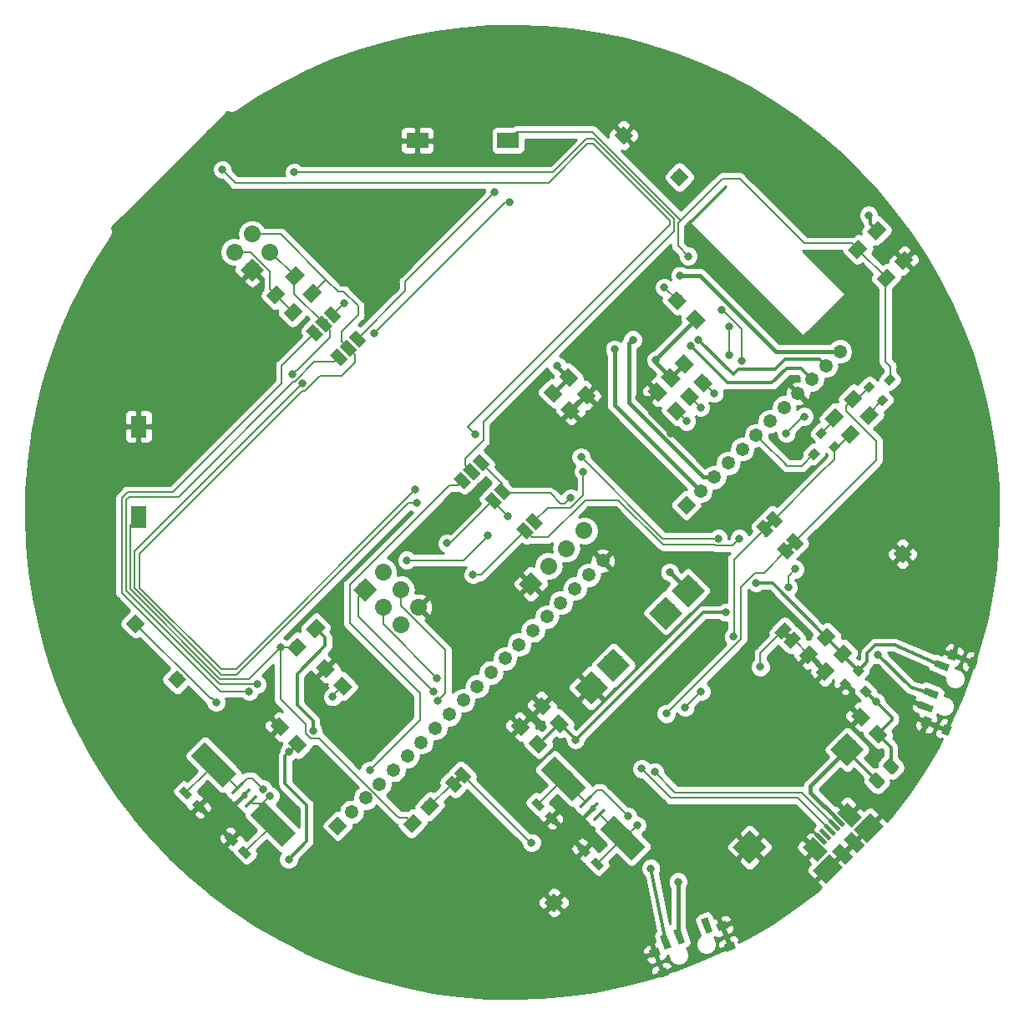
<source format=gbl>
G04 #@! TF.GenerationSoftware,KiCad,Pcbnew,(5.0.0)*
G04 #@! TF.CreationDate,2018-09-13T19:48:45+02:00*
G04 #@! TF.ProjectId,noname.kicad_pcb_45_grader,6E6F6E616D652E6B696361645F706362,rev?*
G04 #@! TF.SameCoordinates,PX5f5e100PY8f0d180*
G04 #@! TF.FileFunction,Copper,L2,Bot,Signal*
G04 #@! TF.FilePolarity,Positive*
%FSLAX46Y46*%
G04 Gerber Fmt 4.6, Leading zero omitted, Abs format (unit mm)*
G04 Created by KiCad (PCBNEW (5.0.0)) date 09/13/18 19:48:45*
%MOMM*%
%LPD*%
G01*
G04 APERTURE LIST*
G04 #@! TA.AperFunction,SMDPad,CuDef*
%ADD10C,1.000000*%
G04 #@! TD*
G04 #@! TA.AperFunction,Conductor*
%ADD11C,0.100000*%
G04 #@! TD*
G04 #@! TA.AperFunction,SMDPad,CuDef*
%ADD12C,0.800000*%
G04 #@! TD*
G04 #@! TA.AperFunction,SMDPad,CuDef*
%ADD13C,0.700000*%
G04 #@! TD*
G04 #@! TA.AperFunction,SMDPad,CuDef*
%ADD14C,2.000000*%
G04 #@! TD*
G04 #@! TA.AperFunction,ComponentPad*
%ADD15C,1.350000*%
G04 #@! TD*
G04 #@! TA.AperFunction,SMDPad,CuDef*
%ADD16R,2.180000X1.600000*%
G04 #@! TD*
G04 #@! TA.AperFunction,Conductor*
%ADD17C,1.350000*%
G04 #@! TD*
G04 #@! TA.AperFunction,SMDPad,CuDef*
%ADD18R,1.600000X2.180000*%
G04 #@! TD*
G04 #@! TA.AperFunction,SMDPad,CuDef*
%ADD19C,1.175000*%
G04 #@! TD*
G04 #@! TA.AperFunction,SMDPad,CuDef*
%ADD20C,1.900000*%
G04 #@! TD*
G04 #@! TA.AperFunction,SMDPad,CuDef*
%ADD21C,1.475000*%
G04 #@! TD*
G04 #@! TA.AperFunction,SMDPad,CuDef*
%ADD22C,0.450000*%
G04 #@! TD*
G04 #@! TA.AperFunction,SMDPad,CuDef*
%ADD23C,0.300000*%
G04 #@! TD*
G04 #@! TA.AperFunction,SMDPad,CuDef*
%ADD24C,1.150000*%
G04 #@! TD*
G04 #@! TA.AperFunction,SMDPad,CuDef*
%ADD25C,1.300000*%
G04 #@! TD*
G04 #@! TA.AperFunction,SMDPad,CuDef*
%ADD26C,2.400000*%
G04 #@! TD*
G04 #@! TA.AperFunction,ComponentPad*
%ADD27C,1.700000*%
G04 #@! TD*
G04 #@! TA.AperFunction,Conductor*
%ADD28C,1.700000*%
G04 #@! TD*
G04 #@! TA.AperFunction,SMDPad,CuDef*
%ADD29C,1.250000*%
G04 #@! TD*
G04 #@! TA.AperFunction,SMDPad,CuDef*
%ADD30C,0.750000*%
G04 #@! TD*
G04 #@! TA.AperFunction,ViaPad*
%ADD31C,0.800000*%
G04 #@! TD*
G04 #@! TA.AperFunction,Conductor*
%ADD32C,0.400000*%
G04 #@! TD*
G04 #@! TA.AperFunction,Conductor*
%ADD33C,0.300000*%
G04 #@! TD*
G04 #@! TA.AperFunction,Conductor*
%ADD34C,0.200000*%
G04 #@! TD*
G04 #@! TA.AperFunction,Conductor*
%ADD35C,0.254000*%
G04 #@! TD*
G04 APERTURE END LIST*
D10*
G04 #@! TO.P,JP9,1*
G04 #@! TO.N,ESP_TX*
X53939625Y49589770D03*
D11*
G04 #@! TD*
G04 #@! TO.N,ESP_TX*
G04 #@! TO.C,JP9*
G36*
X53762848Y50473653D02*
X54823508Y49412993D01*
X54116402Y48705887D01*
X53055742Y49766547D01*
X53762848Y50473653D01*
X53762848Y50473653D01*
G37*
D10*
G04 #@! TO.P,JP9,2*
G04 #@! TO.N,ATMEGA_RX*
X53020387Y48670532D03*
D11*
G04 #@! TD*
G04 #@! TO.N,ATMEGA_RX*
G04 #@! TO.C,JP9*
G36*
X52843610Y49554415D02*
X53904270Y48493755D01*
X53197164Y47786649D01*
X52136504Y48847309D01*
X52843610Y49554415D01*
X52843610Y49554415D01*
G37*
D12*
G04 #@! TO.P,Q1,1*
G04 #@! TO.N,Net-(Q1-Pad1)*
X89245467Y61872216D03*
D11*
G04 #@! TD*
G04 #@! TO.N,Net-(Q1-Pad1)*
G04 #@! TO.C,Q1*
G36*
X89210112Y61271175D02*
X88644426Y61836861D01*
X89280822Y62473257D01*
X89846508Y61907571D01*
X89210112Y61271175D01*
X89210112Y61271175D01*
G37*
D12*
G04 #@! TO.P,Q1,2*
G04 #@! TO.N,FTDI_ESP_RTS*
X87901964Y63215719D03*
D11*
G04 #@! TD*
G04 #@! TO.N,FTDI_ESP_RTS*
G04 #@! TO.C,Q1*
G36*
X87866609Y62614678D02*
X87300923Y63180364D01*
X87937319Y63816760D01*
X88503005Y63251074D01*
X87866609Y62614678D01*
X87866609Y62614678D01*
G37*
D12*
G04 #@! TO.P,Q1,3*
G04 #@! TO.N,ESP_RESET*
X89987929Y63958181D03*
D11*
G04 #@! TD*
G04 #@! TO.N,ESP_RESET*
G04 #@! TO.C,Q1*
G36*
X89952574Y63357140D02*
X89386888Y63922826D01*
X90023284Y64559222D01*
X90588970Y63993536D01*
X89952574Y63357140D01*
X89952574Y63357140D01*
G37*
D10*
G04 #@! TO.P,JP8,2*
G04 #@! TO.N,ATMEGA_TX*
X49788909Y51704021D03*
D11*
G04 #@! TD*
G04 #@! TO.N,ATMEGA_TX*
G04 #@! TO.C,JP8*
G36*
X49612132Y52587904D02*
X50672792Y51527244D01*
X49965686Y50820138D01*
X48905026Y51880798D01*
X49612132Y52587904D01*
X49612132Y52587904D01*
G37*
D10*
G04 #@! TO.P,JP8,1*
G04 #@! TO.N,ESP_RX*
X50708147Y52623259D03*
D11*
G04 #@! TD*
G04 #@! TO.N,ESP_RX*
G04 #@! TO.C,JP8*
G36*
X50531370Y53507142D02*
X51592030Y52446482D01*
X50884924Y51739376D01*
X49824264Y52800036D01*
X50531370Y53507142D01*
X50531370Y53507142D01*
G37*
D12*
G04 #@! TO.P,S4,*
G04 #@! TO.N,GND*
X72980894Y8555068D03*
D11*
G04 #@! TD*
G04 #@! TO.N,GND*
G04 #@! TO.C,S4*
G36*
X73299502Y9110486D02*
X73592703Y8366152D01*
X72662286Y7999650D01*
X72369085Y8743984D01*
X73299502Y9110486D01*
X73299502Y9110486D01*
G37*
D12*
G04 #@! TO.P,S4,*
G04 #@! TO.N,GND*
X66188846Y5879609D03*
D11*
G04 #@! TD*
G04 #@! TO.N,GND*
G04 #@! TO.C,S4*
G36*
X66507454Y6435027D02*
X66800655Y5690693D01*
X65870238Y5324191D01*
X65577037Y6068525D01*
X66507454Y6435027D01*
X66507454Y6435027D01*
G37*
D12*
G04 #@! TO.P,S4,*
G04 #@! TO.N,GND*
X66998814Y3823385D03*
D11*
G04 #@! TD*
G04 #@! TO.N,GND*
G04 #@! TO.C,S4*
G36*
X67317422Y4378803D02*
X67610623Y3634469D01*
X66680206Y3267967D01*
X66387005Y4012301D01*
X67317422Y4378803D01*
X67317422Y4378803D01*
G37*
D12*
G04 #@! TO.P,S4,*
G04 #@! TO.N,GND*
X73790862Y6498845D03*
D11*
G04 #@! TD*
G04 #@! TO.N,GND*
G04 #@! TO.C,S4*
G36*
X74109470Y7054263D02*
X74402671Y6309929D01*
X73472254Y5943427D01*
X73179053Y6687761D01*
X74109470Y7054263D01*
X74109470Y7054263D01*
G37*
D13*
G04 #@! TO.P,S4,3*
G04 #@! TO.N,Net-(M1-Pad6)*
X67253205Y6997482D03*
D11*
G04 #@! TD*
G04 #@! TO.N,Net-(M1-Pad6)*
G04 #@! TO.C,S4*
G36*
X67303975Y7823571D02*
X67853727Y6427944D01*
X67202435Y6171393D01*
X66652683Y7567020D01*
X67303975Y7823571D01*
X67303975Y7823571D01*
G37*
D13*
G04 #@! TO.P,S4,2*
G04 #@! TO.N,+BATT*
X68648831Y7547234D03*
D11*
G04 #@! TD*
G04 #@! TO.N,+BATT*
G04 #@! TO.C,S4*
G36*
X68699601Y8373323D02*
X69249353Y6977696D01*
X68598061Y6721145D01*
X68048309Y8116772D01*
X68699601Y8373323D01*
X68699601Y8373323D01*
G37*
D13*
G04 #@! TO.P,S4,1*
G04 #@! TO.N,Net-(S4-Pad1)*
X71440083Y8646738D03*
D11*
G04 #@! TD*
G04 #@! TO.N,Net-(S4-Pad1)*
G04 #@! TO.C,S4*
G36*
X71490853Y9472827D02*
X72040605Y8077200D01*
X71389313Y7820649D01*
X70839561Y9216276D01*
X71490853Y9472827D01*
X71490853Y9472827D01*
G37*
D14*
G04 #@! TO.P,Y4,2*
G04 #@! TO.N,Net-(C40-Pad2)*
X27465547Y18915479D03*
D11*
G04 #@! TD*
G04 #@! TO.N,Net-(C40-Pad2)*
G04 #@! TO.C,Y4*
G36*
X25167450Y19799362D02*
X26581664Y21213576D01*
X29763644Y18031596D01*
X28349430Y16617382D01*
X25167450Y19799362D01*
X25167450Y19799362D01*
G37*
D14*
G04 #@! TO.P,Y4,1*
G04 #@! TO.N,Net-(C39-Pad2)*
X21455139Y24925887D03*
D11*
G04 #@! TD*
G04 #@! TO.N,Net-(C39-Pad2)*
G04 #@! TO.C,Y4*
G36*
X19157042Y25809770D02*
X20571256Y27223984D01*
X23753236Y24042004D01*
X22339022Y22627790D01*
X19157042Y25809770D01*
X19157042Y25809770D01*
G37*
D15*
G04 #@! TO.P,J14,1*
G04 #@! TO.N,GND*
X91296076Y46301724D03*
D11*
G04 #@! TD*
G04 #@! TO.N,GND*
G04 #@! TO.C,J14*
G36*
X91296076Y45347130D02*
X90341482Y46301724D01*
X91296076Y47256318D01*
X92250670Y46301724D01*
X91296076Y45347130D01*
X91296076Y45347130D01*
G37*
D13*
G04 #@! TO.P,S2,1*
G04 #@! TO.N,+3V3*
X95244980Y34989257D03*
D11*
G04 #@! TD*
G04 #@! TO.N,+3V3*
G04 #@! TO.C,S2*
G36*
X94675442Y35589779D02*
X96071069Y35040027D01*
X95814518Y34388735D01*
X94418891Y34938487D01*
X94675442Y35589779D01*
X94675442Y35589779D01*
G37*
D13*
G04 #@! TO.P,S2,2*
G04 #@! TO.N,Net-(S2-Pad2)*
X94145476Y32198005D03*
D11*
G04 #@! TD*
G04 #@! TO.N,Net-(S2-Pad2)*
G04 #@! TO.C,S2*
G36*
X93575938Y32798527D02*
X94971565Y32248775D01*
X94715014Y31597483D01*
X93319387Y32147235D01*
X93575938Y32798527D01*
X93575938Y32798527D01*
G37*
D13*
G04 #@! TO.P,S2,3*
G04 #@! TO.N,GND*
X93595724Y30802379D03*
D11*
G04 #@! TD*
G04 #@! TO.N,GND*
G04 #@! TO.C,S2*
G36*
X93026186Y31402901D02*
X94421813Y30853149D01*
X94165262Y30201857D01*
X92769635Y30751609D01*
X93026186Y31402901D01*
X93026186Y31402901D01*
G37*
D12*
G04 #@! TO.P,S2,*
G04 #@! TO.N,GND*
X98419077Y35243648D03*
D11*
G04 #@! TD*
G04 #@! TO.N,GND*
G04 #@! TO.C,S2*
G36*
X98230161Y35855457D02*
X98974495Y35562256D01*
X98607993Y34631839D01*
X97863659Y34925040D01*
X98230161Y35855457D01*
X98230161Y35855457D01*
G37*
D12*
G04 #@! TO.P,S2,*
G04 #@! TO.N,GND*
X95743617Y28451600D03*
D11*
G04 #@! TD*
G04 #@! TO.N,GND*
G04 #@! TO.C,S2*
G36*
X95554701Y29063409D02*
X96299035Y28770208D01*
X95932533Y27839791D01*
X95188199Y28132992D01*
X95554701Y29063409D01*
X95554701Y29063409D01*
G37*
D12*
G04 #@! TO.P,S2,*
G04 #@! TO.N,GND*
X93687394Y29261568D03*
D11*
G04 #@! TD*
G04 #@! TO.N,GND*
G04 #@! TO.C,S2*
G36*
X93498478Y29873377D02*
X94242812Y29580176D01*
X93876310Y28649759D01*
X93131976Y28942960D01*
X93498478Y29873377D01*
X93498478Y29873377D01*
G37*
D12*
G04 #@! TO.P,S2,*
G04 #@! TO.N,GND*
X96362853Y36053616D03*
D11*
G04 #@! TD*
G04 #@! TO.N,GND*
G04 #@! TO.C,S2*
G36*
X96173937Y36665425D02*
X96918271Y36372224D01*
X96551769Y35441807D01*
X95807435Y35735008D01*
X96173937Y36665425D01*
X96173937Y36665425D01*
G37*
D12*
G04 #@! TO.P,Q2,3*
G04 #@! TO.N,ESP_0*
X82301678Y56427493D03*
D11*
G04 #@! TD*
G04 #@! TO.N,ESP_0*
G04 #@! TO.C,Q2*
G36*
X82337033Y57028534D02*
X82902719Y56462848D01*
X82266323Y55826452D01*
X81700637Y56392138D01*
X82337033Y57028534D01*
X82337033Y57028534D01*
G37*
D12*
G04 #@! TO.P,Q2,2*
G04 #@! TO.N,FTDI_ESP_DTR*
X84387643Y57169955D03*
D11*
G04 #@! TD*
G04 #@! TO.N,FTDI_ESP_DTR*
G04 #@! TO.C,Q2*
G36*
X84422998Y57770996D02*
X84988684Y57205310D01*
X84352288Y56568914D01*
X83786602Y57134600D01*
X84422998Y57770996D01*
X84422998Y57770996D01*
G37*
D12*
G04 #@! TO.P,Q2,1*
G04 #@! TO.N,Net-(Q2-Pad1)*
X83044140Y58513458D03*
D11*
G04 #@! TD*
G04 #@! TO.N,Net-(Q2-Pad1)*
G04 #@! TO.C,Q2*
G36*
X83079495Y59114499D02*
X83645181Y58548813D01*
X83008785Y57912417D01*
X82443099Y58478103D01*
X83079495Y59114499D01*
X83079495Y59114499D01*
G37*
D16*
G04 #@! TO.P,S1,2*
G04 #@! TO.N,ESP_RESET*
X51281781Y88204872D03*
G04 #@! TO.P,S1,1*
G04 #@! TO.N,GND*
X42101781Y88204872D03*
G04 #@! TD*
D14*
G04 #@! TO.P,Y3,1*
G04 #@! TO.N,Net-(C38-Pad1)*
X62926952Y17508336D03*
D11*
G04 #@! TD*
G04 #@! TO.N,Net-(C38-Pad1)*
G04 #@! TO.C,Y3*
G36*
X65225049Y16624453D02*
X63810835Y15210239D01*
X60628855Y18392219D01*
X62043069Y19806433D01*
X65225049Y16624453D01*
X65225049Y16624453D01*
G37*
D14*
G04 #@! TO.P,Y3,2*
G04 #@! TO.N,Net-(C37-Pad1)*
X56916544Y23518744D03*
D11*
G04 #@! TD*
G04 #@! TO.N,Net-(C37-Pad1)*
G04 #@! TO.C,Y3*
G36*
X59214641Y22634861D02*
X57800427Y21220647D01*
X54618447Y24402627D01*
X56032661Y25816841D01*
X59214641Y22634861D01*
X59214641Y22634861D01*
G37*
D15*
G04 #@! TO.P,J13,1*
G04 #@! TO.N,GND*
X55940737Y10946385D03*
D11*
G04 #@! TD*
G04 #@! TO.N,GND*
G04 #@! TO.C,J13*
G36*
X55940737Y9991791D02*
X54986143Y10946385D01*
X55940737Y11900979D01*
X56895331Y10946385D01*
X55940737Y9991791D01*
X55940737Y9991791D01*
G37*
D15*
G04 #@! TO.P,J4,1*
G04 #@! TO.N,WS2812B_Dout*
X68668659Y84485491D03*
D11*
G04 #@! TD*
G04 #@! TO.N,WS2812B_Dout*
G04 #@! TO.C,J4*
G36*
X68668659Y83530897D02*
X67714065Y84485491D01*
X68668659Y85440085D01*
X69623253Y84485491D01*
X68668659Y83530897D01*
X68668659Y83530897D01*
G37*
D15*
G04 #@! TO.P,J16,12*
G04 #@! TO.N,ESP_ADC*
X84932115Y66807821D03*
D17*
G04 #@! TD*
G04 #@! TO.N,ESP_ADC*
G04 #@! TO.C,J16*
X84932115Y66807821D02*
X84932115Y66807821D01*
D15*
G04 #@! TO.P,J16,11*
G04 #@! TO.N,ESP_16*
X83517902Y65393608D03*
D17*
G04 #@! TD*
G04 #@! TO.N,ESP_16*
G04 #@! TO.C,J16*
X83517902Y65393608D02*
X83517902Y65393608D01*
D15*
G04 #@! TO.P,J16,10*
G04 #@! TO.N,ESP_14*
X82103688Y63979394D03*
D17*
G04 #@! TD*
G04 #@! TO.N,ESP_14*
G04 #@! TO.C,J16*
X82103688Y63979394D02*
X82103688Y63979394D01*
D15*
G04 #@! TO.P,J16,9*
G04 #@! TO.N,GND*
X80689474Y62565180D03*
D17*
G04 #@! TD*
G04 #@! TO.N,GND*
G04 #@! TO.C,J16*
X80689474Y62565180D02*
X80689474Y62565180D01*
D15*
G04 #@! TO.P,J16,8*
G04 #@! TO.N,ESP_5_SCL*
X79275261Y61150967D03*
D17*
G04 #@! TD*
G04 #@! TO.N,ESP_5_SCL*
G04 #@! TO.C,J16*
X79275261Y61150967D02*
X79275261Y61150967D01*
D15*
G04 #@! TO.P,J16,7*
G04 #@! TO.N,ESP_4_SDA*
X77861047Y59736753D03*
D17*
G04 #@! TD*
G04 #@! TO.N,ESP_4_SDA*
G04 #@! TO.C,J16*
X77861047Y59736753D02*
X77861047Y59736753D01*
D15*
G04 #@! TO.P,J16,6*
G04 #@! TO.N,ESP_0*
X76446834Y58322540D03*
D17*
G04 #@! TD*
G04 #@! TO.N,ESP_0*
G04 #@! TO.C,J16*
X76446834Y58322540D02*
X76446834Y58322540D01*
D15*
G04 #@! TO.P,J16,5*
G04 #@! TO.N,ESP_2*
X75032620Y56908326D03*
D17*
G04 #@! TD*
G04 #@! TO.N,ESP_2*
G04 #@! TO.C,J16*
X75032620Y56908326D02*
X75032620Y56908326D01*
D15*
G04 #@! TO.P,J16,4*
G04 #@! TO.N,ESP_15*
X73618407Y55494113D03*
D17*
G04 #@! TD*
G04 #@! TO.N,ESP_15*
G04 #@! TO.C,J16*
X73618407Y55494113D02*
X73618407Y55494113D01*
D15*
G04 #@! TO.P,J16,3*
G04 #@! TO.N,ESP_12*
X72204193Y54079899D03*
D17*
G04 #@! TD*
G04 #@! TO.N,ESP_12*
G04 #@! TO.C,J16*
X72204193Y54079899D02*
X72204193Y54079899D01*
D15*
G04 #@! TO.P,J16,2*
G04 #@! TO.N,ESP_13*
X70789980Y52665686D03*
D17*
G04 #@! TD*
G04 #@! TO.N,ESP_13*
G04 #@! TO.C,J16*
X70789980Y52665686D02*
X70789980Y52665686D01*
D15*
G04 #@! TO.P,J16,1*
G04 #@! TO.N,+BATT*
X69375766Y51251472D03*
D11*
G04 #@! TD*
G04 #@! TO.N,+BATT*
G04 #@! TO.C,J16*
G36*
X70330360Y51251472D02*
X69375766Y50296878D01*
X68421172Y51251472D01*
X69375766Y52206066D01*
X70330360Y51251472D01*
X70330360Y51251472D01*
G37*
D15*
G04 #@! TO.P,J3,1*
G04 #@! TO.N,GND*
X63011805Y88728131D03*
D11*
G04 #@! TD*
G04 #@! TO.N,GND*
G04 #@! TO.C,J3*
G36*
X63011805Y87773537D02*
X62057211Y88728131D01*
X63011805Y89682725D01*
X63966399Y88728131D01*
X63011805Y87773537D01*
X63011805Y87773537D01*
G37*
D18*
G04 #@! TO.P,S3,1*
G04 #@! TO.N,GND*
X13832528Y59214371D03*
G04 #@! TO.P,S3,2*
G04 #@! TO.N,ATMEGA_RESET*
X13832528Y50034371D03*
G04 #@! TD*
D15*
G04 #@! TO.P,J15,20*
G04 #@! TO.N,GND*
X60890485Y45594618D03*
D17*
G04 #@! TD*
G04 #@! TO.N,GND*
G04 #@! TO.C,J15*
X60890485Y45594618D02*
X60890485Y45594618D01*
D15*
G04 #@! TO.P,J15,19*
G04 #@! TO.N,+BATT*
X59476271Y44180404D03*
D17*
G04 #@! TD*
G04 #@! TO.N,+BATT*
G04 #@! TO.C,J15*
X59476271Y44180404D02*
X59476271Y44180404D01*
D15*
G04 #@! TO.P,J15,18*
G04 #@! TO.N,ATMEGA_A5_SCL*
X58062058Y42766191D03*
D17*
G04 #@! TD*
G04 #@! TO.N,ATMEGA_A5_SCL*
G04 #@! TO.C,J15*
X58062058Y42766191D02*
X58062058Y42766191D01*
D15*
G04 #@! TO.P,J15,17*
G04 #@! TO.N,ATMEGA_A4_SDA*
X56647844Y41351977D03*
D17*
G04 #@! TD*
G04 #@! TO.N,ATMEGA_A4_SDA*
G04 #@! TO.C,J15*
X56647844Y41351977D02*
X56647844Y41351977D01*
D15*
G04 #@! TO.P,J15,16*
G04 #@! TO.N,ATMEGA_A3*
X55233630Y39937763D03*
D17*
G04 #@! TD*
G04 #@! TO.N,ATMEGA_A3*
G04 #@! TO.C,J15*
X55233630Y39937763D02*
X55233630Y39937763D01*
D15*
G04 #@! TO.P,J15,15*
G04 #@! TO.N,ATMEGA_A2*
X53819417Y38523550D03*
D17*
G04 #@! TD*
G04 #@! TO.N,ATMEGA_A2*
G04 #@! TO.C,J15*
X53819417Y38523550D02*
X53819417Y38523550D01*
D15*
G04 #@! TO.P,J15,14*
G04 #@! TO.N,ATMEGA_A1*
X52405203Y37109336D03*
D17*
G04 #@! TD*
G04 #@! TO.N,ATMEGA_A1*
G04 #@! TO.C,J15*
X52405203Y37109336D02*
X52405203Y37109336D01*
D15*
G04 #@! TO.P,J15,13*
G04 #@! TO.N,ATMEGA_A0*
X50990990Y35695123D03*
D17*
G04 #@! TD*
G04 #@! TO.N,ATMEGA_A0*
G04 #@! TO.C,J15*
X50990990Y35695123D02*
X50990990Y35695123D01*
D15*
G04 #@! TO.P,J15,12*
G04 #@! TO.N,ATMEGA_13*
X49576776Y34280909D03*
D17*
G04 #@! TD*
G04 #@! TO.N,ATMEGA_13*
G04 #@! TO.C,J15*
X49576776Y34280909D02*
X49576776Y34280909D01*
D15*
G04 #@! TO.P,J15,11*
G04 #@! TO.N,ATMEGA_12*
X48162563Y32866696D03*
D17*
G04 #@! TD*
G04 #@! TO.N,ATMEGA_12*
G04 #@! TO.C,J15*
X48162563Y32866696D02*
X48162563Y32866696D01*
D15*
G04 #@! TO.P,J15,10*
G04 #@! TO.N,ATMEGA_11*
X46748349Y31452482D03*
D17*
G04 #@! TD*
G04 #@! TO.N,ATMEGA_11*
G04 #@! TO.C,J15*
X46748349Y31452482D02*
X46748349Y31452482D01*
D15*
G04 #@! TO.P,J15,9*
G04 #@! TO.N,ATMEGA_10*
X45334135Y30038268D03*
D17*
G04 #@! TD*
G04 #@! TO.N,ATMEGA_10*
G04 #@! TO.C,J15*
X45334135Y30038268D02*
X45334135Y30038268D01*
D15*
G04 #@! TO.P,J15,8*
G04 #@! TO.N,ATMEGA_9*
X43919922Y28624055D03*
D17*
G04 #@! TD*
G04 #@! TO.N,ATMEGA_9*
G04 #@! TO.C,J15*
X43919922Y28624055D02*
X43919922Y28624055D01*
D15*
G04 #@! TO.P,J15,7*
G04 #@! TO.N,ATMEGA_8*
X42505708Y27209841D03*
D17*
G04 #@! TD*
G04 #@! TO.N,ATMEGA_8*
G04 #@! TO.C,J15*
X42505708Y27209841D02*
X42505708Y27209841D01*
D15*
G04 #@! TO.P,J15,6*
G04 #@! TO.N,ATMEGA_7*
X41091495Y25795628D03*
D17*
G04 #@! TD*
G04 #@! TO.N,ATMEGA_7*
G04 #@! TO.C,J15*
X41091495Y25795628D02*
X41091495Y25795628D01*
D15*
G04 #@! TO.P,J15,5*
G04 #@! TO.N,ATMEGA_6*
X39677281Y24381414D03*
D17*
G04 #@! TD*
G04 #@! TO.N,ATMEGA_6*
G04 #@! TO.C,J15*
X39677281Y24381414D02*
X39677281Y24381414D01*
D15*
G04 #@! TO.P,J15,4*
G04 #@! TO.N,ATMEGA_5*
X38263068Y22967201D03*
D17*
G04 #@! TD*
G04 #@! TO.N,ATMEGA_5*
G04 #@! TO.C,J15*
X38263068Y22967201D02*
X38263068Y22967201D01*
D15*
G04 #@! TO.P,J15,3*
G04 #@! TO.N,ATMEGA_4*
X36848854Y21552987D03*
D17*
G04 #@! TD*
G04 #@! TO.N,ATMEGA_4*
G04 #@! TO.C,J15*
X36848854Y21552987D02*
X36848854Y21552987D01*
D15*
G04 #@! TO.P,J15,2*
G04 #@! TO.N,ATMEGA_3*
X35434641Y20138774D03*
D17*
G04 #@! TD*
G04 #@! TO.N,ATMEGA_3*
G04 #@! TO.C,J15*
X35434641Y20138774D02*
X35434641Y20138774D01*
D15*
G04 #@! TO.P,J15,1*
G04 #@! TO.N,ATMEGA_2*
X34020427Y18724560D03*
D11*
G04 #@! TD*
G04 #@! TO.N,ATMEGA_2*
G04 #@! TO.C,J15*
G36*
X34975021Y18724560D02*
X34020427Y17769966D01*
X33065833Y18724560D01*
X34020427Y19679154D01*
X34975021Y18724560D01*
X34975021Y18724560D01*
G37*
D10*
G04 #@! TO.P,JP6,1*
G04 #@! TO.N,ATMEGA_6*
X46691780Y53726345D03*
D11*
G04 #@! TD*
G04 #@! TO.N,ATMEGA_6*
G04 #@! TO.C,JP6*
G36*
X46868557Y52842462D02*
X45807897Y53903122D01*
X46515003Y54610228D01*
X47575663Y53549568D01*
X46868557Y52842462D01*
X46868557Y52842462D01*
G37*
D10*
G04 #@! TO.P,JP6,2*
G04 #@! TO.N,WS2812B_Din*
X47611019Y54645584D03*
D11*
G04 #@! TD*
G04 #@! TO.N,WS2812B_Din*
G04 #@! TO.C,JP6*
G36*
X47787796Y53761701D02*
X46727136Y54822361D01*
X47434242Y55529467D01*
X48494902Y54468807D01*
X47787796Y53761701D01*
X47787796Y53761701D01*
G37*
D10*
G04 #@! TO.P,JP6,3*
G04 #@! TO.N,ESP_RX*
X48530258Y55564823D03*
D11*
G04 #@! TD*
G04 #@! TO.N,ESP_RX*
G04 #@! TO.C,JP6*
G36*
X48707035Y54680940D02*
X47646375Y55741600D01*
X48353481Y56448706D01*
X49414141Y55388046D01*
X48707035Y54680940D01*
X48707035Y54680940D01*
G37*
D15*
G04 #@! TO.P,J1,1*
G04 #@! TO.N,Net-(D25-Pad2)*
X13514330Y39230657D03*
D11*
G04 #@! TD*
G04 #@! TO.N,Net-(D25-Pad2)*
G04 #@! TO.C,J1*
G36*
X13514330Y38276063D02*
X12559736Y39230657D01*
X13514330Y40185251D01*
X14468924Y39230657D01*
X13514330Y38276063D01*
X13514330Y38276063D01*
G37*
D19*
G04 #@! TO.P,J5,6*
G04 #@! TO.N,GND*
X85186673Y15867848D03*
D11*
G04 #@! TD*
G04 #@! TO.N,GND*
G04 #@! TO.C,J5*
G36*
X84930347Y16955025D02*
X86273850Y15611522D01*
X85442999Y14780671D01*
X84099496Y16124174D01*
X84930347Y16955025D01*
X84930347Y16955025D01*
G37*
D19*
G04 #@! TO.P,J5,6*
G04 #@! TO.N,GND*
X86374613Y17055788D03*
D11*
G04 #@! TD*
G04 #@! TO.N,GND*
G04 #@! TO.C,J5*
G36*
X86118287Y18142965D02*
X87461790Y16799462D01*
X86630939Y15968611D01*
X85287436Y17312114D01*
X86118287Y18142965D01*
X86118287Y18142965D01*
G37*
D20*
G04 #@! TO.P,J5,6*
G04 #@! TO.N,GND*
X83722962Y14404137D03*
D11*
G04 #@! TD*
G04 #@! TO.N,GND*
G04 #@! TO.C,J5*
G36*
X83890900Y15915578D02*
X85234403Y14572075D01*
X83555024Y12892696D01*
X82211521Y14236199D01*
X83890900Y15915578D01*
X83890900Y15915578D01*
G37*
D20*
G04 #@! TO.P,J5,6*
G04 #@! TO.N,GND*
X87838324Y18519499D03*
D11*
G04 #@! TD*
G04 #@! TO.N,GND*
G04 #@! TO.C,J5*
G36*
X88006262Y20030940D02*
X89349765Y18687437D01*
X87670386Y17008058D01*
X86326883Y18351561D01*
X88006262Y20030940D01*
X88006262Y20030940D01*
G37*
D21*
G04 #@! TO.P,J5,6*
G04 #@! TO.N,GND*
X82413047Y16346913D03*
D11*
G04 #@! TD*
G04 #@! TO.N,GND*
G04 #@! TO.C,J5*
G36*
X82192076Y17610866D02*
X83677000Y16125942D01*
X82634018Y15082960D01*
X81149094Y16567884D01*
X82192076Y17610866D01*
X82192076Y17610866D01*
G37*
D21*
G04 #@! TO.P,J5,6*
G04 #@! TO.N,GND*
X85895548Y19829414D03*
D11*
G04 #@! TD*
G04 #@! TO.N,GND*
G04 #@! TO.C,J5*
G36*
X85674577Y21093367D02*
X87159501Y19608443D01*
X86116519Y18565461D01*
X84631595Y20050385D01*
X85674577Y21093367D01*
X85674577Y21093367D01*
G37*
D22*
G04 #@! TO.P,J5,5*
G04 #@! TO.N,GND*
X82980500Y17423483D03*
D11*
G04 #@! TD*
G04 #@! TO.N,GND*
G04 #@! TO.C,J5*
G36*
X82651695Y18070486D02*
X83627503Y17094678D01*
X83309305Y16776480D01*
X82333497Y17752288D01*
X82651695Y18070486D01*
X82651695Y18070486D01*
G37*
D22*
G04 #@! TO.P,J5,4*
G04 #@! TO.N,Net-(J5-Pad4)*
X83440120Y17883102D03*
D11*
G04 #@! TD*
G04 #@! TO.N,Net-(J5-Pad4)*
G04 #@! TO.C,J5*
G36*
X83111315Y18530105D02*
X84087123Y17554297D01*
X83768925Y17236099D01*
X82793117Y18211907D01*
X83111315Y18530105D01*
X83111315Y18530105D01*
G37*
D22*
G04 #@! TO.P,J5,3*
G04 #@! TO.N,Net-(J5-Pad3)*
X83899739Y18342722D03*
D11*
G04 #@! TD*
G04 #@! TO.N,Net-(J5-Pad3)*
G04 #@! TO.C,J5*
G36*
X83570934Y18989725D02*
X84546742Y18013917D01*
X84228544Y17695719D01*
X83252736Y18671527D01*
X83570934Y18989725D01*
X83570934Y18989725D01*
G37*
D22*
G04 #@! TO.P,J5,2*
G04 #@! TO.N,Net-(J5-Pad2)*
X84359359Y18802341D03*
D11*
G04 #@! TD*
G04 #@! TO.N,Net-(J5-Pad2)*
G04 #@! TO.C,J5*
G36*
X84030554Y19449344D02*
X85006362Y18473536D01*
X84688164Y18155338D01*
X83712356Y19131146D01*
X84030554Y19449344D01*
X84030554Y19449344D01*
G37*
D22*
G04 #@! TO.P,J5,1*
G04 #@! TO.N,VCC*
X84818978Y19261961D03*
D11*
G04 #@! TD*
G04 #@! TO.N,VCC*
G04 #@! TO.C,J5*
G36*
X84490173Y19908964D02*
X85465981Y18933156D01*
X85147783Y18614958D01*
X84171975Y19590766D01*
X84490173Y19908964D01*
X84490173Y19908964D01*
G37*
D12*
G04 #@! TO.P,U2,1*
G04 #@! TO.N,GND*
X85462446Y33114183D03*
D11*
G04 #@! TD*
G04 #@! TO.N,GND*
G04 #@! TO.C,U2*
G36*
X84861405Y33149538D02*
X85427091Y33715224D01*
X86063487Y33078828D01*
X85497801Y32513142D01*
X84861405Y33149538D01*
X84861405Y33149538D01*
G37*
D12*
G04 #@! TO.P,U2,2*
G04 #@! TO.N,+3V3*
X86805949Y34457686D03*
D11*
G04 #@! TD*
G04 #@! TO.N,+3V3*
G04 #@! TO.C,U2*
G36*
X86204908Y34493041D02*
X86770594Y35058727D01*
X87406990Y34422331D01*
X86841304Y33856645D01*
X86204908Y34493041D01*
X86204908Y34493041D01*
G37*
D12*
G04 #@! TO.P,U2,3*
G04 #@! TO.N,+5V*
X87548411Y32371721D03*
D11*
G04 #@! TD*
G04 #@! TO.N,+5V*
G04 #@! TO.C,U2*
G36*
X86947370Y32407076D02*
X87513056Y32972762D01*
X88149452Y32336366D01*
X87583766Y31770680D01*
X86947370Y32407076D01*
X86947370Y32407076D01*
G37*
D23*
G04 #@! TO.P,Y2,1*
G04 #@! TO.N,Net-(C40-Pad2)*
X25231089Y21220647D03*
D11*
G04 #@! TD*
G04 #@! TO.N,Net-(C40-Pad2)*
G04 #@! TO.C,Y2*
G36*
X25902840Y21680266D02*
X24771470Y20548896D01*
X24559338Y20761028D01*
X25690708Y21892398D01*
X25902840Y21680266D01*
X25902840Y21680266D01*
G37*
D23*
G04 #@! TO.P,Y2,2*
G04 #@! TO.N,GND*
X24559338Y21892398D03*
D11*
G04 #@! TD*
G04 #@! TO.N,GND*
G04 #@! TO.C,Y2*
G36*
X25231089Y22352017D02*
X24099719Y21220647D01*
X23887587Y21432779D01*
X25018957Y22564149D01*
X25231089Y22352017D01*
X25231089Y22352017D01*
G37*
D23*
G04 #@! TO.P,Y2,3*
G04 #@! TO.N,Net-(C39-Pad2)*
X23887587Y22564149D03*
D11*
G04 #@! TD*
G04 #@! TO.N,Net-(C39-Pad2)*
G04 #@! TO.C,Y2*
G36*
X24559338Y23023768D02*
X23427968Y21892398D01*
X23215836Y22104530D01*
X24347206Y23235900D01*
X24559338Y23023768D01*
X24559338Y23023768D01*
G37*
G04 #@! TO.N,VCC*
G04 #@! TO.C,D26*
G36*
X88598220Y24099881D02*
X88622488Y24096281D01*
X88646287Y24090320D01*
X88669386Y24082055D01*
X88691565Y24071565D01*
X88712608Y24058953D01*
X88732314Y24044338D01*
X88750492Y24027862D01*
X89386889Y23391465D01*
X89403365Y23373287D01*
X89417980Y23353581D01*
X89430592Y23332538D01*
X89441082Y23310359D01*
X89449347Y23287260D01*
X89455308Y23263461D01*
X89458908Y23239193D01*
X89460112Y23214689D01*
X89458908Y23190185D01*
X89455308Y23165917D01*
X89449347Y23142118D01*
X89441082Y23119019D01*
X89430592Y23096840D01*
X89417980Y23075797D01*
X89403365Y23056091D01*
X89386889Y23037913D01*
X88927268Y22578292D01*
X88909090Y22561816D01*
X88889384Y22547201D01*
X88868341Y22534589D01*
X88846162Y22524099D01*
X88823063Y22515834D01*
X88799264Y22509873D01*
X88774996Y22506273D01*
X88750492Y22505069D01*
X88725988Y22506273D01*
X88701720Y22509873D01*
X88677921Y22515834D01*
X88654822Y22524099D01*
X88632643Y22534589D01*
X88611600Y22547201D01*
X88591894Y22561816D01*
X88573716Y22578292D01*
X87937319Y23214689D01*
X87920843Y23232867D01*
X87906228Y23252573D01*
X87893616Y23273616D01*
X87883126Y23295795D01*
X87874861Y23318894D01*
X87868900Y23342693D01*
X87865300Y23366961D01*
X87864096Y23391465D01*
X87865300Y23415969D01*
X87868900Y23440237D01*
X87874861Y23464036D01*
X87883126Y23487135D01*
X87893616Y23509314D01*
X87906228Y23530357D01*
X87920843Y23550063D01*
X87937319Y23568241D01*
X88396940Y24027862D01*
X88415118Y24044338D01*
X88434824Y24058953D01*
X88455867Y24071565D01*
X88478046Y24082055D01*
X88501145Y24090320D01*
X88524944Y24096281D01*
X88549212Y24099881D01*
X88573716Y24101085D01*
X88598220Y24099881D01*
X88598220Y24099881D01*
G37*
D24*
G04 #@! TD*
G04 #@! TO.P,D26,2*
G04 #@! TO.N,VCC*
X88662104Y23303077D03*
D11*
G04 #@! TO.N,+5V*
G04 #@! TO.C,D26*
G36*
X90047788Y25549449D02*
X90072056Y25545849D01*
X90095855Y25539888D01*
X90118954Y25531623D01*
X90141133Y25521133D01*
X90162176Y25508521D01*
X90181882Y25493906D01*
X90200060Y25477430D01*
X90836457Y24841033D01*
X90852933Y24822855D01*
X90867548Y24803149D01*
X90880160Y24782106D01*
X90890650Y24759927D01*
X90898915Y24736828D01*
X90904876Y24713029D01*
X90908476Y24688761D01*
X90909680Y24664257D01*
X90908476Y24639753D01*
X90904876Y24615485D01*
X90898915Y24591686D01*
X90890650Y24568587D01*
X90880160Y24546408D01*
X90867548Y24525365D01*
X90852933Y24505659D01*
X90836457Y24487481D01*
X90376836Y24027860D01*
X90358658Y24011384D01*
X90338952Y23996769D01*
X90317909Y23984157D01*
X90295730Y23973667D01*
X90272631Y23965402D01*
X90248832Y23959441D01*
X90224564Y23955841D01*
X90200060Y23954637D01*
X90175556Y23955841D01*
X90151288Y23959441D01*
X90127489Y23965402D01*
X90104390Y23973667D01*
X90082211Y23984157D01*
X90061168Y23996769D01*
X90041462Y24011384D01*
X90023284Y24027860D01*
X89386887Y24664257D01*
X89370411Y24682435D01*
X89355796Y24702141D01*
X89343184Y24723184D01*
X89332694Y24745363D01*
X89324429Y24768462D01*
X89318468Y24792261D01*
X89314868Y24816529D01*
X89313664Y24841033D01*
X89314868Y24865537D01*
X89318468Y24889805D01*
X89324429Y24913604D01*
X89332694Y24936703D01*
X89343184Y24958882D01*
X89355796Y24979925D01*
X89370411Y24999631D01*
X89386887Y25017809D01*
X89846508Y25477430D01*
X89864686Y25493906D01*
X89884392Y25508521D01*
X89905435Y25521133D01*
X89927614Y25531623D01*
X89950713Y25539888D01*
X89974512Y25545849D01*
X89998780Y25549449D01*
X90023284Y25550653D01*
X90047788Y25549449D01*
X90047788Y25549449D01*
G37*
D24*
G04 #@! TD*
G04 #@! TO.P,D26,1*
G04 #@! TO.N,+5V*
X90111672Y24752645D03*
D23*
G04 #@! TO.P,Y1,3*
G04 #@! TO.N,Net-(C38-Pad1)*
X60515718Y19848860D03*
D11*
G04 #@! TD*
G04 #@! TO.N,Net-(C38-Pad1)*
G04 #@! TO.C,Y1*
G36*
X59843967Y19389241D02*
X60975337Y20520611D01*
X61187469Y20308479D01*
X60056099Y19177109D01*
X59843967Y19389241D01*
X59843967Y19389241D01*
G37*
D23*
G04 #@! TO.P,Y1,2*
G04 #@! TO.N,GND*
X59843967Y20520611D03*
D11*
G04 #@! TD*
G04 #@! TO.N,GND*
G04 #@! TO.C,Y1*
G36*
X59172216Y20060992D02*
X60303586Y21192362D01*
X60515718Y20980230D01*
X59384348Y19848860D01*
X59172216Y20060992D01*
X59172216Y20060992D01*
G37*
D23*
G04 #@! TO.P,Y1,1*
G04 #@! TO.N,Net-(C37-Pad1)*
X59172216Y21192362D03*
D11*
G04 #@! TD*
G04 #@! TO.N,Net-(C37-Pad1)*
G04 #@! TO.C,Y1*
G36*
X58500465Y20732743D02*
X59631835Y21864113D01*
X59843967Y21651981D01*
X58712597Y20520611D01*
X58500465Y20732743D01*
X58500465Y20732743D01*
G37*
D25*
G04 #@! TO.P,R13,2*
G04 #@! TO.N,+BATT*
X27762532Y72570741D03*
D11*
G04 #@! TD*
G04 #@! TO.N,+BATT*
G04 #@! TO.C,R13*
G36*
X27833243Y73560690D02*
X28752481Y72641452D01*
X27691821Y71580792D01*
X26772583Y72500030D01*
X27833243Y73560690D01*
X27833243Y73560690D01*
G37*
D25*
G04 #@! TO.P,R13,1*
G04 #@! TO.N,I2C_SCL*
X29671720Y74479929D03*
D11*
G04 #@! TD*
G04 #@! TO.N,I2C_SCL*
G04 #@! TO.C,R13*
G36*
X29742431Y75469878D02*
X30661669Y74550640D01*
X29601009Y73489980D01*
X28681771Y74409218D01*
X29742431Y75469878D01*
X29742431Y75469878D01*
G37*
D25*
G04 #@! TO.P,R14,1*
G04 #@! TO.N,I2C_SDA*
X31439487Y72712162D03*
D11*
G04 #@! TD*
G04 #@! TO.N,I2C_SDA*
G04 #@! TO.C,R14*
G36*
X31510198Y73702111D02*
X32429436Y72782873D01*
X31368776Y71722213D01*
X30449538Y72641451D01*
X31510198Y73702111D01*
X31510198Y73702111D01*
G37*
D25*
G04 #@! TO.P,R14,2*
G04 #@! TO.N,+BATT*
X29530299Y70802974D03*
D11*
G04 #@! TD*
G04 #@! TO.N,+BATT*
G04 #@! TO.C,R14*
G36*
X29601010Y71792923D02*
X30520248Y70873685D01*
X29459588Y69813025D01*
X28540350Y70732263D01*
X29601010Y71792923D01*
X29601010Y71792923D01*
G37*
D10*
G04 #@! TO.P,JP7,1*
G04 #@! TO.N,ATMEGA_A5_SCL*
X31686974Y68717009D03*
D11*
G04 #@! TD*
G04 #@! TO.N,ATMEGA_A5_SCL*
G04 #@! TO.C,JP7*
G36*
X31863751Y67833126D02*
X30803091Y68893786D01*
X31510197Y69600892D01*
X32570857Y68540232D01*
X31863751Y67833126D01*
X31863751Y67833126D01*
G37*
D10*
G04 #@! TO.P,JP7,2*
G04 #@! TO.N,I2C_SCL*
X32606213Y69636248D03*
D11*
G04 #@! TD*
G04 #@! TO.N,I2C_SCL*
G04 #@! TO.C,JP7*
G36*
X32782990Y68752365D02*
X31722330Y69813025D01*
X32429436Y70520131D01*
X33490096Y69459471D01*
X32782990Y68752365D01*
X32782990Y68752365D01*
G37*
D10*
G04 #@! TO.P,JP7,3*
G04 #@! TO.N,ESP_5_SCL*
X33525452Y70555487D03*
D11*
G04 #@! TD*
G04 #@! TO.N,ESP_5_SCL*
G04 #@! TO.C,JP7*
G36*
X33702229Y69671604D02*
X32641569Y70732264D01*
X33348675Y71439370D01*
X34409335Y70378710D01*
X33702229Y69671604D01*
X33702229Y69671604D01*
G37*
D10*
G04 #@! TO.P,JP5,3*
G04 #@! TO.N,ESP_4_SDA*
X36000326Y68080613D03*
D11*
G04 #@! TD*
G04 #@! TO.N,ESP_4_SDA*
G04 #@! TO.C,JP5*
G36*
X36177103Y67196730D02*
X35116443Y68257390D01*
X35823549Y68964496D01*
X36884209Y67903836D01*
X36177103Y67196730D01*
X36177103Y67196730D01*
G37*
D10*
G04 #@! TO.P,JP5,2*
G04 #@! TO.N,I2C_SDA*
X35081087Y67161374D03*
D11*
G04 #@! TD*
G04 #@! TO.N,I2C_SDA*
G04 #@! TO.C,JP5*
G36*
X35257864Y66277491D02*
X34197204Y67338151D01*
X34904310Y68045257D01*
X35964970Y66984597D01*
X35257864Y66277491D01*
X35257864Y66277491D01*
G37*
D10*
G04 #@! TO.P,JP5,1*
G04 #@! TO.N,ATMEGA_A4_SDA*
X34161848Y66242135D03*
D11*
G04 #@! TD*
G04 #@! TO.N,ATMEGA_A4_SDA*
G04 #@! TO.C,JP5*
G36*
X34338625Y65358252D02*
X33277965Y66418912D01*
X33985071Y67126018D01*
X35045731Y66065358D01*
X34338625Y65358252D01*
X34338625Y65358252D01*
G37*
D15*
G04 #@! TO.P,J2,1*
G04 #@! TO.N,+BATT*
X17756971Y33573802D03*
D11*
G04 #@! TD*
G04 #@! TO.N,+BATT*
G04 #@! TO.C,J2*
G36*
X17756971Y32619208D02*
X16802377Y33573802D01*
X17756971Y34528396D01*
X18711565Y33573802D01*
X17756971Y32619208D01*
X17756971Y32619208D01*
G37*
D25*
G04 #@! TO.P,R1,2*
G04 #@! TO.N,ESP_CHPD*
X68421172Y72005056D03*
D11*
G04 #@! TD*
G04 #@! TO.N,ESP_CHPD*
G04 #@! TO.C,R1*
G36*
X69411121Y71934345D02*
X68491883Y71015107D01*
X67431223Y72075767D01*
X68350461Y72995005D01*
X69411121Y71934345D01*
X69411121Y71934345D01*
G37*
D25*
G04 #@! TO.P,R1,1*
G04 #@! TO.N,+BATT*
X70330360Y70095868D03*
D11*
G04 #@! TD*
G04 #@! TO.N,+BATT*
G04 #@! TO.C,R1*
G36*
X71320309Y70025157D02*
X70401071Y69105919D01*
X69340411Y70166579D01*
X70259649Y71085817D01*
X71320309Y70025157D01*
X71320309Y70025157D01*
G37*
D26*
G04 #@! TO.P,M1,6*
G04 #@! TO.N,Net-(M1-Pad6)*
X69538400Y42575272D03*
D11*
G04 #@! TD*
G04 #@! TO.N,Net-(M1-Pad6)*
G04 #@! TO.C,M1*
G36*
X71235456Y42575272D02*
X69538400Y40878216D01*
X67841344Y42575272D01*
X69538400Y44272328D01*
X71235456Y42575272D01*
X71235456Y42575272D01*
G37*
D26*
G04 #@! TO.P,M1,5*
G04 #@! TO.N,Net-(M1-Pad5)*
X67275659Y40312530D03*
D11*
G04 #@! TD*
G04 #@! TO.N,Net-(M1-Pad5)*
G04 #@! TO.C,M1*
G36*
X68972715Y40312530D02*
X67275659Y38615474D01*
X65578603Y40312530D01*
X67275659Y42009586D01*
X68972715Y40312530D01*
X68972715Y40312530D01*
G37*
D26*
G04 #@! TO.P,M1,4*
G04 #@! TO.N,Net-(M1-Pad4)*
X61972358Y35009229D03*
D11*
G04 #@! TD*
G04 #@! TO.N,Net-(M1-Pad4)*
G04 #@! TO.C,M1*
G36*
X63669414Y35009229D02*
X61972358Y33312173D01*
X60275302Y35009229D01*
X61972358Y36706285D01*
X63669414Y35009229D01*
X63669414Y35009229D01*
G37*
D26*
G04 #@! TO.P,M1,3*
G04 #@! TO.N,GND*
X59709616Y32746487D03*
D11*
G04 #@! TD*
G04 #@! TO.N,GND*
G04 #@! TO.C,M1*
G36*
X61406672Y32746487D02*
X59709616Y31049431D01*
X58012560Y32746487D01*
X59709616Y34443543D01*
X61406672Y32746487D01*
X61406672Y32746487D01*
G37*
D26*
G04 #@! TO.P,M1,2*
G04 #@! TO.N,GND*
X75782153Y16574955D03*
D11*
G04 #@! TD*
G04 #@! TO.N,GND*
G04 #@! TO.C,M1*
G36*
X77479209Y16574955D02*
X75782153Y14877899D01*
X74085097Y16574955D01*
X75782153Y18272011D01*
X77479209Y16574955D01*
X77479209Y16574955D01*
G37*
D26*
G04 #@! TO.P,M1,1*
G04 #@! TO.N,VCC*
X85660435Y26453237D03*
D11*
G04 #@! TD*
G04 #@! TO.N,VCC*
G04 #@! TO.C,M1*
G36*
X87357491Y26453237D02*
X85660435Y24756181D01*
X83963379Y26453237D01*
X85660435Y28150293D01*
X87357491Y26453237D01*
X87357491Y26453237D01*
G37*
D10*
G04 #@! TO.P,JP2,2*
G04 #@! TO.N,FTDI_ESP_RTS*
X80371276Y47539161D03*
D11*
G04 #@! TD*
G04 #@! TO.N,FTDI_ESP_RTS*
G04 #@! TO.C,JP2*
G36*
X80548053Y46655278D02*
X79487393Y47715938D01*
X80194499Y48423044D01*
X81255159Y47362384D01*
X80548053Y46655278D01*
X80548053Y46655278D01*
G37*
D10*
G04 #@! TO.P,JP2,1*
G04 #@! TO.N,CH340_RTS*
X79452038Y46619923D03*
D11*
G04 #@! TD*
G04 #@! TO.N,CH340_RTS*
G04 #@! TO.C,JP2*
G36*
X79593459Y47185608D02*
X79876302Y47468451D01*
X80300566Y47044187D01*
X80017723Y46761344D01*
X80335921Y46443146D01*
X79628815Y45736040D01*
X78568155Y46796700D01*
X79275261Y47503806D01*
X79593459Y47185608D01*
X79593459Y47185608D01*
G37*
D10*
G04 #@! TO.P,JP3,2*
G04 #@! TO.N,FTDI_ATMEGA_DTR*
X45772542Y22967201D03*
D11*
G04 #@! TD*
G04 #@! TO.N,FTDI_ATMEGA_DTR*
G04 #@! TO.C,JP3*
G36*
X45595765Y23851084D02*
X46656425Y22790424D01*
X45949319Y22083318D01*
X44888659Y23143978D01*
X45595765Y23851084D01*
X45595765Y23851084D01*
G37*
D10*
G04 #@! TO.P,JP3,1*
G04 #@! TO.N,CH340_ATMEGA_DTR*
X46691780Y23886439D03*
D11*
G04 #@! TD*
G04 #@! TO.N,CH340_ATMEGA_DTR*
G04 #@! TO.C,JP3*
G36*
X46550359Y23320754D02*
X46267516Y23037911D01*
X45843252Y23462175D01*
X46126095Y23745018D01*
X45807897Y24063216D01*
X46515003Y24770322D01*
X47575663Y23709662D01*
X46868557Y23002556D01*
X46550359Y23320754D01*
X46550359Y23320754D01*
G37*
D10*
G04 #@! TO.P,JP1,1*
G04 #@! TO.N,CH340_ESP_DTR*
X77330718Y48882665D03*
D11*
G04 #@! TD*
G04 #@! TO.N,CH340_ESP_DTR*
G04 #@! TO.C,JP1*
G36*
X77472139Y49448350D02*
X77754982Y49731193D01*
X78179246Y49306929D01*
X77896403Y49024086D01*
X78214601Y48705888D01*
X77507495Y47998782D01*
X76446835Y49059442D01*
X77153941Y49766548D01*
X77472139Y49448350D01*
X77472139Y49448350D01*
G37*
D10*
G04 #@! TO.P,JP1,2*
G04 #@! TO.N,FTDI_ESP_DTR*
X78249956Y49801903D03*
D11*
G04 #@! TD*
G04 #@! TO.N,FTDI_ESP_DTR*
G04 #@! TO.C,JP1*
G36*
X78426733Y48918020D02*
X77366073Y49978680D01*
X78073179Y50685786D01*
X79133839Y49625126D01*
X78426733Y48918020D01*
X78426733Y48918020D01*
G37*
D25*
G04 #@! TO.P,R10,1*
G04 #@! TO.N,ATMEGA_RESET*
X29883852Y36875991D03*
D11*
G04 #@! TD*
G04 #@! TO.N,ATMEGA_RESET*
G04 #@! TO.C,R10*
G36*
X29813141Y35886042D02*
X28893903Y36805280D01*
X29954563Y37865940D01*
X30873801Y36946702D01*
X29813141Y35886042D01*
X29813141Y35886042D01*
G37*
D25*
G04 #@! TO.P,R10,2*
G04 #@! TO.N,+BATT*
X31793040Y38785179D03*
D11*
G04 #@! TD*
G04 #@! TO.N,+BATT*
G04 #@! TO.C,R10*
G36*
X31722329Y37795230D02*
X30803091Y38714468D01*
X31863751Y39775128D01*
X32782989Y38855890D01*
X31722329Y37795230D01*
X31722329Y37795230D01*
G37*
D25*
G04 #@! TO.P,R9,2*
G04 #@! TO.N,+BATT*
X88672710Y79076124D03*
D11*
G04 #@! TD*
G04 #@! TO.N,+BATT*
G04 #@! TO.C,R9*
G36*
X88601999Y78086175D02*
X87682761Y79005413D01*
X88743421Y80066073D01*
X89662659Y79146835D01*
X88601999Y78086175D01*
X88601999Y78086175D01*
G37*
D25*
G04 #@! TO.P,R9,1*
G04 #@! TO.N,ESP_RESET*
X86763522Y77166936D03*
D11*
G04 #@! TD*
G04 #@! TO.N,ESP_RESET*
G04 #@! TO.C,R9*
G36*
X86692811Y76176987D02*
X85773573Y77096225D01*
X86834233Y78156885D01*
X87753471Y77237647D01*
X86692811Y76176987D01*
X86692811Y76176987D01*
G37*
D27*
G04 #@! TO.P,J7,1*
G04 #@! TO.N,GND*
X25344227Y75102184D03*
D11*
G04 #@! TD*
G04 #@! TO.N,GND*
G04 #@! TO.C,J7*
G36*
X26546309Y75102184D02*
X25344227Y73900102D01*
X24142145Y75102184D01*
X25344227Y76304266D01*
X26546309Y75102184D01*
X26546309Y75102184D01*
G37*
D27*
G04 #@! TO.P,J7,2*
G04 #@! TO.N,+BATT*
X23548176Y76898235D03*
D28*
G04 #@! TD*
G04 #@! TO.N,+BATT*
G04 #@! TO.C,J7*
X23548176Y76898235D02*
X23548176Y76898235D01*
D27*
G04 #@! TO.P,J7,3*
G04 #@! TO.N,I2C_SCL*
X27140278Y76898235D03*
D28*
G04 #@! TD*
G04 #@! TO.N,I2C_SCL*
G04 #@! TO.C,J7*
X27140278Y76898235D02*
X27140278Y76898235D01*
D27*
G04 #@! TO.P,J7,4*
G04 #@! TO.N,I2C_SDA*
X25344227Y78694286D03*
D28*
G04 #@! TD*
G04 #@! TO.N,I2C_SDA*
G04 #@! TO.C,J7*
X25344227Y78694286D02*
X25344227Y78694286D01*
D25*
G04 #@! TO.P,R4,1*
G04 #@! TO.N,GND*
X66420060Y62706602D03*
D11*
G04 #@! TD*
G04 #@! TO.N,GND*
G04 #@! TO.C,R4*
G36*
X65430111Y62777313D02*
X66349349Y63696551D01*
X67410009Y62635891D01*
X66490771Y61716653D01*
X65430111Y62777313D01*
X65430111Y62777313D01*
G37*
D25*
G04 #@! TO.P,R4,2*
G04 #@! TO.N,ESP_15*
X68329248Y60797414D03*
D11*
G04 #@! TD*
G04 #@! TO.N,ESP_15*
G04 #@! TO.C,R4*
G36*
X67339299Y60868125D02*
X68258537Y61787363D01*
X69319197Y60726703D01*
X68399959Y59807465D01*
X67339299Y60868125D01*
X67339299Y60868125D01*
G37*
D25*
G04 #@! TO.P,R5,1*
G04 #@! TO.N,FTDI_ESP_DTR*
X85992776Y58435677D03*
D11*
G04 #@! TD*
G04 #@! TO.N,FTDI_ESP_DTR*
G04 #@! TO.C,R5*
G36*
X85922065Y57445728D02*
X85002827Y58364966D01*
X86063487Y59425626D01*
X86982725Y58506388D01*
X85922065Y57445728D01*
X85922065Y57445728D01*
G37*
D25*
G04 #@! TO.P,R5,2*
G04 #@! TO.N,Net-(Q1-Pad1)*
X87901964Y60344865D03*
D11*
G04 #@! TD*
G04 #@! TO.N,Net-(Q1-Pad1)*
G04 #@! TO.C,R5*
G36*
X87831253Y59354916D02*
X86912015Y60274154D01*
X87972675Y61334814D01*
X88891913Y60415576D01*
X87831253Y59354916D01*
X87831253Y59354916D01*
G37*
D25*
G04 #@! TO.P,R3,2*
G04 #@! TO.N,ESP_2*
X69693964Y62246982D03*
D11*
G04 #@! TD*
G04 #@! TO.N,ESP_2*
G04 #@! TO.C,R3*
G36*
X68704015Y62317693D02*
X69623253Y63236931D01*
X70683913Y62176271D01*
X69764675Y61257033D01*
X68704015Y62317693D01*
X68704015Y62317693D01*
G37*
D25*
G04 #@! TO.P,R3,1*
G04 #@! TO.N,+BATT*
X67784776Y64156170D03*
D11*
G04 #@! TD*
G04 #@! TO.N,+BATT*
G04 #@! TO.C,R3*
G36*
X66794827Y64226881D02*
X67714065Y65146119D01*
X68774725Y64085459D01*
X67855487Y63166221D01*
X66794827Y64226881D01*
X66794827Y64226881D01*
G37*
D25*
G04 #@! TO.P,R2,1*
G04 #@! TO.N,+BATT*
X69156563Y65556242D03*
D11*
G04 #@! TD*
G04 #@! TO.N,+BATT*
G04 #@! TO.C,R2*
G36*
X68166614Y65626953D02*
X69085852Y66546191D01*
X70146512Y65485531D01*
X69227274Y64566293D01*
X68166614Y65626953D01*
X68166614Y65626953D01*
G37*
D25*
G04 #@! TO.P,R2,2*
G04 #@! TO.N,ESP_0*
X71065751Y63647054D03*
D11*
G04 #@! TD*
G04 #@! TO.N,ESP_0*
G04 #@! TO.C,R2*
G36*
X70075802Y63717765D02*
X70995040Y64637003D01*
X72055700Y63576343D01*
X71136462Y62657105D01*
X70075802Y63717765D01*
X70075802Y63717765D01*
G37*
D10*
G04 #@! TO.P,JP4,1*
G04 #@! TO.N,GND*
X80088433Y37568956D03*
D11*
G04 #@! TD*
G04 #@! TO.N,GND*
G04 #@! TO.C,JP4*
G36*
X79522748Y37710377D02*
X79239905Y37993220D01*
X79664169Y38417484D01*
X79947012Y38134641D01*
X80265210Y38452839D01*
X80972316Y37745733D01*
X79911656Y36685073D01*
X79204550Y37392179D01*
X79522748Y37710377D01*
X79522748Y37710377D01*
G37*
D10*
G04 #@! TO.P,JP4,2*
G04 #@! TO.N,Net-(JP4-Pad2)*
X79169195Y38488194D03*
D11*
G04 #@! TD*
G04 #@! TO.N,Net-(JP4-Pad2)*
G04 #@! TO.C,JP4*
G36*
X80053078Y38664971D02*
X78992418Y37604311D01*
X78285312Y38311417D01*
X79345972Y39372077D01*
X80053078Y38664971D01*
X80053078Y38664971D01*
G37*
D27*
G04 #@! TO.P,J8,4*
G04 #@! TO.N,I2C_SDA*
X58988368Y48642248D03*
D28*
G04 #@! TD*
G04 #@! TO.N,I2C_SDA*
G04 #@! TO.C,J8*
X58988368Y48642248D02*
X58988368Y48642248D01*
D27*
G04 #@! TO.P,J8,3*
G04 #@! TO.N,I2C_SCL*
X57192316Y46846196D03*
D28*
G04 #@! TD*
G04 #@! TO.N,I2C_SCL*
G04 #@! TO.C,J8*
X57192316Y46846196D02*
X57192316Y46846196D01*
D27*
G04 #@! TO.P,J8,2*
G04 #@! TO.N,+BATT*
X55396265Y45050145D03*
D28*
G04 #@! TD*
G04 #@! TO.N,+BATT*
G04 #@! TO.C,J8*
X55396265Y45050145D02*
X55396265Y45050145D01*
D27*
G04 #@! TO.P,J8,1*
G04 #@! TO.N,GND*
X53600214Y43254094D03*
D11*
G04 #@! TD*
G04 #@! TO.N,GND*
G04 #@! TO.C,J8*
G36*
X54802296Y43254094D02*
X53600214Y42052012D01*
X52398132Y43254094D01*
X53600214Y44456176D01*
X54802296Y43254094D01*
X54802296Y43254094D01*
G37*
D25*
G04 #@! TO.P,R6,2*
G04 #@! TO.N,Net-(Q2-Pad1)*
X84359359Y60097378D03*
D11*
G04 #@! TD*
G04 #@! TO.N,Net-(Q2-Pad1)*
G04 #@! TO.C,R6*
G36*
X84430070Y61087327D02*
X85349308Y60168089D01*
X84288648Y59107429D01*
X83369410Y60026667D01*
X84430070Y61087327D01*
X84430070Y61087327D01*
G37*
D25*
G04 #@! TO.P,R6,1*
G04 #@! TO.N,FTDI_ESP_RTS*
X86268547Y62006566D03*
D11*
G04 #@! TD*
G04 #@! TO.N,FTDI_ESP_RTS*
G04 #@! TO.C,R6*
G36*
X86339258Y62996515D02*
X87258496Y62077277D01*
X86197836Y61016617D01*
X85278598Y61935855D01*
X86339258Y62996515D01*
X86339258Y62996515D01*
G37*
D29*
G04 #@! TO.P,C7,1*
G04 #@! TO.N,+BATT*
X29954563Y27033065D03*
D11*
G04 #@! TD*
G04 #@! TO.N,+BATT*
G04 #@! TO.C,C7*
G36*
X30926835Y26944677D02*
X30042951Y26060793D01*
X28982291Y27121453D01*
X29866175Y28005337D01*
X30926835Y26944677D01*
X30926835Y26944677D01*
G37*
D29*
G04 #@! TO.P,C7,2*
G04 #@! TO.N,GND*
X28186797Y28800831D03*
D11*
G04 #@! TD*
G04 #@! TO.N,GND*
G04 #@! TO.C,C7*
G36*
X29159069Y28712443D02*
X28275185Y27828559D01*
X27214525Y28889219D01*
X28098409Y29773103D01*
X29159069Y28712443D01*
X29159069Y28712443D01*
G37*
D29*
G04 #@! TO.P,C10,1*
G04 #@! TO.N,ATMEGA_RESET*
X41586470Y18964977D03*
D11*
G04 #@! TD*
G04 #@! TO.N,ATMEGA_RESET*
G04 #@! TO.C,C10*
G36*
X41498082Y17992705D02*
X40614198Y18876589D01*
X41674858Y19937249D01*
X42558742Y19053365D01*
X41498082Y17992705D01*
X41498082Y17992705D01*
G37*
D29*
G04 #@! TO.P,C10,2*
G04 #@! TO.N,FTDI_ATMEGA_DTR*
X43354236Y20732743D03*
D11*
G04 #@! TD*
G04 #@! TO.N,FTDI_ATMEGA_DTR*
G04 #@! TO.C,C10*
G36*
X43265848Y19760471D02*
X42381964Y20644355D01*
X43442624Y21705015D01*
X44326508Y20821131D01*
X43265848Y19760471D01*
X43265848Y19760471D01*
G37*
D29*
G04 #@! TO.P,C4,1*
G04 #@! TO.N,+3V3*
X85250313Y36154742D03*
D11*
G04 #@! TD*
G04 #@! TO.N,+3V3*
G04 #@! TO.C,C4*
G36*
X85338701Y37127014D02*
X86222585Y36243130D01*
X85161925Y35182470D01*
X84278041Y36066354D01*
X85338701Y37127014D01*
X85338701Y37127014D01*
G37*
D29*
G04 #@! TO.P,C4,2*
G04 #@! TO.N,GND*
X83482547Y34386976D03*
D11*
G04 #@! TD*
G04 #@! TO.N,GND*
G04 #@! TO.C,C4*
G36*
X83570935Y35359248D02*
X84454819Y34475364D01*
X83394159Y33414704D01*
X82510275Y34298588D01*
X83570935Y35359248D01*
X83570935Y35359248D01*
G37*
D30*
G04 #@! TO.P,C37,2*
G04 #@! TO.N,GND*
X55657894Y19573088D03*
D11*
G04 #@! TD*
G04 #@! TO.N,GND*
G04 #@! TO.C,C37*
G36*
X54968465Y19732187D02*
X55498795Y20262517D01*
X56347323Y19413989D01*
X55816993Y18883659D01*
X54968465Y19732187D01*
X54968465Y19732187D01*
G37*
D30*
G04 #@! TO.P,C37,1*
G04 #@! TO.N,Net-(C37-Pad1)*
X54314392Y20916590D03*
D11*
G04 #@! TD*
G04 #@! TO.N,Net-(C37-Pad1)*
G04 #@! TO.C,C37*
G36*
X53624963Y21075689D02*
X54155293Y21606019D01*
X55003821Y20757491D01*
X54473491Y20227161D01*
X53624963Y21075689D01*
X53624963Y21075689D01*
G37*
D29*
G04 #@! TO.P,C8,2*
G04 #@! TO.N,GND*
X54745727Y30879725D03*
D11*
G04 #@! TD*
G04 #@! TO.N,GND*
G04 #@! TO.C,C8*
G36*
X55717999Y30791337D02*
X54834115Y29907453D01*
X53773455Y30968113D01*
X54657339Y31851997D01*
X55717999Y30791337D01*
X55717999Y30791337D01*
G37*
D29*
G04 #@! TO.P,C8,1*
G04 #@! TO.N,+3V3*
X56513493Y29111959D03*
D11*
G04 #@! TD*
G04 #@! TO.N,+3V3*
G04 #@! TO.C,C8*
G36*
X57485765Y29023571D02*
X56601881Y28139687D01*
X55541221Y29200347D01*
X56425105Y30084231D01*
X57485765Y29023571D01*
X57485765Y29023571D01*
G37*
D27*
G04 #@! TO.P,J6,1*
G04 #@! TO.N,ATMEGA_12*
X36827641Y42688409D03*
D11*
G04 #@! TD*
G04 #@! TO.N,ATMEGA_12*
G04 #@! TO.C,J6*
G36*
X36827641Y41486327D02*
X35625559Y42688409D01*
X36827641Y43890491D01*
X38029723Y42688409D01*
X36827641Y41486327D01*
X36827641Y41486327D01*
G37*
D27*
G04 #@! TO.P,J6,2*
G04 #@! TO.N,Net-(J6-Pad2)*
X38623692Y44484460D03*
D28*
G04 #@! TD*
G04 #@! TO.N,Net-(J6-Pad2)*
G04 #@! TO.C,J6*
X38623692Y44484460D02*
X38623692Y44484460D01*
D27*
G04 #@! TO.P,J6,3*
G04 #@! TO.N,ATMEGA_13*
X38623692Y40892358D03*
D28*
G04 #@! TD*
G04 #@! TO.N,ATMEGA_13*
G04 #@! TO.C,J6*
X38623692Y40892358D02*
X38623692Y40892358D01*
D27*
G04 #@! TO.P,J6,4*
G04 #@! TO.N,ATMEGA_11*
X40419743Y42688409D03*
D28*
G04 #@! TD*
G04 #@! TO.N,ATMEGA_11*
G04 #@! TO.C,J6*
X40419743Y42688409D02*
X40419743Y42688409D01*
D27*
G04 #@! TO.P,J6,5*
G04 #@! TO.N,ATMEGA_RESET*
X40419743Y39096307D03*
D28*
G04 #@! TD*
G04 #@! TO.N,ATMEGA_RESET*
G04 #@! TO.C,J6*
X40419743Y39096307D02*
X40419743Y39096307D01*
D27*
G04 #@! TO.P,J6,6*
G04 #@! TO.N,GND*
X42215795Y40892358D03*
D28*
G04 #@! TD*
G04 #@! TO.N,GND*
G04 #@! TO.C,J6*
X42215795Y40892358D02*
X42215795Y40892358D01*
D29*
G04 #@! TO.P,C5,2*
G04 #@! TO.N,ESP_RESET*
X89620234Y74267798D03*
D11*
G04 #@! TD*
G04 #@! TO.N,ESP_RESET*
G04 #@! TO.C,C5*
G36*
X89708622Y75240070D02*
X90592506Y74356186D01*
X89531846Y73295526D01*
X88647962Y74179410D01*
X89708622Y75240070D01*
X89708622Y75240070D01*
G37*
D29*
G04 #@! TO.P,C5,1*
G04 #@! TO.N,GND*
X91388000Y76035564D03*
D11*
G04 #@! TD*
G04 #@! TO.N,GND*
G04 #@! TO.C,C5*
G36*
X91476388Y77007836D02*
X92360272Y76123952D01*
X91299612Y75063292D01*
X90415728Y75947176D01*
X91476388Y77007836D01*
X91476388Y77007836D01*
G37*
D30*
G04 #@! TO.P,C40,2*
G04 #@! TO.N,Net-(C40-Pad2)*
X24615906Y16037555D03*
D11*
G04 #@! TD*
G04 #@! TO.N,Net-(C40-Pad2)*
G04 #@! TO.C,C40*
G36*
X23926477Y16196654D02*
X24456807Y16726984D01*
X25305335Y15878456D01*
X24775005Y15348126D01*
X23926477Y16196654D01*
X23926477Y16196654D01*
G37*
D30*
G04 #@! TO.P,C40,1*
G04 #@! TO.N,GND*
X23272404Y17381057D03*
D11*
G04 #@! TD*
G04 #@! TO.N,GND*
G04 #@! TO.C,C40*
G36*
X22582975Y17540156D02*
X23113305Y18070486D01*
X23961833Y17221958D01*
X23431503Y16691628D01*
X22582975Y17540156D01*
X22582975Y17540156D01*
G37*
D30*
G04 #@! TO.P,C39,1*
G04 #@! TO.N,GND*
X19941931Y20725673D03*
D11*
G04 #@! TD*
G04 #@! TO.N,GND*
G04 #@! TO.C,C39*
G36*
X20631360Y20566574D02*
X20101030Y20036244D01*
X19252502Y20884772D01*
X19782832Y21415102D01*
X20631360Y20566574D01*
X20631360Y20566574D01*
G37*
D30*
G04 #@! TO.P,C39,2*
G04 #@! TO.N,Net-(C39-Pad2)*
X18598429Y22069175D03*
D11*
G04 #@! TD*
G04 #@! TO.N,Net-(C39-Pad2)*
G04 #@! TO.C,C39*
G36*
X19287858Y21910076D02*
X18757528Y21379746D01*
X17909000Y22228274D01*
X18439330Y22758604D01*
X19287858Y21910076D01*
X19287858Y21910076D01*
G37*
D29*
G04 #@! TO.P,C3,2*
G04 #@! TO.N,GND*
X87018081Y29790781D03*
D11*
G04 #@! TD*
G04 #@! TO.N,GND*
G04 #@! TO.C,C3*
G36*
X87990353Y29702393D02*
X87106469Y28818509D01*
X86045809Y29879169D01*
X86929693Y30763053D01*
X87990353Y29702393D01*
X87990353Y29702393D01*
G37*
D29*
G04 #@! TO.P,C3,1*
G04 #@! TO.N,+5V*
X88785847Y28023015D03*
D11*
G04 #@! TD*
G04 #@! TO.N,+5V*
G04 #@! TO.C,C3*
G36*
X89758119Y27934627D02*
X88874235Y27050743D01*
X87813575Y28111403D01*
X88697459Y28995287D01*
X89758119Y27934627D01*
X89758119Y27934627D01*
G37*
D29*
G04 #@! TO.P,C9,2*
G04 #@! TO.N,GND*
X32782991Y34669817D03*
D11*
G04 #@! TD*
G04 #@! TO.N,GND*
G04 #@! TO.C,C9*
G36*
X33755263Y34581429D02*
X32871379Y33697545D01*
X31810719Y34758205D01*
X32694603Y35642089D01*
X33755263Y34581429D01*
X33755263Y34581429D01*
G37*
D29*
G04 #@! TO.P,C9,1*
G04 #@! TO.N,ATMEGA_AREF*
X34550757Y32902051D03*
D11*
G04 #@! TD*
G04 #@! TO.N,ATMEGA_AREF*
G04 #@! TO.C,C9*
G36*
X35523029Y32813663D02*
X34639145Y31929779D01*
X33578485Y32990439D01*
X34462369Y33874323D01*
X35523029Y32813663D01*
X35523029Y32813663D01*
G37*
D30*
G04 #@! TO.P,C38,1*
G04 #@! TO.N,Net-(C38-Pad1)*
X60324799Y14906184D03*
D11*
G04 #@! TD*
G04 #@! TO.N,Net-(C38-Pad1)*
G04 #@! TO.C,C38*
G36*
X61014228Y14747085D02*
X60483898Y14216755D01*
X59635370Y15065283D01*
X60165700Y15595613D01*
X61014228Y14747085D01*
X61014228Y14747085D01*
G37*
D30*
G04 #@! TO.P,C38,2*
G04 #@! TO.N,GND*
X58981297Y16249686D03*
D11*
G04 #@! TD*
G04 #@! TO.N,GND*
G04 #@! TO.C,C38*
G36*
X59670726Y16090587D02*
X59140396Y15560257D01*
X58291868Y16408785D01*
X58822198Y16939115D01*
X59670726Y16090587D01*
X59670726Y16090587D01*
G37*
D29*
G04 #@! TO.P,C2,2*
G04 #@! TO.N,GND*
X57616580Y60832769D03*
D11*
G04 #@! TD*
G04 #@! TO.N,GND*
G04 #@! TO.C,C2*
G36*
X56644308Y60921157D02*
X57528192Y61805041D01*
X58588852Y60744381D01*
X57704968Y59860497D01*
X56644308Y60921157D01*
X56644308Y60921157D01*
G37*
D29*
G04 #@! TO.P,C2,1*
G04 #@! TO.N,+BATT*
X55848814Y62600535D03*
D11*
G04 #@! TD*
G04 #@! TO.N,+BATT*
G04 #@! TO.C,C2*
G36*
X54876542Y62688923D02*
X55760426Y63572807D01*
X56821086Y62512147D01*
X55937202Y61628263D01*
X54876542Y62688923D01*
X54876542Y62688923D01*
G37*
D29*
G04 #@! TO.P,C11,1*
G04 #@! TO.N,+3V3*
X83553257Y37851798D03*
D11*
G04 #@! TD*
G04 #@! TO.N,+3V3*
G04 #@! TO.C,C11*
G36*
X83641645Y38824070D02*
X84525529Y37940186D01*
X83464869Y36879526D01*
X82580985Y37763410D01*
X83641645Y38824070D01*
X83641645Y38824070D01*
G37*
D29*
G04 #@! TO.P,C11,2*
G04 #@! TO.N,GND*
X81785491Y36084032D03*
D11*
G04 #@! TD*
G04 #@! TO.N,GND*
G04 #@! TO.C,C11*
G36*
X81873879Y37056304D02*
X82757763Y36172420D01*
X81697103Y35111760D01*
X80813219Y35995644D01*
X81873879Y37056304D01*
X81873879Y37056304D01*
G37*
D29*
G04 #@! TO.P,C6,1*
G04 #@! TO.N,+3V3*
X54328533Y27040136D03*
D11*
G04 #@! TD*
G04 #@! TO.N,+3V3*
G04 #@! TO.C,C6*
G36*
X55300805Y26951748D02*
X54416921Y26067864D01*
X53356261Y27128524D01*
X54240145Y28012408D01*
X55300805Y26951748D01*
X55300805Y26951748D01*
G37*
D29*
G04 #@! TO.P,C6,2*
G04 #@! TO.N,GND*
X52560767Y28807902D03*
D11*
G04 #@! TD*
G04 #@! TO.N,GND*
G04 #@! TO.C,C6*
G36*
X53533039Y28719514D02*
X52649155Y27835630D01*
X51588495Y28896290D01*
X52472379Y29780174D01*
X53533039Y28719514D01*
X53533039Y28719514D01*
G37*
D29*
G04 #@! TO.P,C1,2*
G04 #@! TO.N,GND*
X59200499Y62416688D03*
D11*
G04 #@! TD*
G04 #@! TO.N,GND*
G04 #@! TO.C,C1*
G36*
X58228227Y62505076D02*
X59112111Y63388960D01*
X60172771Y62328300D01*
X59288887Y61444416D01*
X58228227Y62505076D01*
X58228227Y62505076D01*
G37*
D29*
G04 #@! TO.P,C1,1*
G04 #@! TO.N,+BATT*
X57432733Y64184454D03*
D11*
G04 #@! TD*
G04 #@! TO.N,+BATT*
G04 #@! TO.C,C1*
G36*
X56460461Y64272842D02*
X57344345Y65156726D01*
X58405005Y64096066D01*
X57521121Y63212182D01*
X56460461Y64272842D01*
X56460461Y64272842D01*
G37*
D31*
G04 #@! TO.N,GND*
X95233504Y66644029D03*
X35598433Y94079772D03*
X71097739Y92712846D03*
X81336759Y86264146D03*
X89566509Y77381911D03*
X97449259Y42694126D03*
X92851711Y27634105D03*
X64567440Y62140916D03*
X21974022Y14880594D03*
X8115305Y34538738D03*
X67820131Y58463961D03*
X47352830Y96750353D03*
X59548336Y96295528D03*
X24860550Y88412777D03*
X97904085Y54889632D03*
X88821203Y20492327D03*
X78535643Y12675953D03*
X64638151Y4511714D03*
X43850729Y4793039D03*
X32298454Y8375885D03*
X13829684Y23706819D03*
X5492108Y46199098D03*
X5946770Y58391733D03*
X9529616Y69944007D03*
X55926282Y4314037D03*
X15978315Y80183028D03*
X26440242Y27096704D03*
X65401826Y52495980D03*
X63648201Y48083633D03*
X85349308Y74677920D03*
X78709576Y33998066D03*
X35957900Y30561527D03*
X80830896Y24522836D03*
X80795541Y79952936D03*
X27515045Y25753201D03*
X32500147Y32661635D03*
X61031906Y28482633D03*
X56060945Y53125305D03*
G04 #@! TO.N,+BATT*
X87845395Y80624688D03*
X29049466Y15351661D03*
X29098964Y26248176D03*
X68527238Y13067706D03*
X31510198Y28334141D03*
X56308433Y65322897D03*
X66264496Y65959293D03*
G04 #@! TO.N,+5V*
X88609071Y31311061D03*
G04 #@! TO.N,+3V3*
X76446834Y43331876D03*
X73335564Y40362027D03*
X58132768Y27421973D03*
G04 #@! TO.N,ESP_RESET*
X69538401Y76488113D03*
G04 #@! TO.N,ATMEGA_AREF*
X33525452Y31806035D03*
G04 #@! TO.N,ATMEGA_RESET*
X28222151Y36826494D03*
G04 #@! TO.N,Net-(C37-Pad1)*
X63436069Y19714509D03*
G04 #@! TO.N,Net-(C38-Pad1)*
X64355308Y18795271D03*
G04 #@! TO.N,Net-(C39-Pad2)*
X26454384Y22472226D03*
G04 #@! TO.N,Net-(C40-Pad2)*
X27177106Y21781069D03*
G04 #@! TO.N,Net-(D25-Pad2)*
X21691856Y31254492D03*
X41020784Y45665328D03*
X49265675Y48140209D03*
G04 #@! TO.N,Net-(J5-Pad3)*
X64850283Y24522836D03*
G04 #@! TO.N,Net-(J5-Pad2)*
X66193786Y24169282D03*
G04 #@! TO.N,ATMEGA_11*
X44136251Y31385953D03*
G04 #@! TO.N,ATMEGA_13*
X44061461Y33715342D03*
G04 #@! TO.N,ATMEGA_12*
X43707790Y32371721D03*
G04 #@! TO.N,I2C_SCL*
X30449538Y63562201D03*
X29452509Y64545087D03*
X42060231Y51456533D03*
G04 #@! TO.N,I2C_SDA*
X41876383Y52785894D03*
G04 #@! TO.N,ESP_RX*
X57637793Y51958579D03*
X80406632Y44746089D03*
X79699525Y42907612D03*
G04 #@! TO.N,ESP_TX*
X81325871Y60231728D03*
X58910586Y54645584D03*
X79487393Y58534672D03*
G04 #@! TO.N,ATMEGA_RX*
X47738313Y44180404D03*
X74749778Y47857359D03*
G04 #@! TO.N,ATMEGA_TX*
X45115987Y47368387D03*
X58698454Y56130509D03*
X72628457Y47857359D03*
X51273832Y50120101D03*
G04 #@! TO.N,CH340_ESP_DTR*
X74113381Y37887154D03*
G04 #@! TO.N,CH340_RTS*
X67325156Y30108979D03*
G04 #@! TO.N,CH340_ATMEGA_DTR*
X53677996Y17027504D03*
G04 #@! TO.N,Net-(JP4-Pad2)*
X76871098Y34846595D03*
G04 #@! TO.N,ESP_4_SDA*
X49944472Y82943998D03*
X73703260Y69325121D03*
X73703260Y66454268D03*
G04 #@! TO.N,ATMEGA_A4_SDA*
X25874557Y33078828D03*
G04 #@! TO.N,ATMEGA_6*
X37273118Y24381414D03*
G04 #@! TO.N,WS2812B_Din*
X29622223Y84980465D03*
G04 #@! TO.N,ATMEGA_A5_SCL*
X25054320Y32357586D03*
G04 #@! TO.N,ESP_5_SCL*
X74954839Y65895653D03*
X34713392Y71715142D03*
X51436467Y81946977D03*
X72953726Y71064604D03*
X37768093Y68688725D03*
G04 #@! TO.N,Net-(M1-Pad6)*
X67678710Y44434962D03*
X65769521Y14411209D03*
G04 #@! TO.N,ESP_0*
X72204193Y62565180D03*
G04 #@! TO.N,ESP_CHPD*
X67113024Y73313203D03*
G04 #@! TO.N,ESP_2*
X70789980Y61150967D03*
G04 #@! TO.N,ESP_15*
X69375766Y59736753D03*
G04 #@! TO.N,Net-(S2-Pad2)*
X88821203Y36048676D03*
G04 #@! TO.N,ESP_13*
X62092566Y67019953D03*
G04 #@! TO.N,ESP_12*
X63931044Y68009903D03*
G04 #@! TO.N,ESP_14*
X69800030Y67373506D03*
G04 #@! TO.N,ESP_16*
X70577848Y68009903D03*
G04 #@! TO.N,ESP_ADC*
X68739370Y74515285D03*
G04 #@! TO.N,CH340_DTR*
X69234345Y30745375D03*
X70860690Y32371721D03*
G04 #@! TO.N,Net-(D24-Pad2)*
X48006999Y58407392D03*
X22324881Y85263308D03*
G04 #@! TD*
D32*
G04 #@! TO.N,GND*
X59271210Y62416688D02*
X59200499Y62416688D01*
X66420060Y62706602D02*
X65677598Y61964140D01*
X65677598Y61964140D02*
X65677598Y60606495D01*
X59200499Y62416688D02*
X57616580Y60832769D01*
X65677598Y61964140D02*
X65500821Y62140916D01*
X65500821Y62140916D02*
X64567440Y62140916D01*
X65677598Y60606495D02*
X67820131Y58463961D01*
D33*
X82280465Y18123519D02*
X81502647Y18123519D01*
D34*
X80300566Y37568956D02*
X80088434Y37568956D01*
X81785490Y36084031D02*
X80300566Y37568956D01*
D33*
X82980501Y17423483D02*
X82280465Y18123519D01*
X93369886Y31028218D02*
X93595725Y30802379D01*
D32*
G04 #@! TO.N,+BATT*
X67784776Y64156171D02*
X66264496Y65676450D01*
X67784776Y64184455D02*
X67784776Y64156171D01*
D33*
X88672710Y79076124D02*
X88000959Y79747875D01*
D34*
X27762532Y72570741D02*
X27161491Y73171782D01*
X24750256Y76898235D02*
X23548176Y76898235D01*
X25174523Y76898235D02*
X24750256Y76898235D01*
D32*
X69156563Y65556242D02*
X67784776Y64184455D01*
D34*
X27161491Y73171782D02*
X27161491Y74911266D01*
D33*
X88000959Y80469124D02*
X87845395Y80624688D01*
X28698964Y25848176D02*
X28698964Y22985363D01*
D34*
X28929258Y71404015D02*
X27762532Y72570741D01*
D32*
X66264496Y65676450D02*
X66264496Y65959293D01*
D33*
X28698964Y22985363D02*
X30859660Y20824667D01*
X29933350Y34139488D02*
X29933350Y30985791D01*
X32754706Y37823514D02*
X32754706Y36960844D01*
X29933350Y30985791D02*
X31510198Y29408943D01*
X31510198Y29408943D02*
X31510198Y28334141D01*
X29098964Y26248176D02*
X28698964Y25848176D01*
D32*
X68527238Y7668827D02*
X68527238Y13067706D01*
X66264496Y66030004D02*
X66264496Y65959293D01*
X70330360Y70095868D02*
X67537288Y67302796D01*
D33*
X29169674Y26248176D02*
X29098964Y26248176D01*
X31793041Y38785179D02*
X32754706Y37823514D01*
D32*
X57432733Y64184455D02*
X56308433Y65308755D01*
D33*
X29954563Y27033065D02*
X29169674Y26248176D01*
D32*
X55848813Y62600536D02*
X57432733Y64184455D01*
X68648831Y7547234D02*
X68527238Y7668827D01*
D33*
X32754706Y36960844D02*
X29933350Y34139488D01*
X30859660Y20824667D02*
X30859660Y17161854D01*
D32*
X67537288Y67302796D02*
X66264496Y66030004D01*
D33*
X30859660Y17161854D02*
X29049466Y15351661D01*
X88000959Y79747875D02*
X88000959Y80469124D01*
D34*
X29530299Y70802974D02*
X28929258Y71404015D01*
X27161491Y74911266D02*
X25174523Y76898235D01*
D32*
X56308433Y65308755D02*
X56308433Y65322897D01*
D33*
G04 #@! TO.N,+5V*
X90235416Y29684715D02*
X90235416Y29472583D01*
X88609071Y31311061D02*
X90235416Y29684715D01*
X90235416Y29472583D02*
X88785847Y28023014D01*
X90111672Y26697189D02*
X90111672Y24752645D01*
X88785847Y28023014D02*
X90111672Y26697189D01*
X87548410Y32371721D02*
X88609071Y31311061D01*
G04 #@! TO.N,+3V3*
X85250313Y36013321D02*
X85250313Y36154742D01*
X86805948Y34457686D02*
X85250313Y36013321D01*
X85250313Y36154742D02*
X83553257Y37851798D01*
X71072822Y40362027D02*
X73335564Y40362027D01*
X56513494Y29111959D02*
X54441671Y27040136D01*
X90440477Y37088123D02*
X95244980Y34989257D01*
X58132768Y27421973D02*
X71072822Y40362027D01*
X54441671Y27040136D02*
X54328534Y27040136D01*
X78073179Y43331876D02*
X83553257Y37851798D01*
X86805948Y34457686D02*
X87703974Y35355711D01*
X87703974Y36232524D02*
X88559573Y37088123D01*
X58132768Y27492684D02*
X58132768Y27421973D01*
X87703974Y35355711D02*
X87703974Y36232524D01*
X88559573Y37088123D02*
X90440477Y37088123D01*
X76446834Y43331876D02*
X78073179Y43331876D01*
X56513494Y29111959D02*
X58132768Y27492684D01*
D34*
G04 #@! TO.N,ESP_RESET*
X68510041Y77516472D02*
X69538401Y76488113D01*
X89620233Y74310224D02*
X89620233Y74267798D01*
X90023284Y65294613D02*
X89531845Y65786052D01*
X90023284Y63993536D02*
X90023284Y65294613D01*
X86763522Y77166935D02*
X86162481Y77767976D01*
X68831294Y80122642D02*
X68817197Y80122642D01*
X74775035Y84318811D02*
X73027463Y84318811D01*
X81325871Y77767976D02*
X74775035Y84318811D01*
X59864256Y89075583D02*
X52152491Y89075583D01*
X86162481Y77767976D02*
X81325871Y77767976D01*
X52152491Y89075583D02*
X51281780Y88204872D01*
X68831294Y80122642D02*
X68510041Y79801389D01*
X89531845Y74179409D02*
X89620233Y74267798D01*
X73027463Y84318811D02*
X68831294Y80122642D01*
X89987929Y63958181D02*
X90023284Y63993536D01*
X86763522Y77166935D02*
X89620233Y74310224D01*
X89531845Y65786052D02*
X89531845Y74179409D01*
X68510041Y79801389D02*
X68510041Y77516472D01*
X68817197Y80122642D02*
X59864256Y89075583D01*
G04 #@! TO.N,ATMEGA_AREF*
X33525452Y31876746D02*
X33525452Y31806035D01*
X34550757Y32902051D02*
X33525452Y31876746D01*
G04 #@! TO.N,FTDI_ATMEGA_DTR*
X45588694Y22967201D02*
X45772542Y22967201D01*
X43354237Y20732743D02*
X45588694Y22967201D01*
X43538084Y20732743D02*
X43354237Y20732743D01*
G04 #@! TO.N,ATMEGA_RESET*
X27822152Y36426494D02*
X28222151Y36826494D01*
X24986613Y33590955D02*
X27822152Y36426494D01*
X22095551Y33590955D02*
X24986613Y33590955D01*
X12961818Y42724688D02*
X22095551Y33590955D01*
X13832528Y50034371D02*
X12961818Y49163661D01*
X12961818Y49163661D02*
X12961818Y42724688D01*
X29883852Y36875991D02*
X29834355Y36826494D01*
X29834355Y36826494D02*
X28222151Y36826494D01*
X39963660Y19817041D02*
X32179125Y27601576D01*
X28222151Y36260809D02*
X28222151Y36826494D01*
X28222151Y31558549D02*
X28222151Y36260809D01*
X40232361Y19548339D02*
X39963660Y19817041D01*
X41003106Y19548339D02*
X40232361Y19548339D01*
X32179125Y27601576D02*
X31252811Y27601576D01*
X30777632Y29003068D02*
X28222151Y31558549D01*
X41586470Y18964976D02*
X41003106Y19548339D01*
X30777632Y28076754D02*
X30777632Y29003068D01*
X31252811Y27601576D02*
X30777632Y28076754D01*
G04 #@! TO.N,Net-(C37-Pad1)*
X59172215Y21192363D02*
X56916545Y23448033D01*
X63436069Y19714509D02*
X60819774Y22330804D01*
X54314392Y20916591D02*
X56916545Y23518744D01*
X60310657Y22330804D02*
X59172215Y21192363D01*
X60819774Y22330804D02*
X60310657Y22330804D01*
X56916545Y23448033D02*
X56916545Y23518744D01*
G04 #@! TO.N,Net-(C38-Pad1)*
X60324799Y14906183D02*
X62926952Y17508336D01*
X60586429Y19848860D02*
X60515718Y19848860D01*
X62926952Y17508336D02*
X60586429Y19848860D01*
X63068374Y17508336D02*
X62926952Y17508336D01*
X64355308Y18795271D02*
X63068374Y17508336D01*
G04 #@! TO.N,Net-(C39-Pad2)*
X24856323Y23532886D02*
X23866374Y22542937D01*
X23866374Y22542937D02*
X23887587Y22564150D01*
X23816876Y22564150D02*
X23887587Y22564150D01*
X20606611Y24077358D02*
X18598428Y22069175D01*
X25393724Y23532886D02*
X24856323Y23532886D01*
X21455140Y24925886D02*
X20606611Y24077358D01*
X26454384Y22472226D02*
X25393724Y23532886D01*
X21455140Y24925886D02*
X23816876Y22564150D01*
G04 #@! TO.N,Net-(C40-Pad2)*
X26086689Y20973159D02*
X26369196Y20973159D01*
X27465547Y18915479D02*
X24615907Y16065838D01*
X26777106Y21381069D02*
X27177106Y21781069D01*
X26369196Y20973159D02*
X26777106Y21381069D01*
X26086689Y20973159D02*
X25478577Y20973159D01*
X27465547Y18915479D02*
X26086689Y20294337D01*
X25478577Y20973159D02*
X25231090Y21220647D01*
X26086689Y20294337D02*
X26086689Y20973159D01*
X24615907Y16065838D02*
X24615907Y16037554D01*
G04 #@! TO.N,Net-(D25-Pad2)*
X41020784Y45665328D02*
X46790794Y45665328D01*
X13514330Y39230657D02*
X20254042Y32490945D01*
X21291857Y31654492D02*
X21090495Y31654492D01*
X21691856Y31254492D02*
X21291857Y31654492D01*
X46790794Y45665328D02*
X48865675Y47740209D01*
X48865675Y47740209D02*
X49265675Y48140209D01*
X21090495Y31654492D02*
X20254042Y32490945D01*
G04 #@! TO.N,Net-(J5-Pad3)*
X83270414Y18972047D02*
X80689475Y21552987D01*
X67820131Y21552987D02*
X64850283Y24522836D01*
X83899739Y18342722D02*
X83270414Y18972047D01*
X80689475Y21552987D02*
X67820131Y21552987D01*
G04 #@! TO.N,Net-(J5-Pad2)*
X68244395Y22118672D02*
X66193786Y24169282D01*
X81043028Y22118672D02*
X68244395Y22118672D01*
X84359359Y18802342D02*
X81043028Y22118672D01*
G04 #@! TO.N,ATMEGA_11*
X44536251Y31785953D02*
X44136251Y31385953D01*
X44935330Y36546475D02*
X44935330Y32185032D01*
X40419743Y42688409D02*
X40419743Y41062062D01*
X44935330Y32185032D02*
X44536251Y31785953D01*
X40419743Y41062062D02*
X44935330Y36546475D01*
G04 #@! TO.N,ATMEGA_13*
X38623692Y40892357D02*
X38623692Y39153111D01*
X38623692Y39153111D02*
X44061461Y33715342D01*
G04 #@! TO.N,ATMEGA_12*
X36085179Y39994332D02*
X43707790Y32371721D01*
X36827641Y42688409D02*
X36085179Y41945947D01*
X36085179Y41945947D02*
X36085179Y39994332D01*
G04 #@! TO.N,I2C_SCL*
X30449538Y63562201D02*
X13436549Y46549212D01*
X22261241Y33990966D02*
X23760278Y33990966D01*
X13436549Y42815658D02*
X22261241Y33990966D01*
X23760278Y33990966D02*
X41225845Y51456533D01*
X13436549Y46549212D02*
X13436549Y42815658D01*
X41225845Y51456533D02*
X42060231Y51456533D01*
X29601010Y74409219D02*
X29671720Y74479930D01*
X29601010Y72641452D02*
X29601010Y74409219D01*
X32606213Y69636248D02*
X29601010Y72641452D01*
X33277965Y68257390D02*
X29965662Y64945087D01*
X29965662Y64945087D02*
X29852509Y64945087D01*
X29852509Y64945087D02*
X29452509Y64545087D01*
X27253415Y76898235D02*
X27140278Y76898235D01*
X32606213Y69636248D02*
X33277965Y68964497D01*
X29671720Y74479930D02*
X27253415Y76898235D01*
X33277965Y68964497D02*
X33277965Y68257390D01*
G04 #@! TO.N,I2C_SDA*
X23530977Y34596067D02*
X23573404Y34638493D01*
X30706925Y62829637D02*
X30466505Y62829637D01*
X31439487Y72712163D02*
X32111239Y73383914D01*
X23728983Y34638493D02*
X41476384Y52385894D01*
X35752839Y66489623D02*
X35752839Y65697663D01*
X32224377Y64347089D02*
X30706925Y62829637D01*
X23573404Y34638493D02*
X23728983Y34638493D01*
X28243365Y78694286D02*
X32832488Y74105163D01*
X22221841Y34596067D02*
X23530977Y34596067D01*
X13952737Y42865171D02*
X22221841Y34596067D01*
X32832488Y74105163D02*
X34062853Y72874797D01*
X34409336Y68808933D02*
X34409336Y67833126D01*
X13952737Y46315868D02*
X13952737Y42865171D01*
X36092250Y70491847D02*
X34409336Y68808933D01*
X30466505Y62829637D02*
X13952737Y46315868D01*
X34402265Y64347089D02*
X32224377Y64347089D01*
X35752839Y65697663D02*
X34402265Y64347089D01*
X34628539Y72874797D02*
X36092250Y71411086D01*
X25344227Y78694286D02*
X28243365Y78694286D01*
X41476384Y52385894D02*
X41876383Y52785894D01*
X32111239Y73383914D02*
X32832488Y74105163D01*
X34409336Y67833126D02*
X35081087Y67161374D01*
X36092250Y71411086D02*
X36092250Y70491847D01*
X35081087Y67161374D02*
X35752839Y66489623D01*
X34062853Y72874797D02*
X34628539Y72874797D01*
G04 #@! TO.N,ESP_RX*
X48530258Y55564823D02*
X50708147Y53386934D01*
X50884924Y52446482D02*
X55580113Y52446482D01*
X55580113Y52446482D02*
X56633702Y51392893D01*
X79699525Y42907612D02*
X79699525Y44038983D01*
X57072108Y51392893D02*
X57637793Y51958579D01*
X50708147Y53386934D02*
X50708147Y52623259D01*
X56633702Y51392893D02*
X57072108Y51392893D01*
X79699525Y44038983D02*
X80406632Y44746089D01*
X50708147Y52623259D02*
X50884924Y52446482D01*
G04 #@! TO.N,ESP_TX*
X58910586Y52241419D02*
X58910586Y54079900D01*
X81184449Y60231728D02*
X81325871Y60231728D01*
X58910586Y54079900D02*
X58910586Y54645584D01*
X53939625Y49589771D02*
X55342737Y50992883D01*
X55342737Y50992883D02*
X57662050Y50992883D01*
X57662050Y50992883D02*
X58910586Y52241419D01*
X79487393Y58534672D02*
X81184449Y60231728D01*
G04 #@! TO.N,FTDI_ESP_DTR*
X78249956Y49801903D02*
X82874435Y54426381D01*
X84352288Y55904234D02*
X82874435Y54426381D01*
X85992775Y58435677D02*
X84727054Y57169956D01*
X84352288Y57134600D02*
X84352288Y55904234D01*
X84387643Y57169956D02*
X84352288Y57134600D01*
X84727054Y57169956D02*
X84387643Y57169956D01*
G04 #@! TO.N,FTDI_ESP_RTS*
X80371277Y47539161D02*
X88616142Y55784026D01*
X85596796Y61334815D02*
X85596796Y60769129D01*
X86692811Y62006566D02*
X86268547Y62006566D01*
X86268547Y62006566D02*
X85596796Y61334815D01*
X88616142Y57749783D02*
X88616142Y55784026D01*
X87901964Y63215719D02*
X86692811Y62006566D01*
X85596796Y60769129D02*
X88616142Y57749783D01*
G04 #@! TO.N,ATMEGA_RX*
X48303997Y44180404D02*
X47738313Y44180404D01*
X67014031Y47220963D02*
X72274902Y47220963D01*
X74349778Y47457360D02*
X74749778Y47857359D01*
X72371070Y47124795D02*
X74017214Y47124795D01*
X48530258Y44180404D02*
X48303997Y44180404D01*
X74017214Y47124795D02*
X74349778Y47457360D01*
X53020386Y48670532D02*
X48530258Y44180404D01*
X59122718Y51746447D02*
X62488547Y51746447D01*
X53020386Y48670532D02*
X53692138Y47998781D01*
X62488547Y51746447D02*
X67014031Y47220963D01*
X53692138Y47998781D02*
X55375052Y47998781D01*
X72274902Y47220963D02*
X72371070Y47124795D01*
X55375052Y47998781D02*
X59122718Y51746447D01*
G04 #@! TO.N,ATMEGA_TX*
X49788908Y51704020D02*
X45453275Y47368387D01*
X45453275Y47368387D02*
X45115987Y47368387D01*
X66971603Y47857359D02*
X58698454Y56130509D01*
X49965685Y51527243D02*
X49788908Y51704020D01*
X51273832Y50120101D02*
X49788908Y51605025D01*
X49788908Y51605025D02*
X49788908Y51704020D01*
X72628457Y47857359D02*
X66971603Y47857359D01*
G04 #@! TO.N,CH340_ESP_DTR*
X74184092Y37957864D02*
X74113381Y37887154D01*
X77330717Y48882664D02*
X74184092Y45736039D01*
X74184092Y45736039D02*
X74184092Y37957864D01*
X77330717Y48882664D02*
X77330717Y48075558D01*
G04 #@! TO.N,CH340_RTS*
X76376123Y44392536D02*
X74891199Y42907612D01*
X79452038Y46619922D02*
X77224651Y44392536D01*
X74891199Y37675022D02*
X68810081Y31593903D01*
X67325156Y30108979D02*
X68810081Y31593903D01*
X74891199Y42907612D02*
X74891199Y37675022D01*
X77224651Y44392536D02*
X76376123Y44392536D01*
G04 #@! TO.N,CH340_ATMEGA_DTR*
X46691781Y23886439D02*
X53550716Y17027504D01*
X53550716Y17027504D02*
X53677996Y17027504D01*
X46819060Y23886439D02*
X46691781Y23886439D01*
G04 #@! TO.N,Net-(JP4-Pad2)*
X76871098Y36190097D02*
X76871098Y34846595D01*
X79169195Y38488194D02*
X76871098Y36190097D01*
G04 #@! TO.N,ESP_4_SDA*
X40879363Y73878889D02*
X49944472Y82943998D01*
X73703260Y69325121D02*
X73703260Y66454268D01*
X40879363Y73878889D02*
X40879363Y72959650D01*
X40879363Y72959650D02*
X36000326Y68080613D01*
G04 #@! TO.N,ATMEGA_A4_SDA*
X12877934Y52100000D02*
X12561807Y51783873D01*
X25987694Y33078828D02*
X25874557Y33078828D01*
X17898392Y52100000D02*
X12877934Y52100000D01*
X12561807Y42558998D02*
X22041977Y33078828D01*
X29554338Y63755945D02*
X17898392Y52100000D01*
X34161848Y66242136D02*
X33666874Y65747161D01*
X33666874Y65747161D02*
X31644547Y65747161D01*
X25308873Y33078828D02*
X25874557Y33078828D01*
X31644547Y65747161D02*
X29653331Y63755945D01*
X12561807Y51783873D02*
X12561807Y42558998D01*
X29653331Y63755945D02*
X29554338Y63755945D01*
X22041977Y33078828D02*
X25308873Y33078828D01*
G04 #@! TO.N,ATMEGA_6*
X46196806Y53231371D02*
X45334136Y53231371D01*
X46691781Y53726346D02*
X46196806Y53231371D01*
X35243720Y43140956D02*
X35243720Y39280155D01*
X35243720Y39280155D02*
X42364287Y32159589D01*
X42364287Y32159589D02*
X42364287Y29472583D01*
X42364287Y29472583D02*
X37273118Y24381414D01*
X45334136Y53231371D02*
X35243720Y43140956D01*
G04 #@! TO.N,WS2812B_Din*
X46939268Y55953732D02*
X46939268Y55317336D01*
X46939268Y55317336D02*
X47611019Y54645584D01*
X48777746Y57792210D02*
X46939268Y55953732D01*
X68110031Y80264107D02*
X68110031Y78991241D01*
X60002600Y88371537D02*
X68110031Y80264107D01*
X29622223Y84980465D02*
X55870011Y84980465D01*
X59261083Y88371537D02*
X60002600Y88371537D01*
X48777746Y59658956D02*
X48777746Y57792210D01*
X55870011Y84980465D02*
X59261083Y88371537D01*
X68110031Y78991241D02*
X48777746Y59658956D01*
G04 #@! TO.N,ATMEGA_A5_SCL*
X12161797Y51977832D02*
X12161797Y42365099D01*
X24488636Y32357586D02*
X25054320Y32357586D01*
X28363573Y63597556D02*
X17297352Y52531335D01*
X12161797Y42365099D02*
X22169310Y32357586D01*
X22169310Y32357586D02*
X24488636Y32357586D01*
X28363573Y65393607D02*
X28363573Y63597556D01*
X17297352Y52531335D02*
X12715300Y52531335D01*
X31686975Y68717009D02*
X28363573Y65393607D01*
X12715300Y52531335D02*
X12161797Y51977832D01*
G04 #@! TO.N,ESP_5_SCL*
X72953726Y71064604D02*
X73353726Y70664604D01*
X37768093Y68688725D02*
X51026345Y81946977D01*
X51026345Y81946977D02*
X51436467Y81946977D01*
X73353726Y70664604D02*
X74954839Y69063492D01*
X34020427Y71050462D02*
X34685107Y71715142D01*
X34685107Y71715142D02*
X34713392Y71715142D01*
X74954839Y69063492D02*
X74954839Y65895653D01*
X33525452Y70555487D02*
X34020427Y71050462D01*
D33*
G04 #@! TO.N,Net-(M1-Pad6)*
X65769521Y14411209D02*
X67253205Y6997482D01*
D32*
X69538401Y42575272D02*
X67678710Y44434962D01*
D34*
G04 #@! TO.N,ESP_0*
X81092525Y55218341D02*
X79551033Y55218341D01*
X82301678Y56427493D02*
X81092525Y55218341D01*
X71122320Y63647054D02*
X71065751Y63647054D01*
X76446834Y58322540D02*
X77121834Y57647540D01*
X72204193Y62565180D02*
X71122320Y63647054D01*
X79551033Y55218341D02*
X79345972Y55423402D01*
X77121834Y57647540D02*
X79345972Y55423402D01*
X79345972Y55423402D02*
X79416682Y55352691D01*
G04 #@! TO.N,ESP_CHPD*
X68421172Y72005056D02*
X67113024Y73313203D01*
G04 #@! TO.N,ESP_2*
X70789980Y61150967D02*
X69693964Y62246982D01*
G04 #@! TO.N,ESP_15*
X69375766Y59736753D02*
X68329248Y60783271D01*
X68329248Y60783271D02*
X68329248Y60797413D01*
D33*
G04 #@! TO.N,Net-(S2-Pad2)*
X88821203Y36048676D02*
X92144604Y32725274D01*
X92144604Y32725274D02*
X94145476Y32198004D01*
D32*
G04 #@! TO.N,ESP_13*
X70789980Y52665685D02*
X62092566Y61363099D01*
X62092566Y61363099D02*
X62092566Y67019953D01*
G04 #@! TO.N,ESP_12*
X63531044Y67609903D02*
X63931044Y68009903D01*
X63531044Y61621674D02*
X63531044Y67609903D01*
X72204193Y54079899D02*
X71072820Y54079899D01*
X71072820Y54079899D02*
X63531044Y61621674D01*
D33*
G04 #@! TO.N,ESP_14*
X82103688Y63979394D02*
X80972317Y65110765D01*
X79529819Y65110765D02*
X78066108Y63647054D01*
X80972317Y65110765D02*
X79529819Y65110765D01*
X78066108Y63647054D02*
X73526483Y63647054D01*
X73526483Y63647054D02*
X69800030Y67373506D01*
G04 #@! TO.N,ESP_16*
X74113381Y64474369D02*
X70577848Y68009903D01*
X82842902Y66068607D02*
X79411188Y66068607D01*
X78333137Y64990557D02*
X74629569Y64990557D01*
X74629569Y64990557D02*
X74113381Y64474369D01*
X79411188Y66068607D02*
X78333137Y64990557D01*
X83517902Y65393607D02*
X82842902Y66068607D01*
D32*
G04 #@! TO.N,ESP_ADC*
X78453347Y66807821D02*
X83977523Y66807821D01*
X70745883Y74515285D02*
X78453347Y66807821D01*
X68739370Y74515285D02*
X70745883Y74515285D01*
X83977523Y66807821D02*
X84932115Y66807821D01*
D34*
G04 #@! TO.N,CH340_DTR*
X69234345Y30745375D02*
X70860690Y32371721D01*
G04 #@! TO.N,Net-(D24-Pad2)*
X55396265Y83941018D02*
X59337876Y87882630D01*
X23647171Y83941018D02*
X55396265Y83941018D01*
X67710020Y79694333D02*
X47215040Y59199352D01*
X59925807Y87882630D02*
X67710020Y80098416D01*
X47215040Y59199352D02*
X48006999Y58407392D01*
X22324881Y85263308D02*
X23647171Y83941018D01*
X59337876Y87882630D02*
X59925807Y87882630D01*
X67710020Y80098416D02*
X67710020Y79694333D01*
D32*
G04 #@! TO.N,VCC*
X84818978Y19261961D02*
X81962267Y22118672D01*
D33*
X88662104Y23303076D02*
X85660435Y26304745D01*
D32*
X81962267Y22118672D02*
X81962267Y22755069D01*
X81962267Y22755069D02*
X85660435Y26453237D01*
D33*
X85660435Y26304745D02*
X85660435Y26453237D01*
D34*
G04 #@! TO.N,Net-(Q2-Pad1)*
X84359359Y59828677D02*
X84359359Y60097378D01*
X83044140Y58513458D02*
X84359359Y59828677D01*
G04 #@! TO.N,Net-(Q1-Pad1)*
X87901964Y60528713D02*
X87901964Y60344865D01*
X89245467Y61872216D02*
X87901964Y60528713D01*
G04 #@! TD*
D35*
G04 #@! TO.N,GND*
G36*
X54936900Y99743995D02*
X57678237Y99486489D01*
X60400931Y99076357D01*
X63096500Y98514876D01*
X65756514Y97803803D01*
X68372668Y96945358D01*
X70936860Y95942201D01*
X73441025Y94797486D01*
X75877399Y93514760D01*
X78238374Y92098031D01*
X80516584Y90551718D01*
X82704916Y88880649D01*
X84796558Y87090026D01*
X86784980Y85185441D01*
X88663985Y83172828D01*
X90427713Y81058466D01*
X92070675Y78848931D01*
X93587725Y76551145D01*
X94974148Y74172250D01*
X96225615Y71719672D01*
X97338229Y69201048D01*
X98308503Y66624277D01*
X99133434Y63997333D01*
X99810435Y61328444D01*
X100337402Y58625914D01*
X100712686Y55898202D01*
X100935119Y53153800D01*
X101004010Y50401236D01*
X100919140Y47649113D01*
X100680778Y44906065D01*
X100289660Y42180547D01*
X99747013Y39481131D01*
X99054527Y36816216D01*
X98497070Y35076428D01*
X98490694Y35078939D01*
X98179443Y34288782D01*
X98217011Y34202382D01*
X98214369Y34194137D01*
X97229139Y31623007D01*
X96101928Y29110905D01*
X95689852Y28314785D01*
X95571578Y28361374D01*
X95578908Y28379983D01*
X94881793Y28654584D01*
X94675907Y28565062D01*
X94551092Y28248200D01*
X94555501Y27995620D01*
X94656232Y27763953D01*
X94837950Y27588469D01*
X95072991Y27495884D01*
X95061771Y27500304D01*
X95267655Y27589825D01*
X95209473Y27442122D01*
X95233300Y27432736D01*
X94836243Y26665632D01*
X93436037Y24294834D01*
X91905669Y22005889D01*
X90249913Y19805936D01*
X89736984Y19198243D01*
X89709464Y19225764D01*
X89329082Y19606145D01*
X89104575Y19606145D01*
X88017929Y18519499D01*
X88032072Y18505357D01*
X87852466Y18325751D01*
X87838324Y18339894D01*
X86554218Y17055788D01*
X86568361Y17041646D01*
X86388756Y16862040D01*
X86374613Y16876183D01*
X85366278Y15867848D01*
X85380421Y15853706D01*
X85200815Y15674100D01*
X85186673Y15688243D01*
X83902567Y14404137D01*
X83916710Y14389994D01*
X83737104Y14210389D01*
X83722962Y14224532D01*
X82636316Y13137886D01*
X82636316Y12913379D01*
X83016697Y12532997D01*
X83044727Y12504967D01*
X82481819Y12028706D01*
X80283819Y10370368D01*
X77996662Y8837303D01*
X75627522Y7434319D01*
X74809516Y7009694D01*
X74800340Y7032989D01*
X74652637Y6974807D01*
X74742158Y7180691D01*
X74746578Y7169471D01*
X74653993Y7404512D01*
X74478509Y7586230D01*
X74246842Y7686961D01*
X73994262Y7691370D01*
X73677400Y7566555D01*
X73587878Y7360669D01*
X73862479Y6663554D01*
X73881088Y6670884D01*
X73927898Y6552049D01*
X73183733Y6165755D01*
X70672956Y5035594D01*
X68103009Y4047350D01*
X68037894Y4026402D01*
X67953680Y4063019D01*
X67163523Y3751768D01*
X67165852Y3745855D01*
X65481897Y3204104D01*
X62817802Y2508486D01*
X60119014Y1962664D01*
X57393987Y1568348D01*
X54651182Y1326758D01*
X51899194Y1238655D01*
X49146551Y1304309D01*
X46401878Y1523516D01*
X43673732Y1895592D01*
X40970587Y2419382D01*
X38300905Y3093245D01*
X35730525Y3897094D01*
X65749897Y3897094D01*
X65838062Y3673273D01*
X66043948Y3583751D01*
X66834105Y3895002D01*
X66559504Y4592118D01*
X66353618Y4681639D01*
X66036756Y4556824D01*
X65855038Y4381341D01*
X65754306Y4149674D01*
X65749897Y3897094D01*
X35730525Y3897094D01*
X35673003Y3915083D01*
X33620455Y4685209D01*
X66795830Y4685209D01*
X67070431Y3988094D01*
X67860588Y4299345D01*
X67950110Y4505231D01*
X67954530Y4494011D01*
X67861945Y4729052D01*
X67686461Y4910770D01*
X67454794Y5011501D01*
X67202214Y5015910D01*
X66885352Y4891095D01*
X66795830Y4685209D01*
X33620455Y4685209D01*
X33095072Y4882335D01*
X32378762Y5197763D01*
X65237550Y5197763D01*
X65325715Y4973942D01*
X65501199Y4792224D01*
X65732866Y4691493D01*
X65985446Y4687084D01*
X66302308Y4811899D01*
X66391830Y5017785D01*
X66117229Y5714900D01*
X65327072Y5403649D01*
X65237550Y5197763D01*
X32378762Y5197763D01*
X30662959Y5953318D01*
X64939929Y5953318D01*
X65028094Y5729497D01*
X65233980Y5639975D01*
X66024137Y5951226D01*
X65749536Y6648342D01*
X65543650Y6737863D01*
X65226788Y6613048D01*
X65045070Y6437565D01*
X64944338Y6205898D01*
X64939929Y5953318D01*
X30662959Y5953318D01*
X30575154Y5991983D01*
X28121115Y7240562D01*
X25740594Y8624184D01*
X23586814Y10042526D01*
X55216483Y10042526D01*
X55216483Y9818019D01*
X55581039Y9453463D01*
X55814428Y9356791D01*
X56067047Y9356791D01*
X56300436Y9453464D01*
X56664991Y9818019D01*
X56664991Y10042526D01*
X55940737Y10766780D01*
X55216483Y10042526D01*
X23586814Y10042526D01*
X23441010Y10138543D01*
X22181626Y11072695D01*
X54351143Y11072695D01*
X54351143Y10820076D01*
X54447815Y10586687D01*
X54812371Y10222131D01*
X55036878Y10222131D01*
X55761132Y10946385D01*
X56120342Y10946385D01*
X56844596Y10222131D01*
X57069103Y10222131D01*
X57433658Y10586686D01*
X57530331Y10820075D01*
X57530331Y11072694D01*
X57433659Y11306083D01*
X57069103Y11670639D01*
X56844596Y11670639D01*
X56120342Y10946385D01*
X55761132Y10946385D01*
X55036878Y11670639D01*
X54812371Y11670639D01*
X54447816Y11306084D01*
X54351143Y11072695D01*
X22181626Y11072695D01*
X21229558Y11778894D01*
X20874035Y12074751D01*
X55216483Y12074751D01*
X55216483Y11850244D01*
X55940737Y11125990D01*
X56664991Y11850244D01*
X56664991Y12074751D01*
X56300435Y12439307D01*
X56067046Y12535979D01*
X55814427Y12535979D01*
X55581038Y12439306D01*
X55216483Y12074751D01*
X20874035Y12074751D01*
X19113123Y13540136D01*
X17098291Y15416785D01*
X15191363Y17402973D01*
X14965255Y17666465D01*
X21947975Y17666465D01*
X21947975Y17413846D01*
X22044648Y17180457D01*
X22356170Y16868935D01*
X22580677Y16868935D01*
X23092799Y17381057D01*
X22421578Y18052278D01*
X22197071Y18052278D01*
X22044647Y17899854D01*
X21947975Y17666465D01*
X14965255Y17666465D01*
X14287402Y18456390D01*
X22601183Y18456390D01*
X22601183Y18231883D01*
X23272404Y17560662D01*
X23784526Y18072784D01*
X23784526Y18297291D01*
X23473004Y18608813D01*
X23239615Y18705486D01*
X22986996Y18705486D01*
X22753607Y18608814D01*
X22601183Y18456390D01*
X14287402Y18456390D01*
X13398285Y19492507D01*
X12983819Y20033946D01*
X19429809Y20033946D01*
X19429809Y19809439D01*
X19741331Y19497917D01*
X19974720Y19401244D01*
X20227339Y19401244D01*
X20460728Y19497916D01*
X20613152Y19650340D01*
X20613152Y19874847D01*
X19941931Y20546068D01*
X19429809Y20033946D01*
X12983819Y20033946D01*
X11724648Y21678868D01*
X10175660Y23955256D01*
X8756154Y26314568D01*
X7470566Y28749434D01*
X7348550Y29015528D01*
X26579525Y29015528D01*
X26579526Y28762910D01*
X26676198Y28529520D01*
X27093787Y28111932D01*
X27318293Y28111932D01*
X28007192Y28800831D01*
X27229905Y29578118D01*
X27005398Y29578118D01*
X26854826Y29427546D01*
X26676198Y29248917D01*
X26579525Y29015528D01*
X7348550Y29015528D01*
X6322902Y31252264D01*
X5316746Y33815236D01*
X4455213Y36430420D01*
X3741017Y39089584D01*
X3176370Y41784484D01*
X2763038Y44506700D01*
X2502307Y47247739D01*
X2394993Y49999072D01*
X2428368Y51977832D01*
X11412399Y51977832D01*
X11426797Y51905448D01*
X11426798Y42437488D01*
X11412399Y42365099D01*
X11469443Y42078317D01*
X11576735Y41917743D01*
X11631893Y41835194D01*
X11693260Y41794190D01*
X12950455Y40536994D01*
X12101927Y39688466D01*
X11961579Y39478422D01*
X11912296Y39230657D01*
X11961579Y38982892D01*
X12101927Y38772848D01*
X13056521Y37818254D01*
X13266565Y37677906D01*
X13514330Y37628623D01*
X13762095Y37677906D01*
X13921274Y37784267D01*
X17009249Y34696292D01*
X16344568Y34031611D01*
X16204220Y33821567D01*
X16154937Y33573802D01*
X16204220Y33326037D01*
X16344568Y33115993D01*
X17299162Y32161399D01*
X17509206Y32021051D01*
X17756971Y31971768D01*
X18004736Y32021051D01*
X18214780Y32161399D01*
X18879461Y32826080D01*
X19785504Y31920036D01*
X19785507Y31920034D01*
X20519585Y31185955D01*
X20560590Y31124587D01*
X20656856Y31060264D01*
X20656856Y31048618D01*
X20814425Y30668212D01*
X21105576Y30377061D01*
X21485982Y30219492D01*
X21897730Y30219492D01*
X22278136Y30377061D01*
X22569287Y30668212D01*
X22726856Y31048618D01*
X22726856Y31460366D01*
X22659662Y31622586D01*
X24325609Y31622586D01*
X24468040Y31480155D01*
X24848446Y31322586D01*
X25260194Y31322586D01*
X25640600Y31480155D01*
X25931751Y31771306D01*
X26044633Y32043828D01*
X26080431Y32043828D01*
X26460837Y32201397D01*
X26751988Y32492548D01*
X26909557Y32872954D01*
X26909557Y33284702D01*
X26751988Y33665108D01*
X26460837Y33956259D01*
X26411712Y33976607D01*
X27487152Y35052047D01*
X27487151Y31630933D01*
X27472753Y31558549D01*
X27487151Y31486165D01*
X27487151Y31486162D01*
X27529797Y31271767D01*
X27692246Y31028644D01*
X27753616Y30987638D01*
X28409824Y30331430D01*
X28224718Y30408102D01*
X27972100Y30408103D01*
X27738711Y30311430D01*
X27560082Y30132802D01*
X27409510Y29982230D01*
X27409510Y29757723D01*
X28186797Y28980436D01*
X28200940Y28994578D01*
X28380545Y28814973D01*
X28366402Y28800831D01*
X28380545Y28786688D01*
X28200940Y28607083D01*
X28186797Y28621226D01*
X27497898Y27932327D01*
X27497898Y27707821D01*
X27915486Y27290232D01*
X28148876Y27193560D01*
X28349194Y27193559D01*
X28334851Y27121453D01*
X28363666Y26976589D01*
X28221533Y26834456D01*
X28063964Y26454050D01*
X28063964Y26310793D01*
X27988660Y26198093D01*
X27959510Y26154467D01*
X27913964Y25925491D01*
X27913964Y25925488D01*
X27898586Y25848176D01*
X27913964Y25770864D01*
X27913965Y23062680D01*
X27898586Y22985363D01*
X27959510Y22679072D01*
X28089215Y22484955D01*
X28089218Y22484952D01*
X28133012Y22419410D01*
X28198554Y22375616D01*
X30074660Y20499510D01*
X30074661Y18636197D01*
X27785303Y20925555D01*
X28054537Y21194789D01*
X28212106Y21575195D01*
X28212106Y21986943D01*
X28054537Y22367349D01*
X27763386Y22658500D01*
X27442437Y22791441D01*
X27331815Y23058506D01*
X27040664Y23349657D01*
X26660258Y23507226D01*
X26458831Y23507226D01*
X25964635Y24001421D01*
X25923629Y24062791D01*
X25680507Y24225240D01*
X25466112Y24267886D01*
X25466108Y24267886D01*
X25393724Y24282284D01*
X25321340Y24267886D01*
X24928706Y24267886D01*
X24856322Y24282284D01*
X24783938Y24267886D01*
X24783935Y24267886D01*
X24569540Y24225240D01*
X24388315Y24104149D01*
X24351393Y24289769D01*
X24211045Y24499813D01*
X21029065Y27681793D01*
X20819021Y27822141D01*
X20571256Y27871424D01*
X20323491Y27822141D01*
X20113447Y27681793D01*
X18699233Y26267579D01*
X18558885Y26057535D01*
X18509602Y25809770D01*
X18558885Y25562005D01*
X18699233Y25351961D01*
X19770500Y24280694D01*
X18782692Y23292885D01*
X18687095Y23356761D01*
X18439330Y23406044D01*
X18191565Y23356761D01*
X17981521Y23216413D01*
X17451191Y22686083D01*
X17310843Y22476039D01*
X17261560Y22228274D01*
X17310843Y21980509D01*
X17451191Y21770465D01*
X18299719Y20921937D01*
X18509763Y20781589D01*
X18617502Y20760159D01*
X18617502Y20758462D01*
X18714175Y20525073D01*
X19025697Y20213551D01*
X19250204Y20213551D01*
X19762326Y20725673D01*
X20121536Y20725673D01*
X20792757Y20054452D01*
X21017264Y20054452D01*
X21169688Y20206876D01*
X21266360Y20440265D01*
X21266360Y20692884D01*
X21169687Y20926273D01*
X20858165Y21237795D01*
X20633658Y21237795D01*
X20121536Y20725673D01*
X19762326Y20725673D01*
X19748184Y20739815D01*
X19927789Y20919420D01*
X19941931Y20905278D01*
X20454053Y21417400D01*
X20454053Y21641907D01*
X20142531Y21953429D01*
X19909142Y22050102D01*
X19907445Y22050102D01*
X19886015Y22157841D01*
X19822138Y22253439D01*
X20809947Y23241247D01*
X21881213Y22169981D01*
X22091257Y22029633D01*
X22339022Y21980350D01*
X22583427Y22028965D01*
X22617679Y21856765D01*
X22758027Y21646721D01*
X22970159Y21434589D01*
X23180203Y21294241D01*
X23264606Y21277452D01*
X23349260Y21073080D01*
X23379354Y21042986D01*
X23603860Y21042986D01*
X24416502Y21855628D01*
X24365590Y21906540D01*
X24545196Y22086146D01*
X24596108Y22035234D01*
X24610250Y22049376D01*
X24716316Y21943310D01*
X24702174Y21929168D01*
X24753086Y21878256D01*
X24573480Y21698650D01*
X24522568Y21749562D01*
X23709926Y20936920D01*
X23709926Y20712414D01*
X23740020Y20682320D01*
X23944392Y20597666D01*
X23961181Y20513263D01*
X24101529Y20303219D01*
X24313661Y20091087D01*
X24523705Y19950739D01*
X24549115Y19945685D01*
X24520010Y19799362D01*
X24569293Y19551597D01*
X24709641Y19341553D01*
X25780908Y18270286D01*
X24783215Y17272593D01*
X24704572Y17325141D01*
X24596833Y17346571D01*
X24596833Y17348268D01*
X24500160Y17581657D01*
X24188638Y17893179D01*
X23964131Y17893179D01*
X23452009Y17381057D01*
X23466152Y17366914D01*
X23286547Y17187309D01*
X23272404Y17201452D01*
X22760282Y16689330D01*
X22760282Y16464823D01*
X23071804Y16153301D01*
X23305193Y16056628D01*
X23306890Y16056628D01*
X23328320Y15948889D01*
X23468668Y15738845D01*
X24317196Y14890317D01*
X24527240Y14749969D01*
X24775005Y14700686D01*
X25022770Y14749969D01*
X25232814Y14890317D01*
X25763144Y15420647D01*
X25903492Y15630691D01*
X25952775Y15878456D01*
X25903492Y16126221D01*
X25828287Y16238772D01*
X26820355Y17230839D01*
X27891621Y16159573D01*
X28101665Y16019225D01*
X28228158Y15994064D01*
X28172035Y15937941D01*
X28014466Y15557535D01*
X28014466Y15145787D01*
X28172035Y14765381D01*
X28463186Y14474230D01*
X28843592Y14316661D01*
X29255340Y14316661D01*
X29635746Y14474230D01*
X29926897Y14765381D01*
X30084466Y15145787D01*
X30084466Y15276504D01*
X31360070Y16552107D01*
X31425613Y16595901D01*
X31469407Y16661443D01*
X31469409Y16661445D01*
X31565381Y16805078D01*
X31599114Y16855562D01*
X31644660Y17084538D01*
X31644660Y17084542D01*
X31660038Y17161853D01*
X31644660Y17239165D01*
X31644660Y20747355D01*
X31660038Y20824667D01*
X31644660Y20901979D01*
X31644660Y20901983D01*
X31599114Y21130959D01*
X31425613Y21390620D01*
X31360068Y21434416D01*
X29483964Y23310520D01*
X29483964Y25287372D01*
X29685244Y25370745D01*
X29784365Y25469866D01*
X29795186Y25462636D01*
X30042951Y25413353D01*
X30290716Y25462636D01*
X30500760Y25602984D01*
X31384644Y26486868D01*
X31524992Y26696912D01*
X31558740Y26866576D01*
X31874679Y26866576D01*
X36107860Y22633394D01*
X35904397Y22497444D01*
X35614861Y22064123D01*
X35513190Y21552987D01*
X35533919Y21448774D01*
X35305619Y21448774D01*
X34923505Y21372767D01*
X34490184Y21083231D01*
X34200648Y20649910D01*
X34131925Y20304416D01*
X34020427Y20326594D01*
X33772662Y20277311D01*
X33562618Y20136963D01*
X32608024Y19182369D01*
X32467676Y18972325D01*
X32418393Y18724560D01*
X32467676Y18476795D01*
X32608024Y18266751D01*
X33562618Y17312157D01*
X33772662Y17171809D01*
X34020427Y17122526D01*
X34268192Y17171809D01*
X34478236Y17312157D01*
X35432830Y18266751D01*
X35573178Y18476795D01*
X35622461Y18724560D01*
X35600283Y18836058D01*
X35945777Y18904781D01*
X36379098Y19194317D01*
X36668634Y19627638D01*
X36770305Y20138774D01*
X36749576Y20242987D01*
X36977876Y20242987D01*
X37359990Y20318994D01*
X37793311Y20608530D01*
X37929261Y20811993D01*
X39495122Y19246132D01*
X39495124Y19246131D01*
X39661449Y19079805D01*
X39702456Y19018434D01*
X39945578Y18855985D01*
X39971898Y18850750D01*
X40016041Y18628824D01*
X40156389Y18418780D01*
X41040273Y17534896D01*
X41250317Y17394548D01*
X41498082Y17345265D01*
X41745847Y17394548D01*
X41955891Y17534896D01*
X43016551Y18595556D01*
X43156899Y18805600D01*
X43206182Y19053365D01*
X43191367Y19127846D01*
X43265848Y19113031D01*
X43513613Y19162314D01*
X43723657Y19302662D01*
X44784317Y20363322D01*
X44924665Y20573366D01*
X44973948Y20821131D01*
X44924665Y21068896D01*
X44846627Y21185687D01*
X45388980Y21728039D01*
X45491510Y21625509D01*
X45701554Y21485161D01*
X45949319Y21435878D01*
X46197084Y21485161D01*
X46407128Y21625509D01*
X47114234Y22332615D01*
X47151054Y22387720D01*
X52642996Y16895777D01*
X52642996Y16821630D01*
X52800565Y16441224D01*
X53091716Y16150073D01*
X53472122Y15992504D01*
X53883870Y15992504D01*
X54264276Y16150073D01*
X54555427Y16441224D01*
X54594309Y16535094D01*
X57656868Y16535094D01*
X57656868Y16282475D01*
X57753541Y16049086D01*
X58065063Y15737564D01*
X58289570Y15737564D01*
X58801692Y16249686D01*
X58130471Y16920907D01*
X57905964Y16920907D01*
X57753540Y16768483D01*
X57656868Y16535094D01*
X54594309Y16535094D01*
X54712996Y16821630D01*
X54712996Y17233378D01*
X54675038Y17325019D01*
X58310076Y17325019D01*
X58310076Y17100512D01*
X58981297Y16429291D01*
X59493419Y16941413D01*
X59493419Y17165920D01*
X59181897Y17477442D01*
X58948508Y17574115D01*
X58695889Y17574115D01*
X58462500Y17477443D01*
X58310076Y17325019D01*
X54675038Y17325019D01*
X54555427Y17613784D01*
X54264276Y17904935D01*
X53883870Y18062504D01*
X53555163Y18062504D01*
X52736306Y18881361D01*
X55145772Y18881361D01*
X55145772Y18656854D01*
X55457294Y18345332D01*
X55690683Y18248659D01*
X55943302Y18248659D01*
X56176691Y18345331D01*
X56329115Y18497755D01*
X56329115Y18722262D01*
X55657894Y19393483D01*
X55145772Y18881361D01*
X52736306Y18881361D01*
X50541978Y21075689D01*
X52977523Y21075689D01*
X53026806Y20827924D01*
X53167154Y20617880D01*
X54015682Y19769352D01*
X54225726Y19629004D01*
X54333465Y19607574D01*
X54333465Y19605877D01*
X54430138Y19372488D01*
X54741660Y19060966D01*
X54966167Y19060966D01*
X55478289Y19573088D01*
X55837499Y19573088D01*
X56508720Y18901867D01*
X56733227Y18901867D01*
X56885651Y19054291D01*
X56982323Y19287680D01*
X56982323Y19540299D01*
X56885650Y19773688D01*
X56574128Y20085210D01*
X56349621Y20085210D01*
X55837499Y19573088D01*
X55478289Y19573088D01*
X55464147Y19587230D01*
X55643752Y19766835D01*
X55657894Y19752693D01*
X56170016Y20264815D01*
X56170016Y20489322D01*
X55858494Y20800844D01*
X55625105Y20897517D01*
X55623408Y20897517D01*
X55601978Y21005256D01*
X55538101Y21100854D01*
X56271352Y21834104D01*
X57342618Y20762838D01*
X57552662Y20622490D01*
X57800427Y20573207D01*
X57881549Y20589343D01*
X57902308Y20484978D01*
X58042656Y20274934D01*
X58254788Y20062802D01*
X58464832Y19922454D01*
X58549235Y19905665D01*
X58633889Y19701293D01*
X58663983Y19671199D01*
X58888489Y19671199D01*
X59701131Y20483841D01*
X59650219Y20534753D01*
X59829825Y20714359D01*
X59880737Y20663447D01*
X59894879Y20677589D01*
X60000945Y20571523D01*
X59986803Y20557381D01*
X60037715Y20506469D01*
X59858109Y20326863D01*
X59807197Y20377775D01*
X58994555Y19565133D01*
X58994555Y19340627D01*
X59024649Y19310533D01*
X59229021Y19225879D01*
X59245810Y19141476D01*
X59386158Y18931432D01*
X59598290Y18719300D01*
X59808334Y18578952D01*
X60010557Y18538728D01*
X59981415Y18392219D01*
X60030698Y18144454D01*
X60171046Y17934410D01*
X61242313Y16863143D01*
X60509063Y16129893D01*
X60413465Y16193770D01*
X60305726Y16215200D01*
X60305726Y16216897D01*
X60209053Y16450286D01*
X59897531Y16761808D01*
X59673024Y16761808D01*
X59160902Y16249686D01*
X59175045Y16235543D01*
X58995440Y16055938D01*
X58981297Y16070081D01*
X58469175Y15557959D01*
X58469175Y15333452D01*
X58780697Y15021930D01*
X59014086Y14925257D01*
X59015783Y14925257D01*
X59037213Y14817518D01*
X59177561Y14607474D01*
X60026089Y13758946D01*
X60236133Y13618598D01*
X60483898Y13569315D01*
X60731663Y13618598D01*
X60941707Y13758946D01*
X61472037Y14289276D01*
X61612385Y14499320D01*
X61661668Y14747085D01*
X61612385Y14994850D01*
X61548509Y15090447D01*
X62281759Y15823697D01*
X63353026Y14752430D01*
X63563070Y14612082D01*
X63810835Y14562799D01*
X64058600Y14612082D01*
X64066084Y14617083D01*
X64734521Y14617083D01*
X64734521Y14205335D01*
X64892090Y13824929D01*
X65134873Y13582146D01*
X66240606Y8056981D01*
X66202933Y8032749D01*
X66058942Y7825186D01*
X66005342Y7578319D01*
X66050293Y7329732D01*
X66184066Y6990130D01*
X66075384Y6947319D01*
X65985862Y6741433D01*
X66260463Y6044318D01*
X66279072Y6051648D01*
X66372163Y5815322D01*
X66353555Y5807992D01*
X66628156Y5110876D01*
X66834042Y5021355D01*
X67150904Y5146170D01*
X67332622Y5321653D01*
X67433354Y5553320D01*
X67433608Y5567898D01*
X67439723Y5569004D01*
X67511060Y5597104D01*
X67511060Y5419003D01*
X67676242Y5020220D01*
X67981457Y4715005D01*
X68380240Y4549823D01*
X68811880Y4549823D01*
X69210663Y4715005D01*
X69515878Y5020220D01*
X69681060Y5419003D01*
X69681060Y5850643D01*
X69515878Y6249426D01*
X69417308Y6347996D01*
X69486641Y6375307D01*
X69699103Y6511967D01*
X69843094Y6719530D01*
X69896694Y6966397D01*
X69851743Y7214984D01*
X69362238Y8457665D01*
X69362238Y9227575D01*
X70192220Y9227575D01*
X70237171Y8978988D01*
X70762903Y7644338D01*
X70467495Y7348930D01*
X70302313Y6950147D01*
X70302313Y6518507D01*
X70467495Y6119724D01*
X70772710Y5814509D01*
X71171493Y5649327D01*
X71603133Y5649327D01*
X72001916Y5814509D01*
X72307131Y6119724D01*
X72472313Y6518507D01*
X72472313Y6572554D01*
X72541945Y6572554D01*
X72630110Y6348733D01*
X72835996Y6259211D01*
X73626153Y6570462D01*
X73351552Y7267578D01*
X73145666Y7357099D01*
X72828804Y7232284D01*
X72647086Y7056801D01*
X72546354Y6825134D01*
X72541945Y6572554D01*
X72472313Y6572554D01*
X72472313Y6950147D01*
X72307131Y7348930D01*
X72208561Y7447500D01*
X72277893Y7474811D01*
X72283118Y7478172D01*
X72293247Y7467683D01*
X72524914Y7366952D01*
X72777494Y7362543D01*
X73094356Y7487358D01*
X73183878Y7693244D01*
X72909277Y8390359D01*
X72890668Y8383029D01*
X72851111Y8483451D01*
X73145603Y8483451D01*
X73420204Y7786335D01*
X73626090Y7696814D01*
X73942952Y7821629D01*
X74124670Y7997112D01*
X74225402Y8228779D01*
X74229811Y8481359D01*
X74141646Y8705180D01*
X73935760Y8794702D01*
X73145603Y8483451D01*
X72851111Y8483451D01*
X72797577Y8619355D01*
X72816185Y8626685D01*
X72541584Y9323801D01*
X72335698Y9413322D01*
X72227016Y9370511D01*
X72208747Y9416892D01*
X72777910Y9416892D01*
X73052511Y8719777D01*
X73842668Y9031028D01*
X73932190Y9236914D01*
X73935869Y9227575D01*
X73844025Y9460735D01*
X73668541Y9642453D01*
X73436874Y9743184D01*
X73184294Y9747593D01*
X72867432Y9622778D01*
X72777910Y9416892D01*
X72208747Y9416892D01*
X72093243Y9710115D01*
X71956582Y9922577D01*
X71749019Y10066568D01*
X71502152Y10120168D01*
X71253565Y10075216D01*
X70602273Y9818665D01*
X70389811Y9682005D01*
X70245820Y9474442D01*
X70192220Y9227575D01*
X69362238Y9227575D01*
X69362238Y12438995D01*
X69404669Y12481426D01*
X69562238Y12861832D01*
X69562238Y13273580D01*
X69404669Y13653986D01*
X69113518Y13945137D01*
X68733112Y14102706D01*
X68321364Y14102706D01*
X67940958Y13945137D01*
X67649807Y13653986D01*
X67492238Y13273580D01*
X67492238Y12861832D01*
X67649807Y12481426D01*
X67692239Y12438994D01*
X67692238Y8803999D01*
X66674234Y13890795D01*
X66804521Y14205335D01*
X66804521Y14617083D01*
X66646952Y14997489D01*
X66355801Y15288640D01*
X66328702Y15299865D01*
X74686668Y15299865D01*
X74686668Y15075358D01*
X75422454Y14339572D01*
X75655843Y14242899D01*
X75908462Y14242898D01*
X76141851Y14339571D01*
X76877638Y15075358D01*
X76877638Y15299865D01*
X75782153Y16395350D01*
X74686668Y15299865D01*
X66328702Y15299865D01*
X65975395Y15446209D01*
X65563647Y15446209D01*
X65183241Y15288640D01*
X64892090Y14997489D01*
X64734521Y14617083D01*
X64066084Y14617083D01*
X64268644Y14752430D01*
X65682858Y16166644D01*
X65823206Y16376688D01*
X65872489Y16624453D01*
X65857211Y16701264D01*
X73450096Y16701264D01*
X73450097Y16448645D01*
X73546770Y16215256D01*
X74282556Y15479470D01*
X74507063Y15479470D01*
X75602548Y16574955D01*
X75961758Y16574955D01*
X77057243Y15479470D01*
X77281750Y15479470D01*
X78017537Y16215257D01*
X78111281Y16441575D01*
X80514093Y16441575D01*
X80610766Y16208186D01*
X81240487Y15578465D01*
X81464994Y15578465D01*
X82233442Y16346913D01*
X81244023Y17336332D01*
X81019516Y17336332D01*
X80610767Y16927583D01*
X80514094Y16694194D01*
X80514093Y16441575D01*
X78111281Y16441575D01*
X78114210Y16448646D01*
X78114209Y16701265D01*
X78017536Y16934654D01*
X77281750Y17670440D01*
X77057243Y17670440D01*
X75961758Y16574955D01*
X75602548Y16574955D01*
X74507063Y17670440D01*
X74282556Y17670440D01*
X73546769Y16934653D01*
X73450096Y16701264D01*
X65857211Y16701264D01*
X65823206Y16872218D01*
X65682858Y17082262D01*
X64874902Y17890218D01*
X64941588Y17917840D01*
X65098300Y18074552D01*
X74686668Y18074552D01*
X74686668Y17850045D01*
X75782153Y16754560D01*
X76877638Y17850045D01*
X76877638Y18074552D01*
X76141852Y18810338D01*
X75908463Y18907011D01*
X75655844Y18907012D01*
X75422455Y18810339D01*
X74686668Y18074552D01*
X65098300Y18074552D01*
X65232739Y18208991D01*
X65390308Y18589397D01*
X65390308Y19001145D01*
X65232739Y19381551D01*
X64941588Y19672702D01*
X64561182Y19830271D01*
X64471069Y19830271D01*
X64471069Y19920383D01*
X64313500Y20300789D01*
X64022349Y20591940D01*
X63641943Y20749509D01*
X63440516Y20749509D01*
X61390685Y22799339D01*
X61349679Y22860709D01*
X61106557Y23023158D01*
X60892162Y23065804D01*
X60892158Y23065804D01*
X60819774Y23080202D01*
X60747390Y23065804D01*
X60383040Y23065804D01*
X60310657Y23080202D01*
X60238273Y23065804D01*
X60238269Y23065804D01*
X60023874Y23023158D01*
X59812887Y22882181D01*
X59812798Y22882626D01*
X59672450Y23092670D01*
X56490470Y26274650D01*
X56280426Y26414998D01*
X56032661Y26464281D01*
X55784896Y26414998D01*
X55574852Y26274650D01*
X54160638Y24860436D01*
X54020290Y24650392D01*
X53971007Y24402627D01*
X54020290Y24154862D01*
X54160638Y23944818D01*
X55231905Y22873551D01*
X54498655Y22140300D01*
X54403058Y22204176D01*
X54155293Y22253459D01*
X53907528Y22204176D01*
X53697484Y22063828D01*
X53167154Y21533498D01*
X53026806Y21323454D01*
X52977523Y21075689D01*
X50541978Y21075689D01*
X48166590Y23451076D01*
X48173820Y23461897D01*
X48223103Y23709662D01*
X48173820Y23957427D01*
X48033472Y24167471D01*
X46972812Y25228131D01*
X46762768Y25368479D01*
X46515003Y25417762D01*
X46267238Y25368479D01*
X46057194Y25228131D01*
X45350088Y24521025D01*
X45265119Y24393862D01*
X45137956Y24308893D01*
X44430850Y23601787D01*
X44290502Y23391743D01*
X44241219Y23143978D01*
X44290502Y22896213D01*
X44365708Y22783661D01*
X43807181Y22225134D01*
X43690389Y22303172D01*
X43442624Y22352455D01*
X43194859Y22303172D01*
X42984815Y22162824D01*
X41924155Y21102164D01*
X41783807Y20892120D01*
X41734524Y20644355D01*
X41749339Y20569874D01*
X41674858Y20584689D01*
X41427093Y20535406D01*
X41217049Y20395058D01*
X41100380Y20278389D01*
X41075494Y20283339D01*
X41075490Y20283339D01*
X41003106Y20297737D01*
X40930722Y20283339D01*
X40536808Y20283339D01*
X40534572Y20285575D01*
X40534569Y20285579D01*
X38961675Y21858472D01*
X39207525Y22022744D01*
X39497061Y22456065D01*
X39598732Y22967201D01*
X39578003Y23071414D01*
X39806303Y23071414D01*
X40188417Y23147421D01*
X40621738Y23436957D01*
X40911274Y23870278D01*
X41012945Y24381414D01*
X40992216Y24485628D01*
X41220517Y24485628D01*
X41602631Y24561635D01*
X42035952Y24851171D01*
X42325488Y25284492D01*
X42427159Y25795628D01*
X42406430Y25899841D01*
X42634730Y25899841D01*
X43016844Y25975848D01*
X43450165Y26265384D01*
X43739701Y26698705D01*
X43841372Y27209841D01*
X43820643Y27314055D01*
X44048944Y27314055D01*
X44431058Y27390062D01*
X44864379Y27679598D01*
X45153915Y28112919D01*
X45255586Y28624055D01*
X45234857Y28728268D01*
X45463157Y28728268D01*
X45845271Y28804275D01*
X46172015Y29022599D01*
X50953495Y29022599D01*
X50953496Y28769981D01*
X51050168Y28536591D01*
X51467757Y28119003D01*
X51692263Y28119003D01*
X52381162Y28807902D01*
X51603875Y29585189D01*
X51379368Y29585189D01*
X51228796Y29434617D01*
X51050168Y29255988D01*
X50953495Y29022599D01*
X46172015Y29022599D01*
X46278592Y29093811D01*
X46568128Y29527132D01*
X46660058Y29989301D01*
X51783480Y29989301D01*
X51783480Y29764794D01*
X52560767Y28987507D01*
X53249666Y29676406D01*
X53249666Y29900912D01*
X52832078Y30318501D01*
X52598688Y30415173D01*
X52346070Y30415174D01*
X52112681Y30318501D01*
X51934052Y30139873D01*
X51783480Y29989301D01*
X46660058Y29989301D01*
X46669799Y30038268D01*
X46649070Y30142482D01*
X46877371Y30142482D01*
X47259485Y30218489D01*
X47692806Y30508025D01*
X47982342Y30941346D01*
X48012790Y31094422D01*
X53138455Y31094422D01*
X53138456Y30841804D01*
X53235128Y30608414D01*
X53652717Y30190826D01*
X53877223Y30190826D01*
X54566122Y30879725D01*
X53788835Y31657012D01*
X53564328Y31657012D01*
X53413756Y31506440D01*
X53235128Y31327811D01*
X53138455Y31094422D01*
X48012790Y31094422D01*
X48084013Y31452482D01*
X48063284Y31556696D01*
X48291585Y31556696D01*
X48673699Y31632703D01*
X49107020Y31922239D01*
X49199820Y32061124D01*
X53968440Y32061124D01*
X53968440Y31836617D01*
X54745727Y31059330D01*
X55434626Y31748229D01*
X55434626Y31972735D01*
X55017038Y32390324D01*
X54783648Y32486996D01*
X54531030Y32486997D01*
X54297641Y32390324D01*
X54119012Y32211696D01*
X53968440Y32061124D01*
X49199820Y32061124D01*
X49396556Y32355560D01*
X49498227Y32866696D01*
X49497014Y32872796D01*
X57377559Y32872796D01*
X57377560Y32620177D01*
X57474233Y32386788D01*
X58210019Y31651002D01*
X58434526Y31651002D01*
X59530011Y32746487D01*
X58434526Y33841972D01*
X58210019Y33841972D01*
X57474232Y33106185D01*
X57377559Y32872796D01*
X49497014Y32872796D01*
X49477498Y32970909D01*
X49705798Y32970909D01*
X50087912Y33046916D01*
X50521233Y33336452D01*
X50810769Y33769773D01*
X50905512Y34246084D01*
X58614131Y34246084D01*
X58614131Y34021577D01*
X59709616Y32926092D01*
X59723759Y32940234D01*
X59903364Y32760629D01*
X59889221Y32746487D01*
X60984706Y31651002D01*
X61209213Y31651002D01*
X61945000Y32386789D01*
X62041673Y32620178D01*
X62041673Y32678520D01*
X62220123Y32714016D01*
X62430167Y32854364D01*
X64127223Y34551420D01*
X64267571Y34761464D01*
X64316854Y35009229D01*
X64267571Y35256994D01*
X64127223Y35467038D01*
X62430167Y37164094D01*
X62220123Y37304442D01*
X61972358Y37353725D01*
X61724593Y37304442D01*
X61514549Y37164094D01*
X59817493Y35467038D01*
X59677145Y35256994D01*
X59641649Y35078544D01*
X59583307Y35078544D01*
X59349918Y34981871D01*
X58614131Y34246084D01*
X50905512Y34246084D01*
X50912440Y34280909D01*
X50891711Y34385123D01*
X51120012Y34385123D01*
X51502126Y34461130D01*
X51935447Y34750666D01*
X52224983Y35183987D01*
X52326654Y35695123D01*
X52305925Y35799336D01*
X52534225Y35799336D01*
X52916339Y35875343D01*
X53349660Y36164879D01*
X53639196Y36598200D01*
X53740867Y37109336D01*
X53720138Y37213550D01*
X53948439Y37213550D01*
X54330553Y37289557D01*
X54763874Y37579093D01*
X55053410Y38012414D01*
X55155081Y38523550D01*
X55134352Y38627763D01*
X55362652Y38627763D01*
X55744766Y38703770D01*
X56178087Y38993306D01*
X56467623Y39426627D01*
X56569294Y39937763D01*
X56548565Y40041977D01*
X56776866Y40041977D01*
X57158980Y40117984D01*
X57450138Y40312530D01*
X64931163Y40312530D01*
X64980446Y40064765D01*
X65120794Y39854721D01*
X66817850Y38157665D01*
X67027894Y38017317D01*
X67275659Y37968034D01*
X67523424Y38017317D01*
X67733468Y38157665D01*
X69430524Y39854721D01*
X69570872Y40064765D01*
X69606591Y40244340D01*
X69786165Y40280059D01*
X69996209Y40420407D01*
X71693265Y42117463D01*
X71833613Y42327507D01*
X71882896Y42575272D01*
X71833613Y42823037D01*
X71693265Y43033081D01*
X69996209Y44730137D01*
X69786165Y44870485D01*
X69538400Y44919768D01*
X69290635Y44870485D01*
X69080591Y44730137D01*
X68822497Y44472043D01*
X68713710Y44580830D01*
X68713710Y44640836D01*
X68556141Y45021242D01*
X68264990Y45312393D01*
X67884584Y45469962D01*
X67472836Y45469962D01*
X67092430Y45312393D01*
X66801279Y45021242D01*
X66643710Y44640836D01*
X66643710Y44229088D01*
X66801279Y43848682D01*
X67092430Y43557531D01*
X67472836Y43399962D01*
X67532843Y43399962D01*
X67641630Y43291175D01*
X67383535Y43033081D01*
X67243187Y42823037D01*
X67207468Y42643462D01*
X67027894Y42607743D01*
X66817850Y42467395D01*
X65120794Y40770339D01*
X64980446Y40560295D01*
X64931163Y40312530D01*
X57450138Y40312530D01*
X57592301Y40407520D01*
X57881837Y40840841D01*
X57983508Y41351977D01*
X57962779Y41456191D01*
X58191080Y41456191D01*
X58573194Y41532198D01*
X59006515Y41821734D01*
X59296051Y42255055D01*
X59397722Y42766191D01*
X59376993Y42870404D01*
X59605293Y42870404D01*
X59987407Y42946411D01*
X60420728Y43235947D01*
X60710264Y43669268D01*
X60811935Y44180404D01*
X60787811Y44301684D01*
X61219887Y44326697D01*
X61554112Y44465149D01*
X61609771Y44695727D01*
X60890485Y45415013D01*
X60876343Y45400870D01*
X60696738Y45580475D01*
X60710880Y45594618D01*
X61070090Y45594618D01*
X61789376Y44875332D01*
X62019954Y44930991D01*
X62158406Y45265216D01*
X62187947Y45775502D01*
X62019962Y46258250D01*
X61789988Y46314516D01*
X61070090Y45594618D01*
X60710880Y45594618D01*
X59991594Y46313904D01*
X59761016Y46258245D01*
X59622564Y45924020D01*
X59597462Y45490404D01*
X59347249Y45490404D01*
X58965135Y45414397D01*
X58531814Y45124861D01*
X58242278Y44691540D01*
X58140607Y44180404D01*
X58161336Y44076191D01*
X57933036Y44076191D01*
X57550922Y44000184D01*
X57117601Y43710648D01*
X56828065Y43277327D01*
X56726394Y42766191D01*
X56747123Y42661977D01*
X56518822Y42661977D01*
X56136708Y42585970D01*
X55703387Y42296434D01*
X55413851Y41863113D01*
X55312180Y41351977D01*
X55332909Y41247763D01*
X55104608Y41247763D01*
X54722494Y41171756D01*
X54289173Y40882220D01*
X53999637Y40448899D01*
X53897966Y39937763D01*
X53918695Y39833550D01*
X53690395Y39833550D01*
X53308281Y39757543D01*
X52874960Y39468007D01*
X52585424Y39034686D01*
X52483753Y38523550D01*
X52504482Y38419336D01*
X52276181Y38419336D01*
X51894067Y38343329D01*
X51460746Y38053793D01*
X51171210Y37620472D01*
X51069539Y37109336D01*
X51090268Y37005123D01*
X50861968Y37005123D01*
X50479854Y36929116D01*
X50046533Y36639580D01*
X49756997Y36206259D01*
X49655326Y35695123D01*
X49676055Y35590909D01*
X49447754Y35590909D01*
X49065640Y35514902D01*
X48632319Y35225366D01*
X48342783Y34792045D01*
X48241112Y34280909D01*
X48261841Y34176696D01*
X48033541Y34176696D01*
X47651427Y34100689D01*
X47218106Y33811153D01*
X46928570Y33377832D01*
X46826899Y32866696D01*
X46847628Y32762482D01*
X46619327Y32762482D01*
X46237213Y32686475D01*
X45803892Y32396939D01*
X45679583Y32210898D01*
X45670330Y32257416D01*
X45670330Y36474092D01*
X45684728Y36546476D01*
X45670330Y36618862D01*
X45670330Y36618863D01*
X45627684Y36833258D01*
X45465235Y37076380D01*
X45403868Y37117384D01*
X42922332Y39598920D01*
X42982719Y39620713D01*
X43059953Y39868595D01*
X42215795Y40712753D01*
X42201653Y40698610D01*
X42022048Y40878215D01*
X42036190Y40892358D01*
X42395400Y40892358D01*
X43239558Y40048200D01*
X43487440Y40125434D01*
X43684131Y40670450D01*
X43657281Y41249250D01*
X43487432Y41659276D01*
X43239088Y41736046D01*
X42395400Y40892358D01*
X42036190Y40892358D01*
X42022048Y40906500D01*
X42201653Y41086105D01*
X42215795Y41071963D01*
X43059483Y41915651D01*
X42982713Y42163995D01*
X42831844Y42226491D01*
X52752216Y42226491D01*
X52752216Y42001985D01*
X53240515Y41513686D01*
X53473904Y41417013D01*
X53726523Y41417012D01*
X53959912Y41513685D01*
X54448212Y42001985D01*
X54448212Y42226491D01*
X53600214Y43074489D01*
X52752216Y42226491D01*
X42831844Y42226491D01*
X42572687Y42333844D01*
X41993887Y42360694D01*
X41858963Y42312001D01*
X41933835Y42688409D01*
X41818582Y43267827D01*
X41490368Y43759034D01*
X40999161Y44087248D01*
X40565999Y44173409D01*
X40273487Y44173409D01*
X40067773Y44132490D01*
X40137784Y44484460D01*
X40022531Y45063878D01*
X39694317Y45555085D01*
X39203110Y45883299D01*
X39054975Y45912765D01*
X45638583Y52496371D01*
X46124422Y52496371D01*
X46196806Y52481973D01*
X46269190Y52496371D01*
X46269194Y52496371D01*
X46294080Y52501321D01*
X46410748Y52384653D01*
X46620792Y52244305D01*
X46868557Y52195022D01*
X47116322Y52244305D01*
X47326366Y52384653D01*
X48033472Y53091759D01*
X48118441Y53218923D01*
X48245605Y53303892D01*
X48952711Y54010998D01*
X48989531Y54066103D01*
X49582122Y53473512D01*
X49366455Y53257845D01*
X49281486Y53130682D01*
X49154323Y53045713D01*
X48447217Y52338607D01*
X48306869Y52128563D01*
X48257586Y51880798D01*
X48306869Y51633033D01*
X48447217Y51422989D01*
X48457824Y51412382D01*
X45411641Y48366199D01*
X45321861Y48403387D01*
X44910113Y48403387D01*
X44529707Y48245818D01*
X44238556Y47954667D01*
X44080987Y47574261D01*
X44080987Y47162513D01*
X44238556Y46782107D01*
X44529707Y46490956D01*
X44748503Y46400328D01*
X41749495Y46400328D01*
X41607064Y46542759D01*
X41226658Y46700328D01*
X40814910Y46700328D01*
X40434504Y46542759D01*
X40143353Y46251608D01*
X39985784Y45871202D01*
X39985784Y45459454D01*
X40143353Y45079048D01*
X40434504Y44787897D01*
X40814910Y44630328D01*
X41226658Y44630328D01*
X41607064Y44787897D01*
X41749495Y44930328D01*
X46718410Y44930328D01*
X46790794Y44915930D01*
X46863178Y44930328D01*
X46863182Y44930328D01*
X47064588Y44970390D01*
X46860882Y44766684D01*
X46703313Y44386278D01*
X46703313Y43974530D01*
X46860882Y43594124D01*
X47152033Y43302973D01*
X47532439Y43145404D01*
X47944187Y43145404D01*
X48324593Y43302973D01*
X48402023Y43380403D01*
X51763132Y43380403D01*
X51763133Y43127784D01*
X51859806Y42894395D01*
X52348105Y42406096D01*
X52572611Y42406096D01*
X53420609Y43254094D01*
X52572611Y44102092D01*
X52348105Y44102092D01*
X51859805Y43613792D01*
X51763132Y43380403D01*
X48402023Y43380403D01*
X48465506Y43443886D01*
X48530258Y43431006D01*
X48602642Y43445404D01*
X48602646Y43445404D01*
X48817041Y43488050D01*
X49060163Y43650499D01*
X49101169Y43711869D01*
X52728748Y47339447D01*
X52739355Y47328840D01*
X52949399Y47188492D01*
X53197164Y47139209D01*
X53444929Y47188492D01*
X53571862Y47273307D01*
X53619750Y47263781D01*
X53619754Y47263781D01*
X53692138Y47249383D01*
X53764522Y47263781D01*
X55302668Y47263781D01*
X55375052Y47249383D01*
X55447436Y47263781D01*
X55447440Y47263781D01*
X55661835Y47306427D01*
X55786314Y47389601D01*
X55678224Y46846196D01*
X55748235Y46494226D01*
X55542521Y46535145D01*
X55250009Y46535145D01*
X54816847Y46448984D01*
X54325640Y46120770D01*
X53997426Y45629563D01*
X53882173Y45050145D01*
X53887255Y45024598D01*
X53726524Y45091175D01*
X53473905Y45091176D01*
X53240516Y44994503D01*
X52752216Y44506203D01*
X52752216Y44281697D01*
X53600214Y43433699D01*
X53614357Y43447841D01*
X53793962Y43268236D01*
X53779819Y43254094D01*
X54627817Y42406096D01*
X54852323Y42406096D01*
X55340623Y42894396D01*
X55437296Y43127785D01*
X55437295Y43380404D01*
X55360773Y43565145D01*
X55542521Y43565145D01*
X55975683Y43651306D01*
X56466890Y43979520D01*
X56795104Y44470727D01*
X56910357Y45050145D01*
X56840346Y45402115D01*
X57046060Y45361196D01*
X57338572Y45361196D01*
X57771734Y45447357D01*
X58262941Y45775571D01*
X58591155Y46266778D01*
X58636254Y46493509D01*
X60171199Y46493509D01*
X60890485Y45774223D01*
X61610383Y46494121D01*
X61554117Y46724095D01*
X61071369Y46892080D01*
X60561083Y46862539D01*
X60226858Y46724087D01*
X60171199Y46493509D01*
X58636254Y46493509D01*
X58706408Y46846196D01*
X58636397Y47198167D01*
X58842112Y47157248D01*
X59134624Y47157248D01*
X59567786Y47243409D01*
X60058993Y47571623D01*
X60387207Y48062830D01*
X60502460Y48642248D01*
X60387207Y49221666D01*
X60058993Y49712873D01*
X59567786Y50041087D01*
X59134624Y50127248D01*
X58842112Y50127248D01*
X58468687Y50052969D01*
X59427165Y51011447D01*
X62184101Y51011447D01*
X66443121Y46752426D01*
X66484126Y46691058D01*
X66727248Y46528609D01*
X66941643Y46485963D01*
X66941647Y46485963D01*
X67014031Y46471565D01*
X67086415Y46485963D01*
X72004186Y46485963D01*
X72084287Y46432441D01*
X72298682Y46389795D01*
X72298685Y46389795D01*
X72371069Y46375397D01*
X72443453Y46389795D01*
X73798402Y46389795D01*
X73715557Y46306950D01*
X73654187Y46265944D01*
X73491738Y46022821D01*
X73449092Y45808426D01*
X73449092Y45808423D01*
X73434694Y45736039D01*
X73449092Y45663655D01*
X73449093Y41397027D01*
X73129690Y41397027D01*
X72749284Y41239458D01*
X72656853Y41147027D01*
X71150134Y41147027D01*
X71072822Y41162405D01*
X70995510Y41147027D01*
X70995506Y41147027D01*
X70766530Y41101481D01*
X70572413Y40971776D01*
X70572411Y40971774D01*
X70506869Y40927980D01*
X70463075Y40862438D01*
X58168124Y28567486D01*
X58034207Y28701403D01*
X58083922Y28775806D01*
X58133205Y29023571D01*
X58083922Y29271336D01*
X57943574Y29481380D01*
X56882914Y30542040D01*
X56672870Y30682388D01*
X56425105Y30731671D01*
X56352999Y30717328D01*
X56352998Y30917646D01*
X56256326Y31151036D01*
X55935965Y31471397D01*
X58614131Y31471397D01*
X58614131Y31246890D01*
X59349917Y30511104D01*
X59583306Y30414431D01*
X59835925Y30414430D01*
X60069314Y30511103D01*
X60805101Y31246890D01*
X60805101Y31471397D01*
X59709616Y32566882D01*
X58614131Y31471397D01*
X55935965Y31471397D01*
X55838737Y31568624D01*
X55614231Y31568624D01*
X54925332Y30879725D01*
X54939475Y30865582D01*
X54759870Y30685977D01*
X54745727Y30700120D01*
X54056828Y30011221D01*
X54056828Y29786715D01*
X54474416Y29369126D01*
X54707806Y29272454D01*
X54908124Y29272453D01*
X54893781Y29200347D01*
X54943064Y28952582D01*
X55063586Y28772209D01*
X54729774Y28438397D01*
X54697954Y28470217D01*
X54487910Y28610565D01*
X54240145Y28659848D01*
X54168039Y28645505D01*
X54168038Y28845823D01*
X54071366Y29079213D01*
X53653777Y29496801D01*
X53429271Y29496801D01*
X52740372Y28807902D01*
X52754515Y28793759D01*
X52574910Y28614154D01*
X52560767Y28628297D01*
X51871868Y27939398D01*
X51871868Y27714892D01*
X52289456Y27297303D01*
X52522846Y27200631D01*
X52723164Y27200630D01*
X52708821Y27128524D01*
X52758104Y26880759D01*
X52898452Y26670715D01*
X53959112Y25610055D01*
X54169156Y25469707D01*
X54416921Y25420424D01*
X54664686Y25469707D01*
X54874730Y25610055D01*
X55758614Y26493939D01*
X55898962Y26703983D01*
X55948245Y26951748D01*
X55898962Y27199513D01*
X55823757Y27312065D01*
X56173744Y27662052D01*
X56354116Y27541530D01*
X56601881Y27492247D01*
X56849646Y27541530D01*
X56924050Y27591245D01*
X57097768Y27417527D01*
X57097768Y27216099D01*
X57255337Y26835693D01*
X57546488Y26544542D01*
X57926894Y26386973D01*
X58338642Y26386973D01*
X58719048Y26544542D01*
X59010199Y26835693D01*
X59167768Y27216099D01*
X59167768Y27346816D01*
X71397980Y39577027D01*
X72656853Y39577027D01*
X72749284Y39484596D01*
X73129690Y39327027D01*
X73449093Y39327027D01*
X73449093Y38686577D01*
X73235950Y38473434D01*
X73078381Y38093028D01*
X73078381Y37681280D01*
X73235950Y37300874D01*
X73356777Y37180047D01*
X68341546Y32164814D01*
X68341543Y32164812D01*
X67320710Y31143979D01*
X67119282Y31143979D01*
X66738876Y30986410D01*
X66447725Y30695259D01*
X66290156Y30314853D01*
X66290156Y29903105D01*
X66447725Y29522699D01*
X66738876Y29231548D01*
X67119282Y29073979D01*
X67531030Y29073979D01*
X67911436Y29231548D01*
X68202587Y29522699D01*
X68360156Y29903105D01*
X68360156Y30104532D01*
X68385816Y30130193D01*
X68648065Y29867944D01*
X69028471Y29710375D01*
X69440219Y29710375D01*
X69820625Y29867944D01*
X69958159Y30005478D01*
X85410809Y30005478D01*
X85410810Y29752860D01*
X85507482Y29519470D01*
X85925071Y29101882D01*
X86149577Y29101882D01*
X86838476Y29790781D01*
X86061189Y30568068D01*
X85836682Y30568068D01*
X85686110Y30417496D01*
X85507482Y30238867D01*
X85410809Y30005478D01*
X69958159Y30005478D01*
X70111776Y30159095D01*
X70269345Y30539501D01*
X70269345Y30740929D01*
X70865137Y31336721D01*
X71066564Y31336721D01*
X71446970Y31494290D01*
X71738121Y31785441D01*
X71895690Y32165847D01*
X71895690Y32404778D01*
X84932646Y32404778D01*
X84932646Y32180272D01*
X85138102Y31974815D01*
X85371492Y31878143D01*
X85624110Y31878142D01*
X85857499Y31974815D01*
X86027601Y32144916D01*
X86027601Y32369423D01*
X85462446Y32934578D01*
X84932646Y32404778D01*
X71895690Y32404778D01*
X71895690Y32577595D01*
X71738121Y32958001D01*
X71475873Y33220249D01*
X75359737Y37104113D01*
X75421104Y37145117D01*
X75583553Y37388239D01*
X75626199Y37602634D01*
X75626199Y37602637D01*
X75640597Y37675021D01*
X75626199Y37747405D01*
X75626199Y42603166D01*
X75669016Y42645983D01*
X75860554Y42454445D01*
X76240960Y42296876D01*
X76652708Y42296876D01*
X77033114Y42454445D01*
X77125545Y42546876D01*
X77748022Y42546876D01*
X82103350Y38191548D01*
X81982828Y38011175D01*
X81933545Y37763410D01*
X81947888Y37691304D01*
X81747570Y37691303D01*
X81596481Y37628721D01*
X81619756Y37745733D01*
X81570473Y37993498D01*
X81430125Y38203542D01*
X80723019Y38910648D01*
X80595856Y38995617D01*
X80510887Y39122780D01*
X79803781Y39829886D01*
X79593737Y39970234D01*
X79345972Y40019517D01*
X79098207Y39970234D01*
X78888163Y39829886D01*
X77827503Y38769226D01*
X77687155Y38559182D01*
X77637872Y38311417D01*
X77687155Y38063652D01*
X77694385Y38052831D01*
X76402563Y36761008D01*
X76341193Y36720002D01*
X76178744Y36476879D01*
X76136098Y36262484D01*
X76136098Y36262481D01*
X76121700Y36190097D01*
X76136098Y36117712D01*
X76136098Y35575306D01*
X75993667Y35432875D01*
X75836098Y35052469D01*
X75836098Y34640721D01*
X75993667Y34260315D01*
X76284818Y33969164D01*
X76665224Y33811595D01*
X77076972Y33811595D01*
X77457378Y33969164D01*
X77748529Y34260315D01*
X77906098Y34640721D01*
X77906098Y35052469D01*
X77875169Y35127140D01*
X81008204Y35127140D01*
X81008204Y34902633D01*
X81158776Y34752061D01*
X81337405Y34573433D01*
X81570794Y34476760D01*
X81823412Y34476761D01*
X81911949Y34513434D01*
X81875276Y34424897D01*
X81875275Y34172279D01*
X81971948Y33938890D01*
X82150576Y33760261D01*
X82301148Y33609689D01*
X82525655Y33609689D01*
X83302942Y34386976D01*
X82614043Y35075875D01*
X82474390Y35075875D01*
X82474390Y35215528D01*
X81785491Y35904427D01*
X81008204Y35127140D01*
X77875169Y35127140D01*
X77748529Y35432875D01*
X77606098Y35575306D01*
X77606098Y35885651D01*
X78709921Y36989474D01*
X78746741Y36934370D01*
X79453847Y36227264D01*
X79663891Y36086916D01*
X79911656Y36037633D01*
X80159421Y36086916D01*
X80178220Y36099477D01*
X80178219Y35869335D01*
X80274892Y35635946D01*
X80453520Y35457317D01*
X80604092Y35306745D01*
X80828599Y35306745D01*
X81605886Y36084032D01*
X81591744Y36098174D01*
X81771349Y36277779D01*
X81785491Y36263637D01*
X81799634Y36277779D01*
X81979239Y36098174D01*
X81965096Y36084032D01*
X82653995Y35395133D01*
X82793648Y35395133D01*
X82793648Y35255480D01*
X83482547Y34566581D01*
X83496690Y34580723D01*
X83676295Y34401118D01*
X83662152Y34386976D01*
X83676295Y34372833D01*
X83496690Y34193228D01*
X83482547Y34207371D01*
X82705260Y33430084D01*
X82705260Y33205577D01*
X82855832Y33055005D01*
X83034461Y32876377D01*
X83267850Y32779704D01*
X83520468Y32779705D01*
X83753858Y32876377D01*
X84171446Y33293966D01*
X84171446Y33518469D01*
X84281370Y33408545D01*
X84226405Y33275847D01*
X84226406Y33023229D01*
X84323078Y32789839D01*
X84528535Y32584383D01*
X84753041Y32584383D01*
X85282841Y33114183D01*
X85268699Y33128325D01*
X85448304Y33307930D01*
X85462446Y33293788D01*
X85476589Y33307930D01*
X85656194Y33128325D01*
X85642051Y33114183D01*
X86207206Y32549028D01*
X86328166Y32549028D01*
X86299930Y32407076D01*
X86349213Y32159311D01*
X86489561Y31949267D01*
X87040776Y31398052D01*
X86803384Y31398053D01*
X86569995Y31301380D01*
X86391366Y31122752D01*
X86240794Y30972180D01*
X86240794Y30747673D01*
X87018081Y29970386D01*
X87032224Y29984528D01*
X87211829Y29804923D01*
X87197686Y29790781D01*
X87211829Y29776638D01*
X87032224Y29597033D01*
X87018081Y29611176D01*
X86329182Y28922277D01*
X86329182Y28697771D01*
X86746770Y28280182D01*
X86980160Y28183510D01*
X87180478Y28183509D01*
X87166135Y28111403D01*
X87215418Y27863638D01*
X87355766Y27653594D01*
X88416426Y26592934D01*
X88626470Y26452586D01*
X88874235Y26403303D01*
X89122000Y26452586D01*
X89196403Y26502301D01*
X89326672Y26372032D01*
X89326672Y25873212D01*
X88929078Y25475618D01*
X88734537Y25184468D01*
X88666224Y24841033D01*
X88689194Y24725555D01*
X88573716Y24748525D01*
X88367776Y24707561D01*
X87447605Y25627733D01*
X87815300Y25995428D01*
X87955648Y26205472D01*
X88004931Y26453237D01*
X87955648Y26701002D01*
X87815300Y26911046D01*
X86118244Y28608102D01*
X85908200Y28748450D01*
X85660435Y28797733D01*
X85412670Y28748450D01*
X85202626Y28608102D01*
X83505570Y26911046D01*
X83365222Y26701002D01*
X83315939Y26453237D01*
X83365222Y26205472D01*
X83505570Y25995428D01*
X83763664Y25737334D01*
X81429985Y23403654D01*
X81360267Y23357070D01*
X81313683Y23287352D01*
X81175715Y23080869D01*
X81158990Y22996785D01*
X81129948Y22850781D01*
X81115416Y22853672D01*
X81115412Y22853672D01*
X81043028Y22868070D01*
X80970644Y22853672D01*
X68548842Y22853672D01*
X67228786Y24173728D01*
X67228786Y24375156D01*
X67071217Y24755562D01*
X66780066Y25046713D01*
X66399660Y25204282D01*
X65987912Y25204282D01*
X65732173Y25098352D01*
X65727714Y25109116D01*
X65436563Y25400267D01*
X65056157Y25557836D01*
X64644409Y25557836D01*
X64264003Y25400267D01*
X63972852Y25109116D01*
X63815283Y24728710D01*
X63815283Y24316962D01*
X63972852Y23936556D01*
X64264003Y23645405D01*
X64644409Y23487836D01*
X64845837Y23487836D01*
X67249221Y21084450D01*
X67290226Y21023082D01*
X67533348Y20860633D01*
X67747743Y20817987D01*
X67747746Y20817987D01*
X67820130Y20803589D01*
X67892514Y20817987D01*
X80385029Y20817987D01*
X82434303Y18768711D01*
X82335308Y18669716D01*
X82295614Y18610311D01*
X82291996Y18608812D01*
X82235386Y18552202D01*
X82235386Y18520173D01*
X82194960Y18459672D01*
X82152432Y18245866D01*
X82065766Y18245866D01*
X81879222Y18168597D01*
X81851781Y18168597D01*
X81423628Y17740444D01*
X81423628Y17515937D01*
X82413047Y16526518D01*
X82427190Y16540660D01*
X82606795Y16361055D01*
X82592652Y16346913D01*
X82606795Y16332770D01*
X82427190Y16153165D01*
X82413047Y16167308D01*
X81644599Y15398860D01*
X81644599Y15174353D01*
X81948124Y14870828D01*
X81673194Y14595898D01*
X81576522Y14362509D01*
X81576521Y14109890D01*
X81673194Y13876501D01*
X81851822Y13697872D01*
X82232204Y13317491D01*
X82456711Y13317491D01*
X83543357Y14404137D01*
X83529215Y14418279D01*
X83708820Y14597884D01*
X83722962Y14583742D01*
X85007068Y15867848D01*
X84992926Y15881990D01*
X85172531Y16061595D01*
X85186673Y16047453D01*
X86195008Y17055788D01*
X86180866Y17069930D01*
X86360471Y17249536D01*
X86374613Y17235393D01*
X87658719Y18519499D01*
X87644577Y18533641D01*
X87824182Y18713246D01*
X87838324Y18699104D01*
X88924970Y19785750D01*
X88924970Y20010257D01*
X88544589Y20390639D01*
X88365960Y20569267D01*
X88132571Y20665940D01*
X87879952Y20665939D01*
X87646563Y20569267D01*
X87371633Y20294337D01*
X87068108Y20597862D01*
X86843601Y20597862D01*
X86075153Y19829414D01*
X86089296Y19815271D01*
X85909691Y19635666D01*
X85895548Y19649809D01*
X85881406Y19635666D01*
X85701801Y19815271D01*
X85715943Y19829414D01*
X84726524Y20818833D01*
X84502017Y20818833D01*
X84472496Y20789312D01*
X84038863Y21222945D01*
X84906129Y21222945D01*
X84906129Y20998438D01*
X85895548Y20009019D01*
X86663996Y20777467D01*
X86663996Y21001974D01*
X86034275Y21631695D01*
X85800886Y21728368D01*
X85548267Y21728367D01*
X85314878Y21631694D01*
X84906129Y21222945D01*
X84038863Y21222945D01*
X82824936Y22436871D01*
X84944532Y24556466D01*
X85202626Y24298372D01*
X85412670Y24158024D01*
X85660435Y24108741D01*
X85908200Y24158024D01*
X86118244Y24298372D01*
X86337447Y24517575D01*
X87257619Y23597403D01*
X87216656Y23391465D01*
X87284969Y23048030D01*
X87479510Y22756880D01*
X88115907Y22120483D01*
X88407057Y21925942D01*
X88750492Y21857629D01*
X89093927Y21925942D01*
X89385077Y22120483D01*
X89844698Y22580104D01*
X90039239Y22871254D01*
X90107552Y23214689D01*
X90084582Y23330167D01*
X90200060Y23307197D01*
X90543495Y23375510D01*
X90834645Y23570051D01*
X91294266Y24029672D01*
X91488807Y24320822D01*
X91557120Y24664257D01*
X91488807Y25007692D01*
X91294266Y25298842D01*
X90896672Y25696436D01*
X90896672Y26619877D01*
X90912050Y26697189D01*
X90896672Y26774501D01*
X90896672Y26774505D01*
X90851126Y27003481D01*
X90677625Y27263142D01*
X90612080Y27306938D01*
X90306560Y27612458D01*
X90356276Y27686862D01*
X90405559Y27934627D01*
X90356276Y28182392D01*
X90235754Y28362764D01*
X90735827Y28862836D01*
X90801369Y28906630D01*
X90845163Y28972172D01*
X90845165Y28972174D01*
X90902624Y29058168D01*
X92494869Y29058168D01*
X92499278Y28805588D01*
X92600009Y28573921D01*
X92781727Y28398437D01*
X93014610Y28306702D01*
X93447760Y28306702D01*
X93537282Y28100816D01*
X93761103Y28012651D01*
X94013683Y28017060D01*
X94245350Y28117792D01*
X94420833Y28299510D01*
X94545648Y28616372D01*
X94456127Y28822258D01*
X93759011Y29096859D01*
X93447760Y28306702D01*
X93014610Y28306702D01*
X93005548Y28310272D01*
X93211434Y28399794D01*
X93522685Y29189951D01*
X92825570Y29464552D01*
X92619684Y29375030D01*
X92494869Y29058168D01*
X90902624Y29058168D01*
X90956060Y29138141D01*
X90974870Y29166292D01*
X91020416Y29395268D01*
X91020416Y29395271D01*
X91035794Y29472582D01*
X91020416Y29549893D01*
X91020416Y29607403D01*
X91035794Y29684715D01*
X91020416Y29762027D01*
X91020416Y29762031D01*
X90974870Y29991007D01*
X90801369Y30250668D01*
X90735825Y30294463D01*
X89644071Y31386218D01*
X89644071Y31516935D01*
X89486502Y31897341D01*
X89195351Y32188492D01*
X88814945Y32346061D01*
X88794964Y32346061D01*
X88747609Y32584131D01*
X88607261Y32794175D01*
X87970865Y33430571D01*
X87760821Y33570919D01*
X87519247Y33618970D01*
X87864799Y33964522D01*
X88005147Y34174566D01*
X88054430Y34422331D01*
X88025615Y34567195D01*
X88204384Y34745964D01*
X88269927Y34789758D01*
X88313721Y34855300D01*
X88313723Y34855302D01*
X88443428Y35049418D01*
X88449945Y35082180D01*
X88615329Y35013676D01*
X88746046Y35013676D01*
X91572514Y32187206D01*
X91659995Y32088281D01*
X91752616Y32043081D01*
X91838311Y31985821D01*
X91967838Y31960057D01*
X92536707Y31810148D01*
X92481664Y31753149D01*
X92411823Y31575850D01*
X92501345Y31369964D01*
X93524107Y30967088D01*
X93531437Y30985696D01*
X93767763Y30892605D01*
X93760433Y30873996D01*
X93779041Y30866666D01*
X93685950Y30630340D01*
X93667341Y30637670D01*
X93660011Y30619062D01*
X93423685Y30712153D01*
X93431015Y30730762D01*
X92408254Y31133638D01*
X92202368Y31044116D01*
X92132528Y30866817D01*
X92136937Y30614237D01*
X92237668Y30382570D01*
X92419386Y30207086D01*
X92654427Y30114501D01*
X92876510Y30027020D01*
X92829140Y29906764D01*
X92918661Y29700878D01*
X93615777Y29426277D01*
X93623107Y29444885D01*
X93859433Y29351794D01*
X93852103Y29333185D01*
X94549218Y29058584D01*
X94637099Y29096796D01*
X94885363Y29096796D01*
X94974884Y28890910D01*
X95672000Y28616309D01*
X95983251Y29406466D01*
X95893729Y29612352D01*
X95669908Y29700517D01*
X95417328Y29696108D01*
X95185661Y29595376D01*
X95010178Y29413658D01*
X94885363Y29096796D01*
X94637099Y29096796D01*
X94755104Y29148106D01*
X94879919Y29464968D01*
X94875510Y29717548D01*
X94774779Y29949215D01*
X94755548Y29967786D01*
X94779625Y30028908D01*
X94763985Y30064878D01*
X94893532Y29935331D01*
X95292315Y29770149D01*
X95723955Y29770149D01*
X96122738Y29935331D01*
X96427953Y30240546D01*
X96593135Y30639329D01*
X96593135Y31070969D01*
X96427953Y31469752D01*
X96122738Y31774967D01*
X95723955Y31940149D01*
X95545853Y31940149D01*
X95573954Y32011487D01*
X95618906Y32260074D01*
X95565306Y32506941D01*
X95421315Y32714504D01*
X95208853Y32851165D01*
X93813226Y33400917D01*
X93564639Y33445868D01*
X93317772Y33392268D01*
X93146082Y33273163D01*
X92549720Y33430316D01*
X89856203Y36123833D01*
X89856203Y36254550D01*
X89836083Y36303123D01*
X90276496Y36303123D01*
X93807745Y34760482D01*
X93825150Y34680321D01*
X93969141Y34472758D01*
X94181603Y34336097D01*
X95522639Y33807849D01*
X95522639Y33430582D01*
X95687821Y33031799D01*
X95993036Y32726584D01*
X96391819Y32561402D01*
X96823459Y32561402D01*
X97222242Y32726584D01*
X97527457Y33031799D01*
X97692639Y33430582D01*
X97692639Y33862222D01*
X97527457Y34261005D01*
X97222242Y34566220D01*
X96823459Y34731402D01*
X96645358Y34731402D01*
X96673458Y34802739D01*
X96674564Y34808854D01*
X96689142Y34809108D01*
X96920809Y34909840D01*
X97046742Y35040248D01*
X97226552Y35040248D01*
X97230961Y34787668D01*
X97331692Y34556001D01*
X97513410Y34380517D01*
X97746293Y34288782D01*
X97737231Y34292352D01*
X97943117Y34381874D01*
X98254368Y35172031D01*
X97557253Y35446632D01*
X97351367Y35357110D01*
X97226552Y35040248D01*
X97046742Y35040248D01*
X97096292Y35091558D01*
X97221107Y35408420D01*
X97131586Y35614306D01*
X96434470Y35888907D01*
X96427140Y35870299D01*
X96190814Y35963390D01*
X96198144Y35981999D01*
X95834524Y36125233D01*
X96527562Y36125233D01*
X97224677Y35850632D01*
X97312558Y35888844D01*
X97560823Y35888844D01*
X97650344Y35682958D01*
X98347460Y35408357D01*
X98658711Y36198514D01*
X98569189Y36404400D01*
X98345368Y36492565D01*
X98092788Y36488156D01*
X97861121Y36387424D01*
X97685638Y36205706D01*
X97560823Y35888844D01*
X97312558Y35888844D01*
X97430563Y35940154D01*
X97555378Y36257016D01*
X97550969Y36509596D01*
X97450238Y36741263D01*
X97268520Y36916747D01*
X97035637Y37008482D01*
X97044699Y37004912D01*
X96838813Y36915390D01*
X96527562Y36125233D01*
X95834524Y36125233D01*
X95501029Y36256600D01*
X95295143Y36167078D01*
X95252332Y36058396D01*
X94912730Y36192169D01*
X94664143Y36237120D01*
X94453912Y36191474D01*
X93292568Y36698812D01*
X95504599Y36698812D01*
X95594120Y36492926D01*
X96291236Y36218325D01*
X96602487Y37008482D01*
X96512965Y37214368D01*
X96289144Y37302533D01*
X96036564Y37298124D01*
X95804897Y37197392D01*
X95629414Y37015674D01*
X95504599Y36698812D01*
X93292568Y36698812D01*
X90818627Y37779563D01*
X90746769Y37827577D01*
X90600984Y37856575D01*
X90455818Y37888355D01*
X90370752Y37873123D01*
X88636885Y37873123D01*
X88559573Y37888501D01*
X88482261Y37873123D01*
X88482257Y37873123D01*
X88253281Y37827577D01*
X87993620Y37654076D01*
X87949824Y37588531D01*
X87203564Y36842271D01*
X87138022Y36798477D01*
X87094228Y36732935D01*
X87094225Y36732932D01*
X86964520Y36538815D01*
X86903596Y36232524D01*
X86918975Y36155208D01*
X86918974Y35680869D01*
X86915458Y35677352D01*
X86770594Y35706167D01*
X86684708Y35689083D01*
X86634432Y35739359D01*
X86680394Y35785321D01*
X86820742Y35995365D01*
X86870025Y36243130D01*
X86820742Y36490895D01*
X86680394Y36700939D01*
X85796510Y37584823D01*
X85586466Y37725171D01*
X85338701Y37774454D01*
X85131818Y37733303D01*
X85172969Y37940186D01*
X85123686Y38187951D01*
X84983338Y38397995D01*
X84099454Y39281879D01*
X83889410Y39422227D01*
X83641645Y39471510D01*
X83393880Y39422227D01*
X83213507Y39301705D01*
X80385418Y42129794D01*
X80576956Y42321332D01*
X80734525Y42701738D01*
X80734525Y43113486D01*
X80576956Y43493892D01*
X80434525Y43636323D01*
X80434525Y43711089D01*
X80612506Y43711089D01*
X80992912Y43868658D01*
X81284063Y44159809D01*
X81441632Y44540215D01*
X81441632Y44951963D01*
X81284063Y45332369D01*
X81218567Y45397865D01*
X90571822Y45397865D01*
X90571822Y45173358D01*
X90936378Y44808802D01*
X91169767Y44712130D01*
X91422386Y44712130D01*
X91655775Y44808803D01*
X92020330Y45173358D01*
X92020330Y45397865D01*
X91296076Y46122119D01*
X90571822Y45397865D01*
X81218567Y45397865D01*
X80992912Y45623520D01*
X80612506Y45781089D01*
X80589482Y45781089D01*
X80793730Y45985337D01*
X80878699Y46112500D01*
X81005862Y46197469D01*
X81236427Y46428034D01*
X89706482Y46428034D01*
X89706482Y46175415D01*
X89803154Y45942026D01*
X90167710Y45577470D01*
X90392217Y45577470D01*
X91116471Y46301724D01*
X91475681Y46301724D01*
X92199935Y45577470D01*
X92424442Y45577470D01*
X92788997Y45942025D01*
X92885670Y46175414D01*
X92885670Y46428033D01*
X92788998Y46661422D01*
X92424442Y47025978D01*
X92199935Y47025978D01*
X91475681Y46301724D01*
X91116471Y46301724D01*
X90392217Y47025978D01*
X90167710Y47025978D01*
X89803155Y46661423D01*
X89706482Y46428034D01*
X81236427Y46428034D01*
X81712968Y46904575D01*
X81853316Y47114619D01*
X81902599Y47362384D01*
X81889132Y47430090D01*
X90571822Y47430090D01*
X90571822Y47205583D01*
X91296076Y46481329D01*
X92020330Y47205583D01*
X92020330Y47430090D01*
X91655774Y47794646D01*
X91422385Y47891318D01*
X91169766Y47891318D01*
X90936377Y47794645D01*
X90571822Y47430090D01*
X81889132Y47430090D01*
X81853316Y47610149D01*
X81712968Y47820193D01*
X81702362Y47830799D01*
X89084680Y55213117D01*
X89146047Y55254121D01*
X89308496Y55497243D01*
X89351142Y55711638D01*
X89351142Y55711642D01*
X89365540Y55784026D01*
X89351142Y55856410D01*
X89351142Y57677400D01*
X89365540Y57749784D01*
X89351142Y57822170D01*
X89351142Y57822171D01*
X89308496Y58036566D01*
X89146047Y58279688D01*
X89084680Y58320692D01*
X88398663Y59006708D01*
X89349722Y59957767D01*
X89490070Y60167811D01*
X89539353Y60415576D01*
X89490070Y60663341D01*
X89475663Y60684902D01*
X89667921Y60813366D01*
X90304317Y61449762D01*
X90444665Y61659806D01*
X90493948Y61907571D01*
X90444665Y62155336D01*
X90304317Y62365380D01*
X89958765Y62710932D01*
X90200339Y62758983D01*
X90410383Y62899331D01*
X91046779Y63535727D01*
X91187127Y63745771D01*
X91236410Y63993536D01*
X91187127Y64241301D01*
X91046779Y64451345D01*
X90758284Y64739840D01*
X90758284Y65222225D01*
X90772683Y65294613D01*
X90752992Y65393607D01*
X90715638Y65581396D01*
X90553189Y65824518D01*
X90491821Y65865523D01*
X90266845Y66090498D01*
X90266845Y73114907D01*
X91050315Y73898377D01*
X91190663Y74108421D01*
X91239946Y74356186D01*
X91225603Y74428292D01*
X91425921Y74428293D01*
X91659311Y74524965D01*
X92076899Y74942554D01*
X92076899Y75167060D01*
X91388000Y75855959D01*
X91373858Y75841816D01*
X91194253Y76021421D01*
X91208395Y76035564D01*
X91567605Y76035564D01*
X92256504Y75346665D01*
X92481010Y75346665D01*
X92898599Y75764253D01*
X92995271Y75997643D01*
X92995272Y76250261D01*
X92898599Y76483650D01*
X92719971Y76662279D01*
X92569399Y76812851D01*
X92344892Y76812851D01*
X91567605Y76035564D01*
X91208395Y76035564D01*
X90519496Y76724463D01*
X90294990Y76724463D01*
X89877401Y76306875D01*
X89780729Y76073485D01*
X89780728Y75873167D01*
X89708622Y75887510D01*
X89460857Y75838227D01*
X89263528Y75706375D01*
X88200673Y76769231D01*
X88211280Y76779838D01*
X88351628Y76989882D01*
X88379215Y77128574D01*
X90699101Y77128574D01*
X90699101Y76904068D01*
X91388000Y76215169D01*
X92165287Y76992456D01*
X92165287Y77216963D01*
X92014715Y77367535D01*
X91836086Y77546163D01*
X91602697Y77642836D01*
X91350079Y77642835D01*
X91116689Y77546163D01*
X90699101Y77128574D01*
X88379215Y77128574D01*
X88400911Y77237647D01*
X88351628Y77485412D01*
X88346380Y77493266D01*
X88354234Y77488018D01*
X88601999Y77438735D01*
X88849764Y77488018D01*
X89059808Y77628366D01*
X90120468Y78689026D01*
X90260816Y78899070D01*
X90310099Y79146835D01*
X90260816Y79394600D01*
X90120468Y79604644D01*
X89201230Y80523882D01*
X88991186Y80664230D01*
X88880395Y80686267D01*
X88880395Y80830562D01*
X88722826Y81210968D01*
X88431675Y81502119D01*
X88051269Y81659688D01*
X87639521Y81659688D01*
X87259115Y81502119D01*
X86967964Y81210968D01*
X86810395Y80830562D01*
X86810395Y80418814D01*
X86967964Y80038408D01*
X87210190Y79796182D01*
X87200581Y79747875D01*
X87215959Y79670563D01*
X87215959Y79670560D01*
X87250015Y79499349D01*
X87251851Y79490121D01*
X87224952Y79463222D01*
X87084604Y79253178D01*
X87035321Y79005413D01*
X87084604Y78757648D01*
X87089852Y78749794D01*
X87081998Y78755042D01*
X86834233Y78804325D01*
X86586468Y78755042D01*
X86376424Y78614694D01*
X86259756Y78498026D01*
X86234869Y78502976D01*
X86234865Y78502976D01*
X86162481Y78517374D01*
X86090097Y78502976D01*
X81630318Y78502976D01*
X75345946Y84787346D01*
X75304940Y84848716D01*
X75061818Y85011165D01*
X74847423Y85053811D01*
X74847419Y85053811D01*
X74775035Y85068209D01*
X74702651Y85053811D01*
X73099846Y85053811D01*
X73027462Y85068209D01*
X72955078Y85053811D01*
X72955075Y85053811D01*
X72740680Y85011165D01*
X72497558Y84848716D01*
X72456554Y84787349D01*
X68824246Y81155040D01*
X65493795Y84485491D01*
X67066625Y84485491D01*
X67115908Y84237726D01*
X67256256Y84027682D01*
X68210850Y83073088D01*
X68420894Y82932740D01*
X68668659Y82883457D01*
X68916424Y82932740D01*
X69126468Y83073088D01*
X70081062Y84027682D01*
X70221410Y84237726D01*
X70270693Y84485491D01*
X70221410Y84733256D01*
X70081062Y84943300D01*
X69126468Y85897894D01*
X68916424Y86038242D01*
X68668659Y86087525D01*
X68420894Y86038242D01*
X68210850Y85897894D01*
X67256256Y84943300D01*
X67115908Y84733256D01*
X67066625Y84485491D01*
X65493795Y84485491D01*
X62809107Y87170178D01*
X62885496Y87138537D01*
X63138115Y87138537D01*
X63371504Y87235210D01*
X63736059Y87599765D01*
X63736059Y87824272D01*
X63011805Y88548526D01*
X62997663Y88534383D01*
X62818058Y88713988D01*
X62832200Y88728131D01*
X63191410Y88728131D01*
X63915664Y88003877D01*
X64140171Y88003877D01*
X64504726Y88368432D01*
X64601399Y88601821D01*
X64601399Y88854440D01*
X64504727Y89087829D01*
X64140171Y89452385D01*
X63915664Y89452385D01*
X63191410Y88728131D01*
X62832200Y88728131D01*
X62107946Y89452385D01*
X61883439Y89452385D01*
X61518884Y89087830D01*
X61422211Y88854441D01*
X61422211Y88601822D01*
X61453852Y88525433D01*
X60435167Y89544118D01*
X60394161Y89605488D01*
X60151039Y89767937D01*
X59936644Y89810583D01*
X59936640Y89810583D01*
X59864256Y89824981D01*
X59791872Y89810583D01*
X52224874Y89810583D01*
X52152490Y89824981D01*
X52080106Y89810583D01*
X52080103Y89810583D01*
X51865708Y89767937D01*
X51692663Y89652312D01*
X50191781Y89652312D01*
X49944016Y89603029D01*
X49733972Y89462681D01*
X49593624Y89252637D01*
X49544341Y89004872D01*
X49544341Y87404872D01*
X49593624Y87157107D01*
X49733972Y86947063D01*
X49944016Y86806715D01*
X50191781Y86757432D01*
X52371781Y86757432D01*
X52619546Y86806715D01*
X52829590Y86947063D01*
X52969938Y87157107D01*
X53019221Y87404872D01*
X53019221Y88340583D01*
X58190682Y88340583D01*
X55565565Y85715465D01*
X30350934Y85715465D01*
X30208503Y85857896D01*
X29828097Y86015465D01*
X29416349Y86015465D01*
X29035943Y85857896D01*
X28744792Y85566745D01*
X28587223Y85186339D01*
X28587223Y84774591D01*
X28628053Y84676018D01*
X23951618Y84676018D01*
X23359881Y85267754D01*
X23359881Y85469182D01*
X23202312Y85849588D01*
X22911161Y86140739D01*
X22530755Y86298308D01*
X22119007Y86298308D01*
X21738601Y86140739D01*
X21447450Y85849588D01*
X21289881Y85469182D01*
X21289881Y85057434D01*
X21447450Y84677028D01*
X21738601Y84385877D01*
X22119007Y84228308D01*
X22320435Y84228308D01*
X23076261Y83472481D01*
X23117266Y83411113D01*
X23360388Y83248664D01*
X23574783Y83206018D01*
X23574786Y83206018D01*
X23647170Y83191620D01*
X23719554Y83206018D01*
X48932728Y83206018D01*
X48909472Y83149872D01*
X48909472Y82948445D01*
X40410828Y74449800D01*
X40349458Y74408794D01*
X40187009Y74165671D01*
X40144363Y73951276D01*
X40144363Y73951273D01*
X40129965Y73878889D01*
X40144363Y73806504D01*
X40144364Y73264098D01*
X36291965Y69411698D01*
X36281358Y69422305D01*
X36149956Y69510106D01*
X36560787Y69920937D01*
X36622155Y69961942D01*
X36784604Y70205064D01*
X36827250Y70419459D01*
X36827250Y70419463D01*
X36841648Y70491847D01*
X36827250Y70564231D01*
X36827250Y71338702D01*
X36841648Y71411086D01*
X36827250Y71483470D01*
X36827250Y71483474D01*
X36784604Y71697869D01*
X36622155Y71940991D01*
X36560788Y71981995D01*
X35199450Y73343332D01*
X35158444Y73404702D01*
X34915322Y73567151D01*
X34700927Y73609797D01*
X34700923Y73609797D01*
X34628539Y73624195D01*
X34556155Y73609797D01*
X34367300Y73609797D01*
X33403399Y74573698D01*
X33403397Y74573701D01*
X33403396Y74573702D01*
X33362393Y74635068D01*
X33301026Y74676072D01*
X28814276Y79162821D01*
X28773270Y79224191D01*
X28530148Y79386640D01*
X28315753Y79429286D01*
X28315749Y79429286D01*
X28243365Y79443684D01*
X28170981Y79429286D01*
X26639109Y79429286D01*
X26414852Y79764911D01*
X25923645Y80093125D01*
X25490483Y80179286D01*
X25197971Y80179286D01*
X24764809Y80093125D01*
X24273602Y79764911D01*
X23945388Y79273704D01*
X23830135Y78694286D01*
X23900146Y78342316D01*
X23694432Y78383235D01*
X23401920Y78383235D01*
X22968758Y78297074D01*
X22477551Y77968860D01*
X22149337Y77477653D01*
X22034084Y76898235D01*
X22149337Y76318817D01*
X22477551Y75827610D01*
X22968758Y75499396D01*
X23401920Y75413235D01*
X23583668Y75413235D01*
X23507145Y75228493D01*
X23507146Y74975874D01*
X23603819Y74742485D01*
X24092118Y74254186D01*
X24316624Y74254186D01*
X25164622Y75102184D01*
X25150480Y75116326D01*
X25330085Y75295931D01*
X25344227Y75281789D01*
X25358370Y75295931D01*
X25537975Y75116326D01*
X25523832Y75102184D01*
X26371830Y74254186D01*
X26426492Y74254186D01*
X26426491Y73244167D01*
X26412093Y73171782D01*
X26426491Y73099398D01*
X26426491Y73099395D01*
X26431442Y73074507D01*
X26314774Y72957839D01*
X26174426Y72747795D01*
X26125143Y72500030D01*
X26174426Y72252265D01*
X26314774Y72042221D01*
X27234012Y71122983D01*
X27444056Y70982635D01*
X27691821Y70933352D01*
X27939586Y70982635D01*
X27947443Y70987885D01*
X27942193Y70980028D01*
X27892910Y70732263D01*
X27942193Y70484498D01*
X28082541Y70274454D01*
X29001779Y69355216D01*
X29211823Y69214868D01*
X29459588Y69165585D01*
X29707353Y69214868D01*
X29917397Y69355216D01*
X30882598Y70320417D01*
X31107493Y70095521D01*
X31052388Y70058701D01*
X30345282Y69351595D01*
X30204934Y69141551D01*
X30155651Y68893786D01*
X30204934Y68646021D01*
X30345282Y68435977D01*
X30355889Y68425370D01*
X27895038Y65964518D01*
X27833668Y65923512D01*
X27671219Y65680389D01*
X27628573Y65465994D01*
X27628573Y65465991D01*
X27614175Y65393607D01*
X27628573Y65321222D01*
X27628574Y63902004D01*
X16992906Y53266335D01*
X12787683Y53266335D01*
X12715299Y53280733D01*
X12642915Y53266335D01*
X12642912Y53266335D01*
X12428517Y53223689D01*
X12185395Y53061240D01*
X12144390Y52999872D01*
X11693262Y52548743D01*
X11631892Y52507737D01*
X11469443Y52264614D01*
X11426797Y52050219D01*
X11426797Y52050216D01*
X11412399Y51977832D01*
X2428368Y51977832D01*
X2441427Y52752081D01*
X2641470Y55498234D01*
X2994490Y58228910D01*
X3125012Y58928621D01*
X12397528Y58928621D01*
X12397528Y57998062D01*
X12494201Y57764673D01*
X12672829Y57586044D01*
X12906218Y57489371D01*
X13546778Y57489371D01*
X13705528Y57648121D01*
X13705528Y59087371D01*
X13959528Y59087371D01*
X13959528Y57648121D01*
X14118278Y57489371D01*
X14758838Y57489371D01*
X14992227Y57586044D01*
X15170855Y57764673D01*
X15267528Y57998062D01*
X15267528Y58928621D01*
X15108778Y59087371D01*
X13959528Y59087371D01*
X13705528Y59087371D01*
X12556278Y59087371D01*
X12397528Y58928621D01*
X3125012Y58928621D01*
X3405201Y60430680D01*
X12397528Y60430680D01*
X12397528Y59500121D01*
X12556278Y59341371D01*
X13705528Y59341371D01*
X13705528Y60780621D01*
X13959528Y60780621D01*
X13959528Y59341371D01*
X15108778Y59341371D01*
X15267528Y59500121D01*
X15267528Y60430680D01*
X15170855Y60664069D01*
X14992227Y60842698D01*
X14758838Y60939371D01*
X14118278Y60939371D01*
X13959528Y60780621D01*
X13705528Y60780621D01*
X13546778Y60939371D01*
X12906218Y60939371D01*
X12672829Y60842698D01*
X12494201Y60664069D01*
X12397528Y60430680D01*
X3405201Y60430680D01*
X3499396Y60935643D01*
X4154608Y63609974D01*
X4958075Y66243534D01*
X5907305Y68828151D01*
X6999341Y71355774D01*
X8230754Y73818462D01*
X8377234Y74074581D01*
X24496229Y74074581D01*
X24496229Y73850075D01*
X24984528Y73361776D01*
X25217917Y73265103D01*
X25470536Y73265102D01*
X25703925Y73361775D01*
X26192225Y73850075D01*
X26192225Y74074581D01*
X25344227Y74922579D01*
X24496229Y74074581D01*
X8377234Y74074581D01*
X9597728Y76208590D01*
X11101269Y78526822D01*
X11107129Y78535316D01*
X11174298Y78613163D01*
X11262935Y78881350D01*
X11247429Y79091939D01*
X11160446Y79406416D01*
X19673152Y87919122D01*
X40376781Y87919122D01*
X40376781Y87278562D01*
X40473454Y87045173D01*
X40652083Y86866545D01*
X40885472Y86769872D01*
X41816031Y86769872D01*
X41974781Y86928622D01*
X41974781Y88077872D01*
X42228781Y88077872D01*
X42228781Y86928622D01*
X42387531Y86769872D01*
X43318090Y86769872D01*
X43551479Y86866545D01*
X43730108Y87045173D01*
X43826781Y87278562D01*
X43826781Y87919122D01*
X43668031Y88077872D01*
X42228781Y88077872D01*
X41974781Y88077872D01*
X40535531Y88077872D01*
X40376781Y87919122D01*
X19673152Y87919122D01*
X20885212Y89131182D01*
X40376781Y89131182D01*
X40376781Y88490622D01*
X40535531Y88331872D01*
X41974781Y88331872D01*
X41974781Y89481122D01*
X42228781Y89481122D01*
X42228781Y88331872D01*
X43668031Y88331872D01*
X43826781Y88490622D01*
X43826781Y89131182D01*
X43730108Y89364571D01*
X43551479Y89543199D01*
X43318090Y89639872D01*
X42387531Y89639872D01*
X42228781Y89481122D01*
X41974781Y89481122D01*
X41816031Y89639872D01*
X40885472Y89639872D01*
X40652083Y89543199D01*
X40473454Y89364571D01*
X40376781Y89131182D01*
X20885212Y89131182D01*
X21610527Y89856497D01*
X62287551Y89856497D01*
X62287551Y89631990D01*
X63011805Y88907736D01*
X63736059Y89631990D01*
X63736059Y89856497D01*
X63371503Y90221053D01*
X63138114Y90317725D01*
X62885495Y90317725D01*
X62652106Y90221052D01*
X62287551Y89856497D01*
X21610527Y89856497D01*
X22836046Y91082016D01*
X23150523Y90995033D01*
X23361112Y90979527D01*
X23629300Y91068164D01*
X23699777Y91128974D01*
X25984392Y92614531D01*
X28372913Y93984315D01*
X30834173Y95218632D01*
X33360485Y96313628D01*
X35943992Y97265898D01*
X38576609Y98072463D01*
X41250175Y98730820D01*
X43956286Y99238901D01*
X46686571Y99595135D01*
X49432490Y99798406D01*
X52185425Y99848077D01*
X54936900Y99743995D01*
X54936900Y99743995D01*
G37*
X54936900Y99743995D02*
X57678237Y99486489D01*
X60400931Y99076357D01*
X63096500Y98514876D01*
X65756514Y97803803D01*
X68372668Y96945358D01*
X70936860Y95942201D01*
X73441025Y94797486D01*
X75877399Y93514760D01*
X78238374Y92098031D01*
X80516584Y90551718D01*
X82704916Y88880649D01*
X84796558Y87090026D01*
X86784980Y85185441D01*
X88663985Y83172828D01*
X90427713Y81058466D01*
X92070675Y78848931D01*
X93587725Y76551145D01*
X94974148Y74172250D01*
X96225615Y71719672D01*
X97338229Y69201048D01*
X98308503Y66624277D01*
X99133434Y63997333D01*
X99810435Y61328444D01*
X100337402Y58625914D01*
X100712686Y55898202D01*
X100935119Y53153800D01*
X101004010Y50401236D01*
X100919140Y47649113D01*
X100680778Y44906065D01*
X100289660Y42180547D01*
X99747013Y39481131D01*
X99054527Y36816216D01*
X98497070Y35076428D01*
X98490694Y35078939D01*
X98179443Y34288782D01*
X98217011Y34202382D01*
X98214369Y34194137D01*
X97229139Y31623007D01*
X96101928Y29110905D01*
X95689852Y28314785D01*
X95571578Y28361374D01*
X95578908Y28379983D01*
X94881793Y28654584D01*
X94675907Y28565062D01*
X94551092Y28248200D01*
X94555501Y27995620D01*
X94656232Y27763953D01*
X94837950Y27588469D01*
X95072991Y27495884D01*
X95061771Y27500304D01*
X95267655Y27589825D01*
X95209473Y27442122D01*
X95233300Y27432736D01*
X94836243Y26665632D01*
X93436037Y24294834D01*
X91905669Y22005889D01*
X90249913Y19805936D01*
X89736984Y19198243D01*
X89709464Y19225764D01*
X89329082Y19606145D01*
X89104575Y19606145D01*
X88017929Y18519499D01*
X88032072Y18505357D01*
X87852466Y18325751D01*
X87838324Y18339894D01*
X86554218Y17055788D01*
X86568361Y17041646D01*
X86388756Y16862040D01*
X86374613Y16876183D01*
X85366278Y15867848D01*
X85380421Y15853706D01*
X85200815Y15674100D01*
X85186673Y15688243D01*
X83902567Y14404137D01*
X83916710Y14389994D01*
X83737104Y14210389D01*
X83722962Y14224532D01*
X82636316Y13137886D01*
X82636316Y12913379D01*
X83016697Y12532997D01*
X83044727Y12504967D01*
X82481819Y12028706D01*
X80283819Y10370368D01*
X77996662Y8837303D01*
X75627522Y7434319D01*
X74809516Y7009694D01*
X74800340Y7032989D01*
X74652637Y6974807D01*
X74742158Y7180691D01*
X74746578Y7169471D01*
X74653993Y7404512D01*
X74478509Y7586230D01*
X74246842Y7686961D01*
X73994262Y7691370D01*
X73677400Y7566555D01*
X73587878Y7360669D01*
X73862479Y6663554D01*
X73881088Y6670884D01*
X73927898Y6552049D01*
X73183733Y6165755D01*
X70672956Y5035594D01*
X68103009Y4047350D01*
X68037894Y4026402D01*
X67953680Y4063019D01*
X67163523Y3751768D01*
X67165852Y3745855D01*
X65481897Y3204104D01*
X62817802Y2508486D01*
X60119014Y1962664D01*
X57393987Y1568348D01*
X54651182Y1326758D01*
X51899194Y1238655D01*
X49146551Y1304309D01*
X46401878Y1523516D01*
X43673732Y1895592D01*
X40970587Y2419382D01*
X38300905Y3093245D01*
X35730525Y3897094D01*
X65749897Y3897094D01*
X65838062Y3673273D01*
X66043948Y3583751D01*
X66834105Y3895002D01*
X66559504Y4592118D01*
X66353618Y4681639D01*
X66036756Y4556824D01*
X65855038Y4381341D01*
X65754306Y4149674D01*
X65749897Y3897094D01*
X35730525Y3897094D01*
X35673003Y3915083D01*
X33620455Y4685209D01*
X66795830Y4685209D01*
X67070431Y3988094D01*
X67860588Y4299345D01*
X67950110Y4505231D01*
X67954530Y4494011D01*
X67861945Y4729052D01*
X67686461Y4910770D01*
X67454794Y5011501D01*
X67202214Y5015910D01*
X66885352Y4891095D01*
X66795830Y4685209D01*
X33620455Y4685209D01*
X33095072Y4882335D01*
X32378762Y5197763D01*
X65237550Y5197763D01*
X65325715Y4973942D01*
X65501199Y4792224D01*
X65732866Y4691493D01*
X65985446Y4687084D01*
X66302308Y4811899D01*
X66391830Y5017785D01*
X66117229Y5714900D01*
X65327072Y5403649D01*
X65237550Y5197763D01*
X32378762Y5197763D01*
X30662959Y5953318D01*
X64939929Y5953318D01*
X65028094Y5729497D01*
X65233980Y5639975D01*
X66024137Y5951226D01*
X65749536Y6648342D01*
X65543650Y6737863D01*
X65226788Y6613048D01*
X65045070Y6437565D01*
X64944338Y6205898D01*
X64939929Y5953318D01*
X30662959Y5953318D01*
X30575154Y5991983D01*
X28121115Y7240562D01*
X25740594Y8624184D01*
X23586814Y10042526D01*
X55216483Y10042526D01*
X55216483Y9818019D01*
X55581039Y9453463D01*
X55814428Y9356791D01*
X56067047Y9356791D01*
X56300436Y9453464D01*
X56664991Y9818019D01*
X56664991Y10042526D01*
X55940737Y10766780D01*
X55216483Y10042526D01*
X23586814Y10042526D01*
X23441010Y10138543D01*
X22181626Y11072695D01*
X54351143Y11072695D01*
X54351143Y10820076D01*
X54447815Y10586687D01*
X54812371Y10222131D01*
X55036878Y10222131D01*
X55761132Y10946385D01*
X56120342Y10946385D01*
X56844596Y10222131D01*
X57069103Y10222131D01*
X57433658Y10586686D01*
X57530331Y10820075D01*
X57530331Y11072694D01*
X57433659Y11306083D01*
X57069103Y11670639D01*
X56844596Y11670639D01*
X56120342Y10946385D01*
X55761132Y10946385D01*
X55036878Y11670639D01*
X54812371Y11670639D01*
X54447816Y11306084D01*
X54351143Y11072695D01*
X22181626Y11072695D01*
X21229558Y11778894D01*
X20874035Y12074751D01*
X55216483Y12074751D01*
X55216483Y11850244D01*
X55940737Y11125990D01*
X56664991Y11850244D01*
X56664991Y12074751D01*
X56300435Y12439307D01*
X56067046Y12535979D01*
X55814427Y12535979D01*
X55581038Y12439306D01*
X55216483Y12074751D01*
X20874035Y12074751D01*
X19113123Y13540136D01*
X17098291Y15416785D01*
X15191363Y17402973D01*
X14965255Y17666465D01*
X21947975Y17666465D01*
X21947975Y17413846D01*
X22044648Y17180457D01*
X22356170Y16868935D01*
X22580677Y16868935D01*
X23092799Y17381057D01*
X22421578Y18052278D01*
X22197071Y18052278D01*
X22044647Y17899854D01*
X21947975Y17666465D01*
X14965255Y17666465D01*
X14287402Y18456390D01*
X22601183Y18456390D01*
X22601183Y18231883D01*
X23272404Y17560662D01*
X23784526Y18072784D01*
X23784526Y18297291D01*
X23473004Y18608813D01*
X23239615Y18705486D01*
X22986996Y18705486D01*
X22753607Y18608814D01*
X22601183Y18456390D01*
X14287402Y18456390D01*
X13398285Y19492507D01*
X12983819Y20033946D01*
X19429809Y20033946D01*
X19429809Y19809439D01*
X19741331Y19497917D01*
X19974720Y19401244D01*
X20227339Y19401244D01*
X20460728Y19497916D01*
X20613152Y19650340D01*
X20613152Y19874847D01*
X19941931Y20546068D01*
X19429809Y20033946D01*
X12983819Y20033946D01*
X11724648Y21678868D01*
X10175660Y23955256D01*
X8756154Y26314568D01*
X7470566Y28749434D01*
X7348550Y29015528D01*
X26579525Y29015528D01*
X26579526Y28762910D01*
X26676198Y28529520D01*
X27093787Y28111932D01*
X27318293Y28111932D01*
X28007192Y28800831D01*
X27229905Y29578118D01*
X27005398Y29578118D01*
X26854826Y29427546D01*
X26676198Y29248917D01*
X26579525Y29015528D01*
X7348550Y29015528D01*
X6322902Y31252264D01*
X5316746Y33815236D01*
X4455213Y36430420D01*
X3741017Y39089584D01*
X3176370Y41784484D01*
X2763038Y44506700D01*
X2502307Y47247739D01*
X2394993Y49999072D01*
X2428368Y51977832D01*
X11412399Y51977832D01*
X11426797Y51905448D01*
X11426798Y42437488D01*
X11412399Y42365099D01*
X11469443Y42078317D01*
X11576735Y41917743D01*
X11631893Y41835194D01*
X11693260Y41794190D01*
X12950455Y40536994D01*
X12101927Y39688466D01*
X11961579Y39478422D01*
X11912296Y39230657D01*
X11961579Y38982892D01*
X12101927Y38772848D01*
X13056521Y37818254D01*
X13266565Y37677906D01*
X13514330Y37628623D01*
X13762095Y37677906D01*
X13921274Y37784267D01*
X17009249Y34696292D01*
X16344568Y34031611D01*
X16204220Y33821567D01*
X16154937Y33573802D01*
X16204220Y33326037D01*
X16344568Y33115993D01*
X17299162Y32161399D01*
X17509206Y32021051D01*
X17756971Y31971768D01*
X18004736Y32021051D01*
X18214780Y32161399D01*
X18879461Y32826080D01*
X19785504Y31920036D01*
X19785507Y31920034D01*
X20519585Y31185955D01*
X20560590Y31124587D01*
X20656856Y31060264D01*
X20656856Y31048618D01*
X20814425Y30668212D01*
X21105576Y30377061D01*
X21485982Y30219492D01*
X21897730Y30219492D01*
X22278136Y30377061D01*
X22569287Y30668212D01*
X22726856Y31048618D01*
X22726856Y31460366D01*
X22659662Y31622586D01*
X24325609Y31622586D01*
X24468040Y31480155D01*
X24848446Y31322586D01*
X25260194Y31322586D01*
X25640600Y31480155D01*
X25931751Y31771306D01*
X26044633Y32043828D01*
X26080431Y32043828D01*
X26460837Y32201397D01*
X26751988Y32492548D01*
X26909557Y32872954D01*
X26909557Y33284702D01*
X26751988Y33665108D01*
X26460837Y33956259D01*
X26411712Y33976607D01*
X27487152Y35052047D01*
X27487151Y31630933D01*
X27472753Y31558549D01*
X27487151Y31486165D01*
X27487151Y31486162D01*
X27529797Y31271767D01*
X27692246Y31028644D01*
X27753616Y30987638D01*
X28409824Y30331430D01*
X28224718Y30408102D01*
X27972100Y30408103D01*
X27738711Y30311430D01*
X27560082Y30132802D01*
X27409510Y29982230D01*
X27409510Y29757723D01*
X28186797Y28980436D01*
X28200940Y28994578D01*
X28380545Y28814973D01*
X28366402Y28800831D01*
X28380545Y28786688D01*
X28200940Y28607083D01*
X28186797Y28621226D01*
X27497898Y27932327D01*
X27497898Y27707821D01*
X27915486Y27290232D01*
X28148876Y27193560D01*
X28349194Y27193559D01*
X28334851Y27121453D01*
X28363666Y26976589D01*
X28221533Y26834456D01*
X28063964Y26454050D01*
X28063964Y26310793D01*
X27988660Y26198093D01*
X27959510Y26154467D01*
X27913964Y25925491D01*
X27913964Y25925488D01*
X27898586Y25848176D01*
X27913964Y25770864D01*
X27913965Y23062680D01*
X27898586Y22985363D01*
X27959510Y22679072D01*
X28089215Y22484955D01*
X28089218Y22484952D01*
X28133012Y22419410D01*
X28198554Y22375616D01*
X30074660Y20499510D01*
X30074661Y18636197D01*
X27785303Y20925555D01*
X28054537Y21194789D01*
X28212106Y21575195D01*
X28212106Y21986943D01*
X28054537Y22367349D01*
X27763386Y22658500D01*
X27442437Y22791441D01*
X27331815Y23058506D01*
X27040664Y23349657D01*
X26660258Y23507226D01*
X26458831Y23507226D01*
X25964635Y24001421D01*
X25923629Y24062791D01*
X25680507Y24225240D01*
X25466112Y24267886D01*
X25466108Y24267886D01*
X25393724Y24282284D01*
X25321340Y24267886D01*
X24928706Y24267886D01*
X24856322Y24282284D01*
X24783938Y24267886D01*
X24783935Y24267886D01*
X24569540Y24225240D01*
X24388315Y24104149D01*
X24351393Y24289769D01*
X24211045Y24499813D01*
X21029065Y27681793D01*
X20819021Y27822141D01*
X20571256Y27871424D01*
X20323491Y27822141D01*
X20113447Y27681793D01*
X18699233Y26267579D01*
X18558885Y26057535D01*
X18509602Y25809770D01*
X18558885Y25562005D01*
X18699233Y25351961D01*
X19770500Y24280694D01*
X18782692Y23292885D01*
X18687095Y23356761D01*
X18439330Y23406044D01*
X18191565Y23356761D01*
X17981521Y23216413D01*
X17451191Y22686083D01*
X17310843Y22476039D01*
X17261560Y22228274D01*
X17310843Y21980509D01*
X17451191Y21770465D01*
X18299719Y20921937D01*
X18509763Y20781589D01*
X18617502Y20760159D01*
X18617502Y20758462D01*
X18714175Y20525073D01*
X19025697Y20213551D01*
X19250204Y20213551D01*
X19762326Y20725673D01*
X20121536Y20725673D01*
X20792757Y20054452D01*
X21017264Y20054452D01*
X21169688Y20206876D01*
X21266360Y20440265D01*
X21266360Y20692884D01*
X21169687Y20926273D01*
X20858165Y21237795D01*
X20633658Y21237795D01*
X20121536Y20725673D01*
X19762326Y20725673D01*
X19748184Y20739815D01*
X19927789Y20919420D01*
X19941931Y20905278D01*
X20454053Y21417400D01*
X20454053Y21641907D01*
X20142531Y21953429D01*
X19909142Y22050102D01*
X19907445Y22050102D01*
X19886015Y22157841D01*
X19822138Y22253439D01*
X20809947Y23241247D01*
X21881213Y22169981D01*
X22091257Y22029633D01*
X22339022Y21980350D01*
X22583427Y22028965D01*
X22617679Y21856765D01*
X22758027Y21646721D01*
X22970159Y21434589D01*
X23180203Y21294241D01*
X23264606Y21277452D01*
X23349260Y21073080D01*
X23379354Y21042986D01*
X23603860Y21042986D01*
X24416502Y21855628D01*
X24365590Y21906540D01*
X24545196Y22086146D01*
X24596108Y22035234D01*
X24610250Y22049376D01*
X24716316Y21943310D01*
X24702174Y21929168D01*
X24753086Y21878256D01*
X24573480Y21698650D01*
X24522568Y21749562D01*
X23709926Y20936920D01*
X23709926Y20712414D01*
X23740020Y20682320D01*
X23944392Y20597666D01*
X23961181Y20513263D01*
X24101529Y20303219D01*
X24313661Y20091087D01*
X24523705Y19950739D01*
X24549115Y19945685D01*
X24520010Y19799362D01*
X24569293Y19551597D01*
X24709641Y19341553D01*
X25780908Y18270286D01*
X24783215Y17272593D01*
X24704572Y17325141D01*
X24596833Y17346571D01*
X24596833Y17348268D01*
X24500160Y17581657D01*
X24188638Y17893179D01*
X23964131Y17893179D01*
X23452009Y17381057D01*
X23466152Y17366914D01*
X23286547Y17187309D01*
X23272404Y17201452D01*
X22760282Y16689330D01*
X22760282Y16464823D01*
X23071804Y16153301D01*
X23305193Y16056628D01*
X23306890Y16056628D01*
X23328320Y15948889D01*
X23468668Y15738845D01*
X24317196Y14890317D01*
X24527240Y14749969D01*
X24775005Y14700686D01*
X25022770Y14749969D01*
X25232814Y14890317D01*
X25763144Y15420647D01*
X25903492Y15630691D01*
X25952775Y15878456D01*
X25903492Y16126221D01*
X25828287Y16238772D01*
X26820355Y17230839D01*
X27891621Y16159573D01*
X28101665Y16019225D01*
X28228158Y15994064D01*
X28172035Y15937941D01*
X28014466Y15557535D01*
X28014466Y15145787D01*
X28172035Y14765381D01*
X28463186Y14474230D01*
X28843592Y14316661D01*
X29255340Y14316661D01*
X29635746Y14474230D01*
X29926897Y14765381D01*
X30084466Y15145787D01*
X30084466Y15276504D01*
X31360070Y16552107D01*
X31425613Y16595901D01*
X31469407Y16661443D01*
X31469409Y16661445D01*
X31565381Y16805078D01*
X31599114Y16855562D01*
X31644660Y17084538D01*
X31644660Y17084542D01*
X31660038Y17161853D01*
X31644660Y17239165D01*
X31644660Y20747355D01*
X31660038Y20824667D01*
X31644660Y20901979D01*
X31644660Y20901983D01*
X31599114Y21130959D01*
X31425613Y21390620D01*
X31360068Y21434416D01*
X29483964Y23310520D01*
X29483964Y25287372D01*
X29685244Y25370745D01*
X29784365Y25469866D01*
X29795186Y25462636D01*
X30042951Y25413353D01*
X30290716Y25462636D01*
X30500760Y25602984D01*
X31384644Y26486868D01*
X31524992Y26696912D01*
X31558740Y26866576D01*
X31874679Y26866576D01*
X36107860Y22633394D01*
X35904397Y22497444D01*
X35614861Y22064123D01*
X35513190Y21552987D01*
X35533919Y21448774D01*
X35305619Y21448774D01*
X34923505Y21372767D01*
X34490184Y21083231D01*
X34200648Y20649910D01*
X34131925Y20304416D01*
X34020427Y20326594D01*
X33772662Y20277311D01*
X33562618Y20136963D01*
X32608024Y19182369D01*
X32467676Y18972325D01*
X32418393Y18724560D01*
X32467676Y18476795D01*
X32608024Y18266751D01*
X33562618Y17312157D01*
X33772662Y17171809D01*
X34020427Y17122526D01*
X34268192Y17171809D01*
X34478236Y17312157D01*
X35432830Y18266751D01*
X35573178Y18476795D01*
X35622461Y18724560D01*
X35600283Y18836058D01*
X35945777Y18904781D01*
X36379098Y19194317D01*
X36668634Y19627638D01*
X36770305Y20138774D01*
X36749576Y20242987D01*
X36977876Y20242987D01*
X37359990Y20318994D01*
X37793311Y20608530D01*
X37929261Y20811993D01*
X39495122Y19246132D01*
X39495124Y19246131D01*
X39661449Y19079805D01*
X39702456Y19018434D01*
X39945578Y18855985D01*
X39971898Y18850750D01*
X40016041Y18628824D01*
X40156389Y18418780D01*
X41040273Y17534896D01*
X41250317Y17394548D01*
X41498082Y17345265D01*
X41745847Y17394548D01*
X41955891Y17534896D01*
X43016551Y18595556D01*
X43156899Y18805600D01*
X43206182Y19053365D01*
X43191367Y19127846D01*
X43265848Y19113031D01*
X43513613Y19162314D01*
X43723657Y19302662D01*
X44784317Y20363322D01*
X44924665Y20573366D01*
X44973948Y20821131D01*
X44924665Y21068896D01*
X44846627Y21185687D01*
X45388980Y21728039D01*
X45491510Y21625509D01*
X45701554Y21485161D01*
X45949319Y21435878D01*
X46197084Y21485161D01*
X46407128Y21625509D01*
X47114234Y22332615D01*
X47151054Y22387720D01*
X52642996Y16895777D01*
X52642996Y16821630D01*
X52800565Y16441224D01*
X53091716Y16150073D01*
X53472122Y15992504D01*
X53883870Y15992504D01*
X54264276Y16150073D01*
X54555427Y16441224D01*
X54594309Y16535094D01*
X57656868Y16535094D01*
X57656868Y16282475D01*
X57753541Y16049086D01*
X58065063Y15737564D01*
X58289570Y15737564D01*
X58801692Y16249686D01*
X58130471Y16920907D01*
X57905964Y16920907D01*
X57753540Y16768483D01*
X57656868Y16535094D01*
X54594309Y16535094D01*
X54712996Y16821630D01*
X54712996Y17233378D01*
X54675038Y17325019D01*
X58310076Y17325019D01*
X58310076Y17100512D01*
X58981297Y16429291D01*
X59493419Y16941413D01*
X59493419Y17165920D01*
X59181897Y17477442D01*
X58948508Y17574115D01*
X58695889Y17574115D01*
X58462500Y17477443D01*
X58310076Y17325019D01*
X54675038Y17325019D01*
X54555427Y17613784D01*
X54264276Y17904935D01*
X53883870Y18062504D01*
X53555163Y18062504D01*
X52736306Y18881361D01*
X55145772Y18881361D01*
X55145772Y18656854D01*
X55457294Y18345332D01*
X55690683Y18248659D01*
X55943302Y18248659D01*
X56176691Y18345331D01*
X56329115Y18497755D01*
X56329115Y18722262D01*
X55657894Y19393483D01*
X55145772Y18881361D01*
X52736306Y18881361D01*
X50541978Y21075689D01*
X52977523Y21075689D01*
X53026806Y20827924D01*
X53167154Y20617880D01*
X54015682Y19769352D01*
X54225726Y19629004D01*
X54333465Y19607574D01*
X54333465Y19605877D01*
X54430138Y19372488D01*
X54741660Y19060966D01*
X54966167Y19060966D01*
X55478289Y19573088D01*
X55837499Y19573088D01*
X56508720Y18901867D01*
X56733227Y18901867D01*
X56885651Y19054291D01*
X56982323Y19287680D01*
X56982323Y19540299D01*
X56885650Y19773688D01*
X56574128Y20085210D01*
X56349621Y20085210D01*
X55837499Y19573088D01*
X55478289Y19573088D01*
X55464147Y19587230D01*
X55643752Y19766835D01*
X55657894Y19752693D01*
X56170016Y20264815D01*
X56170016Y20489322D01*
X55858494Y20800844D01*
X55625105Y20897517D01*
X55623408Y20897517D01*
X55601978Y21005256D01*
X55538101Y21100854D01*
X56271352Y21834104D01*
X57342618Y20762838D01*
X57552662Y20622490D01*
X57800427Y20573207D01*
X57881549Y20589343D01*
X57902308Y20484978D01*
X58042656Y20274934D01*
X58254788Y20062802D01*
X58464832Y19922454D01*
X58549235Y19905665D01*
X58633889Y19701293D01*
X58663983Y19671199D01*
X58888489Y19671199D01*
X59701131Y20483841D01*
X59650219Y20534753D01*
X59829825Y20714359D01*
X59880737Y20663447D01*
X59894879Y20677589D01*
X60000945Y20571523D01*
X59986803Y20557381D01*
X60037715Y20506469D01*
X59858109Y20326863D01*
X59807197Y20377775D01*
X58994555Y19565133D01*
X58994555Y19340627D01*
X59024649Y19310533D01*
X59229021Y19225879D01*
X59245810Y19141476D01*
X59386158Y18931432D01*
X59598290Y18719300D01*
X59808334Y18578952D01*
X60010557Y18538728D01*
X59981415Y18392219D01*
X60030698Y18144454D01*
X60171046Y17934410D01*
X61242313Y16863143D01*
X60509063Y16129893D01*
X60413465Y16193770D01*
X60305726Y16215200D01*
X60305726Y16216897D01*
X60209053Y16450286D01*
X59897531Y16761808D01*
X59673024Y16761808D01*
X59160902Y16249686D01*
X59175045Y16235543D01*
X58995440Y16055938D01*
X58981297Y16070081D01*
X58469175Y15557959D01*
X58469175Y15333452D01*
X58780697Y15021930D01*
X59014086Y14925257D01*
X59015783Y14925257D01*
X59037213Y14817518D01*
X59177561Y14607474D01*
X60026089Y13758946D01*
X60236133Y13618598D01*
X60483898Y13569315D01*
X60731663Y13618598D01*
X60941707Y13758946D01*
X61472037Y14289276D01*
X61612385Y14499320D01*
X61661668Y14747085D01*
X61612385Y14994850D01*
X61548509Y15090447D01*
X62281759Y15823697D01*
X63353026Y14752430D01*
X63563070Y14612082D01*
X63810835Y14562799D01*
X64058600Y14612082D01*
X64066084Y14617083D01*
X64734521Y14617083D01*
X64734521Y14205335D01*
X64892090Y13824929D01*
X65134873Y13582146D01*
X66240606Y8056981D01*
X66202933Y8032749D01*
X66058942Y7825186D01*
X66005342Y7578319D01*
X66050293Y7329732D01*
X66184066Y6990130D01*
X66075384Y6947319D01*
X65985862Y6741433D01*
X66260463Y6044318D01*
X66279072Y6051648D01*
X66372163Y5815322D01*
X66353555Y5807992D01*
X66628156Y5110876D01*
X66834042Y5021355D01*
X67150904Y5146170D01*
X67332622Y5321653D01*
X67433354Y5553320D01*
X67433608Y5567898D01*
X67439723Y5569004D01*
X67511060Y5597104D01*
X67511060Y5419003D01*
X67676242Y5020220D01*
X67981457Y4715005D01*
X68380240Y4549823D01*
X68811880Y4549823D01*
X69210663Y4715005D01*
X69515878Y5020220D01*
X69681060Y5419003D01*
X69681060Y5850643D01*
X69515878Y6249426D01*
X69417308Y6347996D01*
X69486641Y6375307D01*
X69699103Y6511967D01*
X69843094Y6719530D01*
X69896694Y6966397D01*
X69851743Y7214984D01*
X69362238Y8457665D01*
X69362238Y9227575D01*
X70192220Y9227575D01*
X70237171Y8978988D01*
X70762903Y7644338D01*
X70467495Y7348930D01*
X70302313Y6950147D01*
X70302313Y6518507D01*
X70467495Y6119724D01*
X70772710Y5814509D01*
X71171493Y5649327D01*
X71603133Y5649327D01*
X72001916Y5814509D01*
X72307131Y6119724D01*
X72472313Y6518507D01*
X72472313Y6572554D01*
X72541945Y6572554D01*
X72630110Y6348733D01*
X72835996Y6259211D01*
X73626153Y6570462D01*
X73351552Y7267578D01*
X73145666Y7357099D01*
X72828804Y7232284D01*
X72647086Y7056801D01*
X72546354Y6825134D01*
X72541945Y6572554D01*
X72472313Y6572554D01*
X72472313Y6950147D01*
X72307131Y7348930D01*
X72208561Y7447500D01*
X72277893Y7474811D01*
X72283118Y7478172D01*
X72293247Y7467683D01*
X72524914Y7366952D01*
X72777494Y7362543D01*
X73094356Y7487358D01*
X73183878Y7693244D01*
X72909277Y8390359D01*
X72890668Y8383029D01*
X72851111Y8483451D01*
X73145603Y8483451D01*
X73420204Y7786335D01*
X73626090Y7696814D01*
X73942952Y7821629D01*
X74124670Y7997112D01*
X74225402Y8228779D01*
X74229811Y8481359D01*
X74141646Y8705180D01*
X73935760Y8794702D01*
X73145603Y8483451D01*
X72851111Y8483451D01*
X72797577Y8619355D01*
X72816185Y8626685D01*
X72541584Y9323801D01*
X72335698Y9413322D01*
X72227016Y9370511D01*
X72208747Y9416892D01*
X72777910Y9416892D01*
X73052511Y8719777D01*
X73842668Y9031028D01*
X73932190Y9236914D01*
X73935869Y9227575D01*
X73844025Y9460735D01*
X73668541Y9642453D01*
X73436874Y9743184D01*
X73184294Y9747593D01*
X72867432Y9622778D01*
X72777910Y9416892D01*
X72208747Y9416892D01*
X72093243Y9710115D01*
X71956582Y9922577D01*
X71749019Y10066568D01*
X71502152Y10120168D01*
X71253565Y10075216D01*
X70602273Y9818665D01*
X70389811Y9682005D01*
X70245820Y9474442D01*
X70192220Y9227575D01*
X69362238Y9227575D01*
X69362238Y12438995D01*
X69404669Y12481426D01*
X69562238Y12861832D01*
X69562238Y13273580D01*
X69404669Y13653986D01*
X69113518Y13945137D01*
X68733112Y14102706D01*
X68321364Y14102706D01*
X67940958Y13945137D01*
X67649807Y13653986D01*
X67492238Y13273580D01*
X67492238Y12861832D01*
X67649807Y12481426D01*
X67692239Y12438994D01*
X67692238Y8803999D01*
X66674234Y13890795D01*
X66804521Y14205335D01*
X66804521Y14617083D01*
X66646952Y14997489D01*
X66355801Y15288640D01*
X66328702Y15299865D01*
X74686668Y15299865D01*
X74686668Y15075358D01*
X75422454Y14339572D01*
X75655843Y14242899D01*
X75908462Y14242898D01*
X76141851Y14339571D01*
X76877638Y15075358D01*
X76877638Y15299865D01*
X75782153Y16395350D01*
X74686668Y15299865D01*
X66328702Y15299865D01*
X65975395Y15446209D01*
X65563647Y15446209D01*
X65183241Y15288640D01*
X64892090Y14997489D01*
X64734521Y14617083D01*
X64066084Y14617083D01*
X64268644Y14752430D01*
X65682858Y16166644D01*
X65823206Y16376688D01*
X65872489Y16624453D01*
X65857211Y16701264D01*
X73450096Y16701264D01*
X73450097Y16448645D01*
X73546770Y16215256D01*
X74282556Y15479470D01*
X74507063Y15479470D01*
X75602548Y16574955D01*
X75961758Y16574955D01*
X77057243Y15479470D01*
X77281750Y15479470D01*
X78017537Y16215257D01*
X78111281Y16441575D01*
X80514093Y16441575D01*
X80610766Y16208186D01*
X81240487Y15578465D01*
X81464994Y15578465D01*
X82233442Y16346913D01*
X81244023Y17336332D01*
X81019516Y17336332D01*
X80610767Y16927583D01*
X80514094Y16694194D01*
X80514093Y16441575D01*
X78111281Y16441575D01*
X78114210Y16448646D01*
X78114209Y16701265D01*
X78017536Y16934654D01*
X77281750Y17670440D01*
X77057243Y17670440D01*
X75961758Y16574955D01*
X75602548Y16574955D01*
X74507063Y17670440D01*
X74282556Y17670440D01*
X73546769Y16934653D01*
X73450096Y16701264D01*
X65857211Y16701264D01*
X65823206Y16872218D01*
X65682858Y17082262D01*
X64874902Y17890218D01*
X64941588Y17917840D01*
X65098300Y18074552D01*
X74686668Y18074552D01*
X74686668Y17850045D01*
X75782153Y16754560D01*
X76877638Y17850045D01*
X76877638Y18074552D01*
X76141852Y18810338D01*
X75908463Y18907011D01*
X75655844Y18907012D01*
X75422455Y18810339D01*
X74686668Y18074552D01*
X65098300Y18074552D01*
X65232739Y18208991D01*
X65390308Y18589397D01*
X65390308Y19001145D01*
X65232739Y19381551D01*
X64941588Y19672702D01*
X64561182Y19830271D01*
X64471069Y19830271D01*
X64471069Y19920383D01*
X64313500Y20300789D01*
X64022349Y20591940D01*
X63641943Y20749509D01*
X63440516Y20749509D01*
X61390685Y22799339D01*
X61349679Y22860709D01*
X61106557Y23023158D01*
X60892162Y23065804D01*
X60892158Y23065804D01*
X60819774Y23080202D01*
X60747390Y23065804D01*
X60383040Y23065804D01*
X60310657Y23080202D01*
X60238273Y23065804D01*
X60238269Y23065804D01*
X60023874Y23023158D01*
X59812887Y22882181D01*
X59812798Y22882626D01*
X59672450Y23092670D01*
X56490470Y26274650D01*
X56280426Y26414998D01*
X56032661Y26464281D01*
X55784896Y26414998D01*
X55574852Y26274650D01*
X54160638Y24860436D01*
X54020290Y24650392D01*
X53971007Y24402627D01*
X54020290Y24154862D01*
X54160638Y23944818D01*
X55231905Y22873551D01*
X54498655Y22140300D01*
X54403058Y22204176D01*
X54155293Y22253459D01*
X53907528Y22204176D01*
X53697484Y22063828D01*
X53167154Y21533498D01*
X53026806Y21323454D01*
X52977523Y21075689D01*
X50541978Y21075689D01*
X48166590Y23451076D01*
X48173820Y23461897D01*
X48223103Y23709662D01*
X48173820Y23957427D01*
X48033472Y24167471D01*
X46972812Y25228131D01*
X46762768Y25368479D01*
X46515003Y25417762D01*
X46267238Y25368479D01*
X46057194Y25228131D01*
X45350088Y24521025D01*
X45265119Y24393862D01*
X45137956Y24308893D01*
X44430850Y23601787D01*
X44290502Y23391743D01*
X44241219Y23143978D01*
X44290502Y22896213D01*
X44365708Y22783661D01*
X43807181Y22225134D01*
X43690389Y22303172D01*
X43442624Y22352455D01*
X43194859Y22303172D01*
X42984815Y22162824D01*
X41924155Y21102164D01*
X41783807Y20892120D01*
X41734524Y20644355D01*
X41749339Y20569874D01*
X41674858Y20584689D01*
X41427093Y20535406D01*
X41217049Y20395058D01*
X41100380Y20278389D01*
X41075494Y20283339D01*
X41075490Y20283339D01*
X41003106Y20297737D01*
X40930722Y20283339D01*
X40536808Y20283339D01*
X40534572Y20285575D01*
X40534569Y20285579D01*
X38961675Y21858472D01*
X39207525Y22022744D01*
X39497061Y22456065D01*
X39598732Y22967201D01*
X39578003Y23071414D01*
X39806303Y23071414D01*
X40188417Y23147421D01*
X40621738Y23436957D01*
X40911274Y23870278D01*
X41012945Y24381414D01*
X40992216Y24485628D01*
X41220517Y24485628D01*
X41602631Y24561635D01*
X42035952Y24851171D01*
X42325488Y25284492D01*
X42427159Y25795628D01*
X42406430Y25899841D01*
X42634730Y25899841D01*
X43016844Y25975848D01*
X43450165Y26265384D01*
X43739701Y26698705D01*
X43841372Y27209841D01*
X43820643Y27314055D01*
X44048944Y27314055D01*
X44431058Y27390062D01*
X44864379Y27679598D01*
X45153915Y28112919D01*
X45255586Y28624055D01*
X45234857Y28728268D01*
X45463157Y28728268D01*
X45845271Y28804275D01*
X46172015Y29022599D01*
X50953495Y29022599D01*
X50953496Y28769981D01*
X51050168Y28536591D01*
X51467757Y28119003D01*
X51692263Y28119003D01*
X52381162Y28807902D01*
X51603875Y29585189D01*
X51379368Y29585189D01*
X51228796Y29434617D01*
X51050168Y29255988D01*
X50953495Y29022599D01*
X46172015Y29022599D01*
X46278592Y29093811D01*
X46568128Y29527132D01*
X46660058Y29989301D01*
X51783480Y29989301D01*
X51783480Y29764794D01*
X52560767Y28987507D01*
X53249666Y29676406D01*
X53249666Y29900912D01*
X52832078Y30318501D01*
X52598688Y30415173D01*
X52346070Y30415174D01*
X52112681Y30318501D01*
X51934052Y30139873D01*
X51783480Y29989301D01*
X46660058Y29989301D01*
X46669799Y30038268D01*
X46649070Y30142482D01*
X46877371Y30142482D01*
X47259485Y30218489D01*
X47692806Y30508025D01*
X47982342Y30941346D01*
X48012790Y31094422D01*
X53138455Y31094422D01*
X53138456Y30841804D01*
X53235128Y30608414D01*
X53652717Y30190826D01*
X53877223Y30190826D01*
X54566122Y30879725D01*
X53788835Y31657012D01*
X53564328Y31657012D01*
X53413756Y31506440D01*
X53235128Y31327811D01*
X53138455Y31094422D01*
X48012790Y31094422D01*
X48084013Y31452482D01*
X48063284Y31556696D01*
X48291585Y31556696D01*
X48673699Y31632703D01*
X49107020Y31922239D01*
X49199820Y32061124D01*
X53968440Y32061124D01*
X53968440Y31836617D01*
X54745727Y31059330D01*
X55434626Y31748229D01*
X55434626Y31972735D01*
X55017038Y32390324D01*
X54783648Y32486996D01*
X54531030Y32486997D01*
X54297641Y32390324D01*
X54119012Y32211696D01*
X53968440Y32061124D01*
X49199820Y32061124D01*
X49396556Y32355560D01*
X49498227Y32866696D01*
X49497014Y32872796D01*
X57377559Y32872796D01*
X57377560Y32620177D01*
X57474233Y32386788D01*
X58210019Y31651002D01*
X58434526Y31651002D01*
X59530011Y32746487D01*
X58434526Y33841972D01*
X58210019Y33841972D01*
X57474232Y33106185D01*
X57377559Y32872796D01*
X49497014Y32872796D01*
X49477498Y32970909D01*
X49705798Y32970909D01*
X50087912Y33046916D01*
X50521233Y33336452D01*
X50810769Y33769773D01*
X50905512Y34246084D01*
X58614131Y34246084D01*
X58614131Y34021577D01*
X59709616Y32926092D01*
X59723759Y32940234D01*
X59903364Y32760629D01*
X59889221Y32746487D01*
X60984706Y31651002D01*
X61209213Y31651002D01*
X61945000Y32386789D01*
X62041673Y32620178D01*
X62041673Y32678520D01*
X62220123Y32714016D01*
X62430167Y32854364D01*
X64127223Y34551420D01*
X64267571Y34761464D01*
X64316854Y35009229D01*
X64267571Y35256994D01*
X64127223Y35467038D01*
X62430167Y37164094D01*
X62220123Y37304442D01*
X61972358Y37353725D01*
X61724593Y37304442D01*
X61514549Y37164094D01*
X59817493Y35467038D01*
X59677145Y35256994D01*
X59641649Y35078544D01*
X59583307Y35078544D01*
X59349918Y34981871D01*
X58614131Y34246084D01*
X50905512Y34246084D01*
X50912440Y34280909D01*
X50891711Y34385123D01*
X51120012Y34385123D01*
X51502126Y34461130D01*
X51935447Y34750666D01*
X52224983Y35183987D01*
X52326654Y35695123D01*
X52305925Y35799336D01*
X52534225Y35799336D01*
X52916339Y35875343D01*
X53349660Y36164879D01*
X53639196Y36598200D01*
X53740867Y37109336D01*
X53720138Y37213550D01*
X53948439Y37213550D01*
X54330553Y37289557D01*
X54763874Y37579093D01*
X55053410Y38012414D01*
X55155081Y38523550D01*
X55134352Y38627763D01*
X55362652Y38627763D01*
X55744766Y38703770D01*
X56178087Y38993306D01*
X56467623Y39426627D01*
X56569294Y39937763D01*
X56548565Y40041977D01*
X56776866Y40041977D01*
X57158980Y40117984D01*
X57450138Y40312530D01*
X64931163Y40312530D01*
X64980446Y40064765D01*
X65120794Y39854721D01*
X66817850Y38157665D01*
X67027894Y38017317D01*
X67275659Y37968034D01*
X67523424Y38017317D01*
X67733468Y38157665D01*
X69430524Y39854721D01*
X69570872Y40064765D01*
X69606591Y40244340D01*
X69786165Y40280059D01*
X69996209Y40420407D01*
X71693265Y42117463D01*
X71833613Y42327507D01*
X71882896Y42575272D01*
X71833613Y42823037D01*
X71693265Y43033081D01*
X69996209Y44730137D01*
X69786165Y44870485D01*
X69538400Y44919768D01*
X69290635Y44870485D01*
X69080591Y44730137D01*
X68822497Y44472043D01*
X68713710Y44580830D01*
X68713710Y44640836D01*
X68556141Y45021242D01*
X68264990Y45312393D01*
X67884584Y45469962D01*
X67472836Y45469962D01*
X67092430Y45312393D01*
X66801279Y45021242D01*
X66643710Y44640836D01*
X66643710Y44229088D01*
X66801279Y43848682D01*
X67092430Y43557531D01*
X67472836Y43399962D01*
X67532843Y43399962D01*
X67641630Y43291175D01*
X67383535Y43033081D01*
X67243187Y42823037D01*
X67207468Y42643462D01*
X67027894Y42607743D01*
X66817850Y42467395D01*
X65120794Y40770339D01*
X64980446Y40560295D01*
X64931163Y40312530D01*
X57450138Y40312530D01*
X57592301Y40407520D01*
X57881837Y40840841D01*
X57983508Y41351977D01*
X57962779Y41456191D01*
X58191080Y41456191D01*
X58573194Y41532198D01*
X59006515Y41821734D01*
X59296051Y42255055D01*
X59397722Y42766191D01*
X59376993Y42870404D01*
X59605293Y42870404D01*
X59987407Y42946411D01*
X60420728Y43235947D01*
X60710264Y43669268D01*
X60811935Y44180404D01*
X60787811Y44301684D01*
X61219887Y44326697D01*
X61554112Y44465149D01*
X61609771Y44695727D01*
X60890485Y45415013D01*
X60876343Y45400870D01*
X60696738Y45580475D01*
X60710880Y45594618D01*
X61070090Y45594618D01*
X61789376Y44875332D01*
X62019954Y44930991D01*
X62158406Y45265216D01*
X62187947Y45775502D01*
X62019962Y46258250D01*
X61789988Y46314516D01*
X61070090Y45594618D01*
X60710880Y45594618D01*
X59991594Y46313904D01*
X59761016Y46258245D01*
X59622564Y45924020D01*
X59597462Y45490404D01*
X59347249Y45490404D01*
X58965135Y45414397D01*
X58531814Y45124861D01*
X58242278Y44691540D01*
X58140607Y44180404D01*
X58161336Y44076191D01*
X57933036Y44076191D01*
X57550922Y44000184D01*
X57117601Y43710648D01*
X56828065Y43277327D01*
X56726394Y42766191D01*
X56747123Y42661977D01*
X56518822Y42661977D01*
X56136708Y42585970D01*
X55703387Y42296434D01*
X55413851Y41863113D01*
X55312180Y41351977D01*
X55332909Y41247763D01*
X55104608Y41247763D01*
X54722494Y41171756D01*
X54289173Y40882220D01*
X53999637Y40448899D01*
X53897966Y39937763D01*
X53918695Y39833550D01*
X53690395Y39833550D01*
X53308281Y39757543D01*
X52874960Y39468007D01*
X52585424Y39034686D01*
X52483753Y38523550D01*
X52504482Y38419336D01*
X52276181Y38419336D01*
X51894067Y38343329D01*
X51460746Y38053793D01*
X51171210Y37620472D01*
X51069539Y37109336D01*
X51090268Y37005123D01*
X50861968Y37005123D01*
X50479854Y36929116D01*
X50046533Y36639580D01*
X49756997Y36206259D01*
X49655326Y35695123D01*
X49676055Y35590909D01*
X49447754Y35590909D01*
X49065640Y35514902D01*
X48632319Y35225366D01*
X48342783Y34792045D01*
X48241112Y34280909D01*
X48261841Y34176696D01*
X48033541Y34176696D01*
X47651427Y34100689D01*
X47218106Y33811153D01*
X46928570Y33377832D01*
X46826899Y32866696D01*
X46847628Y32762482D01*
X46619327Y32762482D01*
X46237213Y32686475D01*
X45803892Y32396939D01*
X45679583Y32210898D01*
X45670330Y32257416D01*
X45670330Y36474092D01*
X45684728Y36546476D01*
X45670330Y36618862D01*
X45670330Y36618863D01*
X45627684Y36833258D01*
X45465235Y37076380D01*
X45403868Y37117384D01*
X42922332Y39598920D01*
X42982719Y39620713D01*
X43059953Y39868595D01*
X42215795Y40712753D01*
X42201653Y40698610D01*
X42022048Y40878215D01*
X42036190Y40892358D01*
X42395400Y40892358D01*
X43239558Y40048200D01*
X43487440Y40125434D01*
X43684131Y40670450D01*
X43657281Y41249250D01*
X43487432Y41659276D01*
X43239088Y41736046D01*
X42395400Y40892358D01*
X42036190Y40892358D01*
X42022048Y40906500D01*
X42201653Y41086105D01*
X42215795Y41071963D01*
X43059483Y41915651D01*
X42982713Y42163995D01*
X42831844Y42226491D01*
X52752216Y42226491D01*
X52752216Y42001985D01*
X53240515Y41513686D01*
X53473904Y41417013D01*
X53726523Y41417012D01*
X53959912Y41513685D01*
X54448212Y42001985D01*
X54448212Y42226491D01*
X53600214Y43074489D01*
X52752216Y42226491D01*
X42831844Y42226491D01*
X42572687Y42333844D01*
X41993887Y42360694D01*
X41858963Y42312001D01*
X41933835Y42688409D01*
X41818582Y43267827D01*
X41490368Y43759034D01*
X40999161Y44087248D01*
X40565999Y44173409D01*
X40273487Y44173409D01*
X40067773Y44132490D01*
X40137784Y44484460D01*
X40022531Y45063878D01*
X39694317Y45555085D01*
X39203110Y45883299D01*
X39054975Y45912765D01*
X45638583Y52496371D01*
X46124422Y52496371D01*
X46196806Y52481973D01*
X46269190Y52496371D01*
X46269194Y52496371D01*
X46294080Y52501321D01*
X46410748Y52384653D01*
X46620792Y52244305D01*
X46868557Y52195022D01*
X47116322Y52244305D01*
X47326366Y52384653D01*
X48033472Y53091759D01*
X48118441Y53218923D01*
X48245605Y53303892D01*
X48952711Y54010998D01*
X48989531Y54066103D01*
X49582122Y53473512D01*
X49366455Y53257845D01*
X49281486Y53130682D01*
X49154323Y53045713D01*
X48447217Y52338607D01*
X48306869Y52128563D01*
X48257586Y51880798D01*
X48306869Y51633033D01*
X48447217Y51422989D01*
X48457824Y51412382D01*
X45411641Y48366199D01*
X45321861Y48403387D01*
X44910113Y48403387D01*
X44529707Y48245818D01*
X44238556Y47954667D01*
X44080987Y47574261D01*
X44080987Y47162513D01*
X44238556Y46782107D01*
X44529707Y46490956D01*
X44748503Y46400328D01*
X41749495Y46400328D01*
X41607064Y46542759D01*
X41226658Y46700328D01*
X40814910Y46700328D01*
X40434504Y46542759D01*
X40143353Y46251608D01*
X39985784Y45871202D01*
X39985784Y45459454D01*
X40143353Y45079048D01*
X40434504Y44787897D01*
X40814910Y44630328D01*
X41226658Y44630328D01*
X41607064Y44787897D01*
X41749495Y44930328D01*
X46718410Y44930328D01*
X46790794Y44915930D01*
X46863178Y44930328D01*
X46863182Y44930328D01*
X47064588Y44970390D01*
X46860882Y44766684D01*
X46703313Y44386278D01*
X46703313Y43974530D01*
X46860882Y43594124D01*
X47152033Y43302973D01*
X47532439Y43145404D01*
X47944187Y43145404D01*
X48324593Y43302973D01*
X48402023Y43380403D01*
X51763132Y43380403D01*
X51763133Y43127784D01*
X51859806Y42894395D01*
X52348105Y42406096D01*
X52572611Y42406096D01*
X53420609Y43254094D01*
X52572611Y44102092D01*
X52348105Y44102092D01*
X51859805Y43613792D01*
X51763132Y43380403D01*
X48402023Y43380403D01*
X48465506Y43443886D01*
X48530258Y43431006D01*
X48602642Y43445404D01*
X48602646Y43445404D01*
X48817041Y43488050D01*
X49060163Y43650499D01*
X49101169Y43711869D01*
X52728748Y47339447D01*
X52739355Y47328840D01*
X52949399Y47188492D01*
X53197164Y47139209D01*
X53444929Y47188492D01*
X53571862Y47273307D01*
X53619750Y47263781D01*
X53619754Y47263781D01*
X53692138Y47249383D01*
X53764522Y47263781D01*
X55302668Y47263781D01*
X55375052Y47249383D01*
X55447436Y47263781D01*
X55447440Y47263781D01*
X55661835Y47306427D01*
X55786314Y47389601D01*
X55678224Y46846196D01*
X55748235Y46494226D01*
X55542521Y46535145D01*
X55250009Y46535145D01*
X54816847Y46448984D01*
X54325640Y46120770D01*
X53997426Y45629563D01*
X53882173Y45050145D01*
X53887255Y45024598D01*
X53726524Y45091175D01*
X53473905Y45091176D01*
X53240516Y44994503D01*
X52752216Y44506203D01*
X52752216Y44281697D01*
X53600214Y43433699D01*
X53614357Y43447841D01*
X53793962Y43268236D01*
X53779819Y43254094D01*
X54627817Y42406096D01*
X54852323Y42406096D01*
X55340623Y42894396D01*
X55437296Y43127785D01*
X55437295Y43380404D01*
X55360773Y43565145D01*
X55542521Y43565145D01*
X55975683Y43651306D01*
X56466890Y43979520D01*
X56795104Y44470727D01*
X56910357Y45050145D01*
X56840346Y45402115D01*
X57046060Y45361196D01*
X57338572Y45361196D01*
X57771734Y45447357D01*
X58262941Y45775571D01*
X58591155Y46266778D01*
X58636254Y46493509D01*
X60171199Y46493509D01*
X60890485Y45774223D01*
X61610383Y46494121D01*
X61554117Y46724095D01*
X61071369Y46892080D01*
X60561083Y46862539D01*
X60226858Y46724087D01*
X60171199Y46493509D01*
X58636254Y46493509D01*
X58706408Y46846196D01*
X58636397Y47198167D01*
X58842112Y47157248D01*
X59134624Y47157248D01*
X59567786Y47243409D01*
X60058993Y47571623D01*
X60387207Y48062830D01*
X60502460Y48642248D01*
X60387207Y49221666D01*
X60058993Y49712873D01*
X59567786Y50041087D01*
X59134624Y50127248D01*
X58842112Y50127248D01*
X58468687Y50052969D01*
X59427165Y51011447D01*
X62184101Y51011447D01*
X66443121Y46752426D01*
X66484126Y46691058D01*
X66727248Y46528609D01*
X66941643Y46485963D01*
X66941647Y46485963D01*
X67014031Y46471565D01*
X67086415Y46485963D01*
X72004186Y46485963D01*
X72084287Y46432441D01*
X72298682Y46389795D01*
X72298685Y46389795D01*
X72371069Y46375397D01*
X72443453Y46389795D01*
X73798402Y46389795D01*
X73715557Y46306950D01*
X73654187Y46265944D01*
X73491738Y46022821D01*
X73449092Y45808426D01*
X73449092Y45808423D01*
X73434694Y45736039D01*
X73449092Y45663655D01*
X73449093Y41397027D01*
X73129690Y41397027D01*
X72749284Y41239458D01*
X72656853Y41147027D01*
X71150134Y41147027D01*
X71072822Y41162405D01*
X70995510Y41147027D01*
X70995506Y41147027D01*
X70766530Y41101481D01*
X70572413Y40971776D01*
X70572411Y40971774D01*
X70506869Y40927980D01*
X70463075Y40862438D01*
X58168124Y28567486D01*
X58034207Y28701403D01*
X58083922Y28775806D01*
X58133205Y29023571D01*
X58083922Y29271336D01*
X57943574Y29481380D01*
X56882914Y30542040D01*
X56672870Y30682388D01*
X56425105Y30731671D01*
X56352999Y30717328D01*
X56352998Y30917646D01*
X56256326Y31151036D01*
X55935965Y31471397D01*
X58614131Y31471397D01*
X58614131Y31246890D01*
X59349917Y30511104D01*
X59583306Y30414431D01*
X59835925Y30414430D01*
X60069314Y30511103D01*
X60805101Y31246890D01*
X60805101Y31471397D01*
X59709616Y32566882D01*
X58614131Y31471397D01*
X55935965Y31471397D01*
X55838737Y31568624D01*
X55614231Y31568624D01*
X54925332Y30879725D01*
X54939475Y30865582D01*
X54759870Y30685977D01*
X54745727Y30700120D01*
X54056828Y30011221D01*
X54056828Y29786715D01*
X54474416Y29369126D01*
X54707806Y29272454D01*
X54908124Y29272453D01*
X54893781Y29200347D01*
X54943064Y28952582D01*
X55063586Y28772209D01*
X54729774Y28438397D01*
X54697954Y28470217D01*
X54487910Y28610565D01*
X54240145Y28659848D01*
X54168039Y28645505D01*
X54168038Y28845823D01*
X54071366Y29079213D01*
X53653777Y29496801D01*
X53429271Y29496801D01*
X52740372Y28807902D01*
X52754515Y28793759D01*
X52574910Y28614154D01*
X52560767Y28628297D01*
X51871868Y27939398D01*
X51871868Y27714892D01*
X52289456Y27297303D01*
X52522846Y27200631D01*
X52723164Y27200630D01*
X52708821Y27128524D01*
X52758104Y26880759D01*
X52898452Y26670715D01*
X53959112Y25610055D01*
X54169156Y25469707D01*
X54416921Y25420424D01*
X54664686Y25469707D01*
X54874730Y25610055D01*
X55758614Y26493939D01*
X55898962Y26703983D01*
X55948245Y26951748D01*
X55898962Y27199513D01*
X55823757Y27312065D01*
X56173744Y27662052D01*
X56354116Y27541530D01*
X56601881Y27492247D01*
X56849646Y27541530D01*
X56924050Y27591245D01*
X57097768Y27417527D01*
X57097768Y27216099D01*
X57255337Y26835693D01*
X57546488Y26544542D01*
X57926894Y26386973D01*
X58338642Y26386973D01*
X58719048Y26544542D01*
X59010199Y26835693D01*
X59167768Y27216099D01*
X59167768Y27346816D01*
X71397980Y39577027D01*
X72656853Y39577027D01*
X72749284Y39484596D01*
X73129690Y39327027D01*
X73449093Y39327027D01*
X73449093Y38686577D01*
X73235950Y38473434D01*
X73078381Y38093028D01*
X73078381Y37681280D01*
X73235950Y37300874D01*
X73356777Y37180047D01*
X68341546Y32164814D01*
X68341543Y32164812D01*
X67320710Y31143979D01*
X67119282Y31143979D01*
X66738876Y30986410D01*
X66447725Y30695259D01*
X66290156Y30314853D01*
X66290156Y29903105D01*
X66447725Y29522699D01*
X66738876Y29231548D01*
X67119282Y29073979D01*
X67531030Y29073979D01*
X67911436Y29231548D01*
X68202587Y29522699D01*
X68360156Y29903105D01*
X68360156Y30104532D01*
X68385816Y30130193D01*
X68648065Y29867944D01*
X69028471Y29710375D01*
X69440219Y29710375D01*
X69820625Y29867944D01*
X69958159Y30005478D01*
X85410809Y30005478D01*
X85410810Y29752860D01*
X85507482Y29519470D01*
X85925071Y29101882D01*
X86149577Y29101882D01*
X86838476Y29790781D01*
X86061189Y30568068D01*
X85836682Y30568068D01*
X85686110Y30417496D01*
X85507482Y30238867D01*
X85410809Y30005478D01*
X69958159Y30005478D01*
X70111776Y30159095D01*
X70269345Y30539501D01*
X70269345Y30740929D01*
X70865137Y31336721D01*
X71066564Y31336721D01*
X71446970Y31494290D01*
X71738121Y31785441D01*
X71895690Y32165847D01*
X71895690Y32404778D01*
X84932646Y32404778D01*
X84932646Y32180272D01*
X85138102Y31974815D01*
X85371492Y31878143D01*
X85624110Y31878142D01*
X85857499Y31974815D01*
X86027601Y32144916D01*
X86027601Y32369423D01*
X85462446Y32934578D01*
X84932646Y32404778D01*
X71895690Y32404778D01*
X71895690Y32577595D01*
X71738121Y32958001D01*
X71475873Y33220249D01*
X75359737Y37104113D01*
X75421104Y37145117D01*
X75583553Y37388239D01*
X75626199Y37602634D01*
X75626199Y37602637D01*
X75640597Y37675021D01*
X75626199Y37747405D01*
X75626199Y42603166D01*
X75669016Y42645983D01*
X75860554Y42454445D01*
X76240960Y42296876D01*
X76652708Y42296876D01*
X77033114Y42454445D01*
X77125545Y42546876D01*
X77748022Y42546876D01*
X82103350Y38191548D01*
X81982828Y38011175D01*
X81933545Y37763410D01*
X81947888Y37691304D01*
X81747570Y37691303D01*
X81596481Y37628721D01*
X81619756Y37745733D01*
X81570473Y37993498D01*
X81430125Y38203542D01*
X80723019Y38910648D01*
X80595856Y38995617D01*
X80510887Y39122780D01*
X79803781Y39829886D01*
X79593737Y39970234D01*
X79345972Y40019517D01*
X79098207Y39970234D01*
X78888163Y39829886D01*
X77827503Y38769226D01*
X77687155Y38559182D01*
X77637872Y38311417D01*
X77687155Y38063652D01*
X77694385Y38052831D01*
X76402563Y36761008D01*
X76341193Y36720002D01*
X76178744Y36476879D01*
X76136098Y36262484D01*
X76136098Y36262481D01*
X76121700Y36190097D01*
X76136098Y36117712D01*
X76136098Y35575306D01*
X75993667Y35432875D01*
X75836098Y35052469D01*
X75836098Y34640721D01*
X75993667Y34260315D01*
X76284818Y33969164D01*
X76665224Y33811595D01*
X77076972Y33811595D01*
X77457378Y33969164D01*
X77748529Y34260315D01*
X77906098Y34640721D01*
X77906098Y35052469D01*
X77875169Y35127140D01*
X81008204Y35127140D01*
X81008204Y34902633D01*
X81158776Y34752061D01*
X81337405Y34573433D01*
X81570794Y34476760D01*
X81823412Y34476761D01*
X81911949Y34513434D01*
X81875276Y34424897D01*
X81875275Y34172279D01*
X81971948Y33938890D01*
X82150576Y33760261D01*
X82301148Y33609689D01*
X82525655Y33609689D01*
X83302942Y34386976D01*
X82614043Y35075875D01*
X82474390Y35075875D01*
X82474390Y35215528D01*
X81785491Y35904427D01*
X81008204Y35127140D01*
X77875169Y35127140D01*
X77748529Y35432875D01*
X77606098Y35575306D01*
X77606098Y35885651D01*
X78709921Y36989474D01*
X78746741Y36934370D01*
X79453847Y36227264D01*
X79663891Y36086916D01*
X79911656Y36037633D01*
X80159421Y36086916D01*
X80178220Y36099477D01*
X80178219Y35869335D01*
X80274892Y35635946D01*
X80453520Y35457317D01*
X80604092Y35306745D01*
X80828599Y35306745D01*
X81605886Y36084032D01*
X81591744Y36098174D01*
X81771349Y36277779D01*
X81785491Y36263637D01*
X81799634Y36277779D01*
X81979239Y36098174D01*
X81965096Y36084032D01*
X82653995Y35395133D01*
X82793648Y35395133D01*
X82793648Y35255480D01*
X83482547Y34566581D01*
X83496690Y34580723D01*
X83676295Y34401118D01*
X83662152Y34386976D01*
X83676295Y34372833D01*
X83496690Y34193228D01*
X83482547Y34207371D01*
X82705260Y33430084D01*
X82705260Y33205577D01*
X82855832Y33055005D01*
X83034461Y32876377D01*
X83267850Y32779704D01*
X83520468Y32779705D01*
X83753858Y32876377D01*
X84171446Y33293966D01*
X84171446Y33518469D01*
X84281370Y33408545D01*
X84226405Y33275847D01*
X84226406Y33023229D01*
X84323078Y32789839D01*
X84528535Y32584383D01*
X84753041Y32584383D01*
X85282841Y33114183D01*
X85268699Y33128325D01*
X85448304Y33307930D01*
X85462446Y33293788D01*
X85476589Y33307930D01*
X85656194Y33128325D01*
X85642051Y33114183D01*
X86207206Y32549028D01*
X86328166Y32549028D01*
X86299930Y32407076D01*
X86349213Y32159311D01*
X86489561Y31949267D01*
X87040776Y31398052D01*
X86803384Y31398053D01*
X86569995Y31301380D01*
X86391366Y31122752D01*
X86240794Y30972180D01*
X86240794Y30747673D01*
X87018081Y29970386D01*
X87032224Y29984528D01*
X87211829Y29804923D01*
X87197686Y29790781D01*
X87211829Y29776638D01*
X87032224Y29597033D01*
X87018081Y29611176D01*
X86329182Y28922277D01*
X86329182Y28697771D01*
X86746770Y28280182D01*
X86980160Y28183510D01*
X87180478Y28183509D01*
X87166135Y28111403D01*
X87215418Y27863638D01*
X87355766Y27653594D01*
X88416426Y26592934D01*
X88626470Y26452586D01*
X88874235Y26403303D01*
X89122000Y26452586D01*
X89196403Y26502301D01*
X89326672Y26372032D01*
X89326672Y25873212D01*
X88929078Y25475618D01*
X88734537Y25184468D01*
X88666224Y24841033D01*
X88689194Y24725555D01*
X88573716Y24748525D01*
X88367776Y24707561D01*
X87447605Y25627733D01*
X87815300Y25995428D01*
X87955648Y26205472D01*
X88004931Y26453237D01*
X87955648Y26701002D01*
X87815300Y26911046D01*
X86118244Y28608102D01*
X85908200Y28748450D01*
X85660435Y28797733D01*
X85412670Y28748450D01*
X85202626Y28608102D01*
X83505570Y26911046D01*
X83365222Y26701002D01*
X83315939Y26453237D01*
X83365222Y26205472D01*
X83505570Y25995428D01*
X83763664Y25737334D01*
X81429985Y23403654D01*
X81360267Y23357070D01*
X81313683Y23287352D01*
X81175715Y23080869D01*
X81158990Y22996785D01*
X81129948Y22850781D01*
X81115416Y22853672D01*
X81115412Y22853672D01*
X81043028Y22868070D01*
X80970644Y22853672D01*
X68548842Y22853672D01*
X67228786Y24173728D01*
X67228786Y24375156D01*
X67071217Y24755562D01*
X66780066Y25046713D01*
X66399660Y25204282D01*
X65987912Y25204282D01*
X65732173Y25098352D01*
X65727714Y25109116D01*
X65436563Y25400267D01*
X65056157Y25557836D01*
X64644409Y25557836D01*
X64264003Y25400267D01*
X63972852Y25109116D01*
X63815283Y24728710D01*
X63815283Y24316962D01*
X63972852Y23936556D01*
X64264003Y23645405D01*
X64644409Y23487836D01*
X64845837Y23487836D01*
X67249221Y21084450D01*
X67290226Y21023082D01*
X67533348Y20860633D01*
X67747743Y20817987D01*
X67747746Y20817987D01*
X67820130Y20803589D01*
X67892514Y20817987D01*
X80385029Y20817987D01*
X82434303Y18768711D01*
X82335308Y18669716D01*
X82295614Y18610311D01*
X82291996Y18608812D01*
X82235386Y18552202D01*
X82235386Y18520173D01*
X82194960Y18459672D01*
X82152432Y18245866D01*
X82065766Y18245866D01*
X81879222Y18168597D01*
X81851781Y18168597D01*
X81423628Y17740444D01*
X81423628Y17515937D01*
X82413047Y16526518D01*
X82427190Y16540660D01*
X82606795Y16361055D01*
X82592652Y16346913D01*
X82606795Y16332770D01*
X82427190Y16153165D01*
X82413047Y16167308D01*
X81644599Y15398860D01*
X81644599Y15174353D01*
X81948124Y14870828D01*
X81673194Y14595898D01*
X81576522Y14362509D01*
X81576521Y14109890D01*
X81673194Y13876501D01*
X81851822Y13697872D01*
X82232204Y13317491D01*
X82456711Y13317491D01*
X83543357Y14404137D01*
X83529215Y14418279D01*
X83708820Y14597884D01*
X83722962Y14583742D01*
X85007068Y15867848D01*
X84992926Y15881990D01*
X85172531Y16061595D01*
X85186673Y16047453D01*
X86195008Y17055788D01*
X86180866Y17069930D01*
X86360471Y17249536D01*
X86374613Y17235393D01*
X87658719Y18519499D01*
X87644577Y18533641D01*
X87824182Y18713246D01*
X87838324Y18699104D01*
X88924970Y19785750D01*
X88924970Y20010257D01*
X88544589Y20390639D01*
X88365960Y20569267D01*
X88132571Y20665940D01*
X87879952Y20665939D01*
X87646563Y20569267D01*
X87371633Y20294337D01*
X87068108Y20597862D01*
X86843601Y20597862D01*
X86075153Y19829414D01*
X86089296Y19815271D01*
X85909691Y19635666D01*
X85895548Y19649809D01*
X85881406Y19635666D01*
X85701801Y19815271D01*
X85715943Y19829414D01*
X84726524Y20818833D01*
X84502017Y20818833D01*
X84472496Y20789312D01*
X84038863Y21222945D01*
X84906129Y21222945D01*
X84906129Y20998438D01*
X85895548Y20009019D01*
X86663996Y20777467D01*
X86663996Y21001974D01*
X86034275Y21631695D01*
X85800886Y21728368D01*
X85548267Y21728367D01*
X85314878Y21631694D01*
X84906129Y21222945D01*
X84038863Y21222945D01*
X82824936Y22436871D01*
X84944532Y24556466D01*
X85202626Y24298372D01*
X85412670Y24158024D01*
X85660435Y24108741D01*
X85908200Y24158024D01*
X86118244Y24298372D01*
X86337447Y24517575D01*
X87257619Y23597403D01*
X87216656Y23391465D01*
X87284969Y23048030D01*
X87479510Y22756880D01*
X88115907Y22120483D01*
X88407057Y21925942D01*
X88750492Y21857629D01*
X89093927Y21925942D01*
X89385077Y22120483D01*
X89844698Y22580104D01*
X90039239Y22871254D01*
X90107552Y23214689D01*
X90084582Y23330167D01*
X90200060Y23307197D01*
X90543495Y23375510D01*
X90834645Y23570051D01*
X91294266Y24029672D01*
X91488807Y24320822D01*
X91557120Y24664257D01*
X91488807Y25007692D01*
X91294266Y25298842D01*
X90896672Y25696436D01*
X90896672Y26619877D01*
X90912050Y26697189D01*
X90896672Y26774501D01*
X90896672Y26774505D01*
X90851126Y27003481D01*
X90677625Y27263142D01*
X90612080Y27306938D01*
X90306560Y27612458D01*
X90356276Y27686862D01*
X90405559Y27934627D01*
X90356276Y28182392D01*
X90235754Y28362764D01*
X90735827Y28862836D01*
X90801369Y28906630D01*
X90845163Y28972172D01*
X90845165Y28972174D01*
X90902624Y29058168D01*
X92494869Y29058168D01*
X92499278Y28805588D01*
X92600009Y28573921D01*
X92781727Y28398437D01*
X93014610Y28306702D01*
X93447760Y28306702D01*
X93537282Y28100816D01*
X93761103Y28012651D01*
X94013683Y28017060D01*
X94245350Y28117792D01*
X94420833Y28299510D01*
X94545648Y28616372D01*
X94456127Y28822258D01*
X93759011Y29096859D01*
X93447760Y28306702D01*
X93014610Y28306702D01*
X93005548Y28310272D01*
X93211434Y28399794D01*
X93522685Y29189951D01*
X92825570Y29464552D01*
X92619684Y29375030D01*
X92494869Y29058168D01*
X90902624Y29058168D01*
X90956060Y29138141D01*
X90974870Y29166292D01*
X91020416Y29395268D01*
X91020416Y29395271D01*
X91035794Y29472582D01*
X91020416Y29549893D01*
X91020416Y29607403D01*
X91035794Y29684715D01*
X91020416Y29762027D01*
X91020416Y29762031D01*
X90974870Y29991007D01*
X90801369Y30250668D01*
X90735825Y30294463D01*
X89644071Y31386218D01*
X89644071Y31516935D01*
X89486502Y31897341D01*
X89195351Y32188492D01*
X88814945Y32346061D01*
X88794964Y32346061D01*
X88747609Y32584131D01*
X88607261Y32794175D01*
X87970865Y33430571D01*
X87760821Y33570919D01*
X87519247Y33618970D01*
X87864799Y33964522D01*
X88005147Y34174566D01*
X88054430Y34422331D01*
X88025615Y34567195D01*
X88204384Y34745964D01*
X88269927Y34789758D01*
X88313721Y34855300D01*
X88313723Y34855302D01*
X88443428Y35049418D01*
X88449945Y35082180D01*
X88615329Y35013676D01*
X88746046Y35013676D01*
X91572514Y32187206D01*
X91659995Y32088281D01*
X91752616Y32043081D01*
X91838311Y31985821D01*
X91967838Y31960057D01*
X92536707Y31810148D01*
X92481664Y31753149D01*
X92411823Y31575850D01*
X92501345Y31369964D01*
X93524107Y30967088D01*
X93531437Y30985696D01*
X93767763Y30892605D01*
X93760433Y30873996D01*
X93779041Y30866666D01*
X93685950Y30630340D01*
X93667341Y30637670D01*
X93660011Y30619062D01*
X93423685Y30712153D01*
X93431015Y30730762D01*
X92408254Y31133638D01*
X92202368Y31044116D01*
X92132528Y30866817D01*
X92136937Y30614237D01*
X92237668Y30382570D01*
X92419386Y30207086D01*
X92654427Y30114501D01*
X92876510Y30027020D01*
X92829140Y29906764D01*
X92918661Y29700878D01*
X93615777Y29426277D01*
X93623107Y29444885D01*
X93859433Y29351794D01*
X93852103Y29333185D01*
X94549218Y29058584D01*
X94637099Y29096796D01*
X94885363Y29096796D01*
X94974884Y28890910D01*
X95672000Y28616309D01*
X95983251Y29406466D01*
X95893729Y29612352D01*
X95669908Y29700517D01*
X95417328Y29696108D01*
X95185661Y29595376D01*
X95010178Y29413658D01*
X94885363Y29096796D01*
X94637099Y29096796D01*
X94755104Y29148106D01*
X94879919Y29464968D01*
X94875510Y29717548D01*
X94774779Y29949215D01*
X94755548Y29967786D01*
X94779625Y30028908D01*
X94763985Y30064878D01*
X94893532Y29935331D01*
X95292315Y29770149D01*
X95723955Y29770149D01*
X96122738Y29935331D01*
X96427953Y30240546D01*
X96593135Y30639329D01*
X96593135Y31070969D01*
X96427953Y31469752D01*
X96122738Y31774967D01*
X95723955Y31940149D01*
X95545853Y31940149D01*
X95573954Y32011487D01*
X95618906Y32260074D01*
X95565306Y32506941D01*
X95421315Y32714504D01*
X95208853Y32851165D01*
X93813226Y33400917D01*
X93564639Y33445868D01*
X93317772Y33392268D01*
X93146082Y33273163D01*
X92549720Y33430316D01*
X89856203Y36123833D01*
X89856203Y36254550D01*
X89836083Y36303123D01*
X90276496Y36303123D01*
X93807745Y34760482D01*
X93825150Y34680321D01*
X93969141Y34472758D01*
X94181603Y34336097D01*
X95522639Y33807849D01*
X95522639Y33430582D01*
X95687821Y33031799D01*
X95993036Y32726584D01*
X96391819Y32561402D01*
X96823459Y32561402D01*
X97222242Y32726584D01*
X97527457Y33031799D01*
X97692639Y33430582D01*
X97692639Y33862222D01*
X97527457Y34261005D01*
X97222242Y34566220D01*
X96823459Y34731402D01*
X96645358Y34731402D01*
X96673458Y34802739D01*
X96674564Y34808854D01*
X96689142Y34809108D01*
X96920809Y34909840D01*
X97046742Y35040248D01*
X97226552Y35040248D01*
X97230961Y34787668D01*
X97331692Y34556001D01*
X97513410Y34380517D01*
X97746293Y34288782D01*
X97737231Y34292352D01*
X97943117Y34381874D01*
X98254368Y35172031D01*
X97557253Y35446632D01*
X97351367Y35357110D01*
X97226552Y35040248D01*
X97046742Y35040248D01*
X97096292Y35091558D01*
X97221107Y35408420D01*
X97131586Y35614306D01*
X96434470Y35888907D01*
X96427140Y35870299D01*
X96190814Y35963390D01*
X96198144Y35981999D01*
X95834524Y36125233D01*
X96527562Y36125233D01*
X97224677Y35850632D01*
X97312558Y35888844D01*
X97560823Y35888844D01*
X97650344Y35682958D01*
X98347460Y35408357D01*
X98658711Y36198514D01*
X98569189Y36404400D01*
X98345368Y36492565D01*
X98092788Y36488156D01*
X97861121Y36387424D01*
X97685638Y36205706D01*
X97560823Y35888844D01*
X97312558Y35888844D01*
X97430563Y35940154D01*
X97555378Y36257016D01*
X97550969Y36509596D01*
X97450238Y36741263D01*
X97268520Y36916747D01*
X97035637Y37008482D01*
X97044699Y37004912D01*
X96838813Y36915390D01*
X96527562Y36125233D01*
X95834524Y36125233D01*
X95501029Y36256600D01*
X95295143Y36167078D01*
X95252332Y36058396D01*
X94912730Y36192169D01*
X94664143Y36237120D01*
X94453912Y36191474D01*
X93292568Y36698812D01*
X95504599Y36698812D01*
X95594120Y36492926D01*
X96291236Y36218325D01*
X96602487Y37008482D01*
X96512965Y37214368D01*
X96289144Y37302533D01*
X96036564Y37298124D01*
X95804897Y37197392D01*
X95629414Y37015674D01*
X95504599Y36698812D01*
X93292568Y36698812D01*
X90818627Y37779563D01*
X90746769Y37827577D01*
X90600984Y37856575D01*
X90455818Y37888355D01*
X90370752Y37873123D01*
X88636885Y37873123D01*
X88559573Y37888501D01*
X88482261Y37873123D01*
X88482257Y37873123D01*
X88253281Y37827577D01*
X87993620Y37654076D01*
X87949824Y37588531D01*
X87203564Y36842271D01*
X87138022Y36798477D01*
X87094228Y36732935D01*
X87094225Y36732932D01*
X86964520Y36538815D01*
X86903596Y36232524D01*
X86918975Y36155208D01*
X86918974Y35680869D01*
X86915458Y35677352D01*
X86770594Y35706167D01*
X86684708Y35689083D01*
X86634432Y35739359D01*
X86680394Y35785321D01*
X86820742Y35995365D01*
X86870025Y36243130D01*
X86820742Y36490895D01*
X86680394Y36700939D01*
X85796510Y37584823D01*
X85586466Y37725171D01*
X85338701Y37774454D01*
X85131818Y37733303D01*
X85172969Y37940186D01*
X85123686Y38187951D01*
X84983338Y38397995D01*
X84099454Y39281879D01*
X83889410Y39422227D01*
X83641645Y39471510D01*
X83393880Y39422227D01*
X83213507Y39301705D01*
X80385418Y42129794D01*
X80576956Y42321332D01*
X80734525Y42701738D01*
X80734525Y43113486D01*
X80576956Y43493892D01*
X80434525Y43636323D01*
X80434525Y43711089D01*
X80612506Y43711089D01*
X80992912Y43868658D01*
X81284063Y44159809D01*
X81441632Y44540215D01*
X81441632Y44951963D01*
X81284063Y45332369D01*
X81218567Y45397865D01*
X90571822Y45397865D01*
X90571822Y45173358D01*
X90936378Y44808802D01*
X91169767Y44712130D01*
X91422386Y44712130D01*
X91655775Y44808803D01*
X92020330Y45173358D01*
X92020330Y45397865D01*
X91296076Y46122119D01*
X90571822Y45397865D01*
X81218567Y45397865D01*
X80992912Y45623520D01*
X80612506Y45781089D01*
X80589482Y45781089D01*
X80793730Y45985337D01*
X80878699Y46112500D01*
X81005862Y46197469D01*
X81236427Y46428034D01*
X89706482Y46428034D01*
X89706482Y46175415D01*
X89803154Y45942026D01*
X90167710Y45577470D01*
X90392217Y45577470D01*
X91116471Y46301724D01*
X91475681Y46301724D01*
X92199935Y45577470D01*
X92424442Y45577470D01*
X92788997Y45942025D01*
X92885670Y46175414D01*
X92885670Y46428033D01*
X92788998Y46661422D01*
X92424442Y47025978D01*
X92199935Y47025978D01*
X91475681Y46301724D01*
X91116471Y46301724D01*
X90392217Y47025978D01*
X90167710Y47025978D01*
X89803155Y46661423D01*
X89706482Y46428034D01*
X81236427Y46428034D01*
X81712968Y46904575D01*
X81853316Y47114619D01*
X81902599Y47362384D01*
X81889132Y47430090D01*
X90571822Y47430090D01*
X90571822Y47205583D01*
X91296076Y46481329D01*
X92020330Y47205583D01*
X92020330Y47430090D01*
X91655774Y47794646D01*
X91422385Y47891318D01*
X91169766Y47891318D01*
X90936377Y47794645D01*
X90571822Y47430090D01*
X81889132Y47430090D01*
X81853316Y47610149D01*
X81712968Y47820193D01*
X81702362Y47830799D01*
X89084680Y55213117D01*
X89146047Y55254121D01*
X89308496Y55497243D01*
X89351142Y55711638D01*
X89351142Y55711642D01*
X89365540Y55784026D01*
X89351142Y55856410D01*
X89351142Y57677400D01*
X89365540Y57749784D01*
X89351142Y57822170D01*
X89351142Y57822171D01*
X89308496Y58036566D01*
X89146047Y58279688D01*
X89084680Y58320692D01*
X88398663Y59006708D01*
X89349722Y59957767D01*
X89490070Y60167811D01*
X89539353Y60415576D01*
X89490070Y60663341D01*
X89475663Y60684902D01*
X89667921Y60813366D01*
X90304317Y61449762D01*
X90444665Y61659806D01*
X90493948Y61907571D01*
X90
... [47581 chars truncated]
</source>
